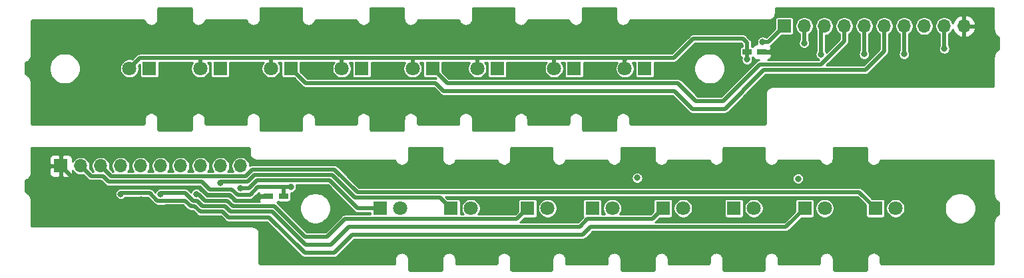
<source format=gtl>
G04 #@! TF.GenerationSoftware,KiCad,Pcbnew,(5.1.6-0-10_14)*
G04 #@! TF.CreationDate,2021-08-31T11:09:41+09:00*
G04 #@! TF.ProjectId,qPCR-panel_led_20210831,71504352-2d70-4616-9e65-6c5f6c65645f,rev?*
G04 #@! TF.SameCoordinates,Original*
G04 #@! TF.FileFunction,Copper,L1,Top*
G04 #@! TF.FilePolarity,Positive*
%FSLAX46Y46*%
G04 Gerber Fmt 4.6, Leading zero omitted, Abs format (unit mm)*
G04 Created by KiCad (PCBNEW (5.1.6-0-10_14)) date 2021-08-31 11:09:41*
%MOMM*%
%LPD*%
G01*
G04 APERTURE LIST*
G04 #@! TA.AperFunction,SMDPad,CuDef*
%ADD10R,1.200000X0.750000*%
G04 #@! TD*
G04 #@! TA.AperFunction,ComponentPad*
%ADD11R,1.800000X1.800000*%
G04 #@! TD*
G04 #@! TA.AperFunction,ComponentPad*
%ADD12C,1.800000*%
G04 #@! TD*
G04 #@! TA.AperFunction,ComponentPad*
%ADD13R,1.700000X1.700000*%
G04 #@! TD*
G04 #@! TA.AperFunction,ComponentPad*
%ADD14O,1.700000X1.700000*%
G04 #@! TD*
G04 #@! TA.AperFunction,ViaPad*
%ADD15C,0.800000*%
G04 #@! TD*
G04 #@! TA.AperFunction,Conductor*
%ADD16C,0.508000*%
G04 #@! TD*
G04 #@! TA.AperFunction,Conductor*
%ADD17C,0.250000*%
G04 #@! TD*
G04 #@! TA.AperFunction,Conductor*
%ADD18C,0.254000*%
G04 #@! TD*
G04 APERTURE END LIST*
D10*
G04 #@! TO.P,C1,2*
G04 #@! TO.N,GND*
X94550000Y-71799640D03*
G04 #@! TO.P,C1,1*
G04 #@! TO.N,VCC*
X96450000Y-71799640D03*
G04 #@! TD*
D11*
G04 #@! TO.P,D1,1*
G04 #@! TO.N,OUT1*
X171730000Y-73321640D03*
D12*
G04 #@! TO.P,D1,2*
G04 #@! TO.N,VCC*
X174270000Y-73321640D03*
G04 #@! TD*
G04 #@! TO.P,D2,2*
G04 #@! TO.N,VCC*
X165270000Y-73321640D03*
D11*
G04 #@! TO.P,D2,1*
G04 #@! TO.N,OUT2*
X162730000Y-73321640D03*
G04 #@! TD*
G04 #@! TO.P,D3,1*
G04 #@! TO.N,OUT3*
X153730000Y-73321640D03*
D12*
G04 #@! TO.P,D3,2*
G04 #@! TO.N,VCC*
X156270000Y-73321640D03*
G04 #@! TD*
G04 #@! TO.P,D4,2*
G04 #@! TO.N,VCC*
X147270000Y-73321640D03*
D11*
G04 #@! TO.P,D4,1*
G04 #@! TO.N,OUT4*
X144730000Y-73321640D03*
G04 #@! TD*
G04 #@! TO.P,D5,1*
G04 #@! TO.N,OUT5*
X135730000Y-73321640D03*
D12*
G04 #@! TO.P,D5,2*
G04 #@! TO.N,VCC*
X138270000Y-73321640D03*
G04 #@! TD*
G04 #@! TO.P,D6,2*
G04 #@! TO.N,VCC*
X130040000Y-73321640D03*
D11*
G04 #@! TO.P,D6,1*
G04 #@! TO.N,OUT6*
X127500000Y-73321640D03*
G04 #@! TD*
G04 #@! TO.P,D7,1*
G04 #@! TO.N,OUT7*
X117730000Y-73321640D03*
D12*
G04 #@! TO.P,D7,2*
G04 #@! TO.N,VCC*
X120270000Y-73321640D03*
G04 #@! TD*
G04 #@! TO.P,D8,2*
G04 #@! TO.N,VCC*
X111270000Y-73321640D03*
D11*
G04 #@! TO.P,D8,1*
G04 #@! TO.N,OUT8*
X108730000Y-73321640D03*
G04 #@! TD*
D13*
G04 #@! TO.P,U1,1*
G04 #@! TO.N,GND*
X68134254Y-67921640D03*
D14*
G04 #@! TO.P,U1,2*
G04 #@! TO.N,VCC*
X70674254Y-67921640D03*
G04 #@! TO.P,U1,3*
G04 #@! TO.N,OUT1*
X73214254Y-67921640D03*
G04 #@! TO.P,U1,4*
G04 #@! TO.N,OUT2*
X75754254Y-67921640D03*
G04 #@! TO.P,U1,5*
G04 #@! TO.N,OUT3*
X78294254Y-67921640D03*
G04 #@! TO.P,U1,6*
G04 #@! TO.N,OUT4*
X80834254Y-67921640D03*
G04 #@! TO.P,U1,7*
G04 #@! TO.N,OUT5*
X83374254Y-67921640D03*
G04 #@! TO.P,U1,8*
G04 #@! TO.N,OUT6*
X85914254Y-67921640D03*
G04 #@! TO.P,U1,9*
G04 #@! TO.N,OUT7*
X88454254Y-67921640D03*
G04 #@! TO.P,U1,10*
G04 #@! TO.N,OUT8*
X90994254Y-67921640D03*
G04 #@! TD*
D10*
G04 #@! TO.P,C1,2*
G04 #@! TO.N,GND*
X157285000Y-53419640D03*
G04 #@! TO.P,C1,1*
G04 #@! TO.N,VCC*
X155385000Y-53419640D03*
G04 #@! TD*
D11*
G04 #@! TO.P,D9,1*
G04 #@! TO.N,OUT9*
X79405000Y-55521640D03*
D12*
G04 #@! TO.P,D9,2*
G04 #@! TO.N,VCC*
X76865000Y-55521640D03*
G04 #@! TD*
G04 #@! TO.P,D10,2*
G04 #@! TO.N,VCC*
X85865000Y-55521640D03*
D11*
G04 #@! TO.P,D10,1*
G04 #@! TO.N,OUT10*
X88405000Y-55521640D03*
G04 #@! TD*
G04 #@! TO.P,D11,1*
G04 #@! TO.N,OUT11*
X97405000Y-55521640D03*
D12*
G04 #@! TO.P,D11,2*
G04 #@! TO.N,VCC*
X94865000Y-55521640D03*
G04 #@! TD*
G04 #@! TO.P,D12,2*
G04 #@! TO.N,VCC*
X103865000Y-55521640D03*
D11*
G04 #@! TO.P,D12,1*
G04 #@! TO.N,OUT12*
X106405000Y-55521640D03*
G04 #@! TD*
G04 #@! TO.P,D13,1*
G04 #@! TO.N,OUT13*
X115405000Y-55521640D03*
D12*
G04 #@! TO.P,D13,2*
G04 #@! TO.N,VCC*
X112865000Y-55521640D03*
G04 #@! TD*
G04 #@! TO.P,D14,2*
G04 #@! TO.N,VCC*
X121095000Y-55521640D03*
D11*
G04 #@! TO.P,D14,1*
G04 #@! TO.N,OUT14*
X123635000Y-55521640D03*
G04 #@! TD*
G04 #@! TO.P,D15,1*
G04 #@! TO.N,OUT15*
X133405000Y-55521640D03*
D12*
G04 #@! TO.P,D15,2*
G04 #@! TO.N,VCC*
X130865000Y-55521640D03*
G04 #@! TD*
G04 #@! TO.P,D16,2*
G04 #@! TO.N,VCC*
X139865000Y-55521640D03*
D11*
G04 #@! TO.P,D16,1*
G04 #@! TO.N,OUT16*
X142405000Y-55521640D03*
G04 #@! TD*
D13*
G04 #@! TO.P,U1,1*
G04 #@! TO.N,OUT16*
X160140746Y-50121640D03*
D14*
G04 #@! TO.P,U1,2*
G04 #@! TO.N,OUT15*
X162680746Y-50121640D03*
G04 #@! TO.P,U1,3*
G04 #@! TO.N,OUT14*
X165220746Y-50121640D03*
G04 #@! TO.P,U1,4*
G04 #@! TO.N,OUT13*
X167760746Y-50121640D03*
G04 #@! TO.P,U1,5*
G04 #@! TO.N,OUT12*
X170300746Y-50121640D03*
G04 #@! TO.P,U1,6*
G04 #@! TO.N,OUT11*
X172840746Y-50121640D03*
G04 #@! TO.P,U1,7*
G04 #@! TO.N,OUT10*
X175380746Y-50121640D03*
G04 #@! TO.P,U1,8*
G04 #@! TO.N,OUT9*
X177920746Y-50121640D03*
G04 #@! TO.P,U1,9*
G04 #@! TO.N,VCC*
X180460746Y-50121640D03*
G04 #@! TO.P,U1,10*
G04 #@! TO.N,GND*
X183000746Y-50121640D03*
G04 #@! TD*
D15*
G04 #@! TO.N,*
X141430000Y-69439640D03*
X161900000Y-69539640D03*
G04 #@! TO.N,GND*
X94000000Y-79999640D03*
X104500000Y-79999640D03*
X110000000Y-79999640D03*
X107500000Y-77699640D03*
X116000000Y-80699640D03*
X113000000Y-80699640D03*
X114500000Y-77699640D03*
X119000000Y-78999640D03*
X123000000Y-78999640D03*
X126000000Y-80699640D03*
X130000000Y-80699640D03*
X127500000Y-77699640D03*
X133000000Y-78999640D03*
X137000000Y-78999640D03*
X140000000Y-80699640D03*
X143000000Y-80699640D03*
X141500000Y-77699640D03*
X146000000Y-78999640D03*
X150000000Y-78999640D03*
X153000000Y-80699640D03*
X157000000Y-80699640D03*
X155000000Y-77699640D03*
X160000000Y-78999640D03*
X164000000Y-78999640D03*
X167000000Y-80699640D03*
X170000000Y-80699640D03*
X168500000Y-77699640D03*
X173000000Y-79999640D03*
X184500000Y-79999640D03*
X180500000Y-79999640D03*
X176500000Y-79999640D03*
X174500000Y-76699640D03*
X178500000Y-76699640D03*
X182500000Y-76699640D03*
X176500000Y-74199640D03*
X180000000Y-74199640D03*
X178500000Y-71699640D03*
X184500000Y-67699640D03*
X180500000Y-67699640D03*
X176500000Y-67699640D03*
X173000000Y-67699640D03*
X182500000Y-70199640D03*
X174500000Y-70199640D03*
X170000000Y-66699640D03*
X167000000Y-66699640D03*
X157000000Y-66699640D03*
X153000000Y-66699640D03*
X143000000Y-66699640D03*
X140000000Y-66699640D03*
X130000000Y-66699640D03*
X126000000Y-66699640D03*
X116000000Y-66699640D03*
X113000000Y-66699640D03*
X105000000Y-67699640D03*
X109500000Y-67699640D03*
X107500000Y-69699640D03*
X114500000Y-69699640D03*
X118500000Y-68199640D03*
X123500000Y-68199640D03*
X126980000Y-70019640D03*
X132500000Y-68199640D03*
X137500000Y-68199640D03*
X146000000Y-68199640D03*
X150500000Y-68199640D03*
X159500000Y-68199640D03*
X164500000Y-68199640D03*
X168480000Y-69899640D03*
X159000000Y-73699640D03*
X164000000Y-75199640D03*
X149000000Y-73199640D03*
X151500000Y-73199640D03*
X170000000Y-73199640D03*
X167500000Y-74699640D03*
X161000000Y-73199640D03*
X142500000Y-73199640D03*
X140500000Y-73199640D03*
X133500000Y-73199640D03*
X132000000Y-73699640D03*
X125500000Y-73199640D03*
X122000000Y-73699640D03*
X102450000Y-74699640D03*
X104160000Y-72879640D03*
X101640000Y-70899640D03*
X64950000Y-73189640D03*
X65040000Y-75009640D03*
X66140000Y-71699640D03*
X65000000Y-68999640D03*
X65950000Y-66499640D03*
X69620000Y-71609640D03*
X73650000Y-71849640D03*
X68050000Y-73709640D03*
X71020000Y-75079640D03*
X71950000Y-73249640D03*
X75950000Y-73379640D03*
X74580000Y-75109640D03*
X79680000Y-73479640D03*
X78360000Y-72229640D03*
X84260000Y-74079640D03*
X88090000Y-74759640D03*
X80980000Y-75089640D03*
X94320000Y-75509640D03*
X95750000Y-77859640D03*
X97820000Y-79849640D03*
X105560000Y-77759640D03*
X91140000Y-66209640D03*
X87040000Y-66209640D03*
X84250000Y-66159640D03*
X81580000Y-66069640D03*
X79130000Y-66069640D03*
X76720000Y-66069640D03*
X73900000Y-65979640D03*
X71690000Y-66069640D03*
X68920000Y-66069640D03*
X99630000Y-75579640D03*
X97330000Y-73529640D03*
X98630000Y-71179640D03*
X109705000Y-51639640D03*
X89235000Y-51739640D03*
X155135000Y-62199640D03*
X146635000Y-62199640D03*
X141135000Y-62199640D03*
X143635000Y-59899640D03*
X135135000Y-62899640D03*
X138135000Y-62899640D03*
X136635000Y-59899640D03*
X132135000Y-60399640D03*
X128135000Y-60399640D03*
X125135000Y-62899640D03*
X121135000Y-62899640D03*
X123635000Y-59899640D03*
X118135000Y-60399640D03*
X114135000Y-60399640D03*
X111135000Y-62899640D03*
X108135000Y-62899640D03*
X109635000Y-59899640D03*
X105135000Y-60399640D03*
X101135000Y-60399640D03*
X98135000Y-62899640D03*
X94135000Y-62899640D03*
X96135000Y-59899640D03*
X91135000Y-60399640D03*
X87135000Y-60399640D03*
X84135000Y-62899640D03*
X81135000Y-62899640D03*
X82635000Y-59899640D03*
X78135000Y-62199640D03*
X66635000Y-62199640D03*
X70635000Y-62199640D03*
X74635000Y-62199640D03*
X76635000Y-58899640D03*
X72635000Y-58899640D03*
X68635000Y-58899640D03*
X74635000Y-56399640D03*
X71135000Y-56399640D03*
X72635000Y-53899640D03*
X66635000Y-49899640D03*
X70635000Y-49899640D03*
X74635000Y-49899640D03*
X78135000Y-49899640D03*
X68635000Y-52399640D03*
X76635000Y-52399640D03*
X81135000Y-48899640D03*
X84135000Y-48899640D03*
X94135000Y-48899640D03*
X98135000Y-48899640D03*
X108135000Y-48899640D03*
X111135000Y-48899640D03*
X121135000Y-48899640D03*
X125135000Y-48899640D03*
X135135000Y-48899640D03*
X138135000Y-48899640D03*
X146135000Y-49899640D03*
X141635000Y-49899640D03*
X143635000Y-51899640D03*
X136635000Y-51899640D03*
X132635000Y-50399640D03*
X127635000Y-50399640D03*
X124155000Y-52219640D03*
X118635000Y-50399640D03*
X113635000Y-50399640D03*
X105135000Y-50399640D03*
X100635000Y-50399640D03*
X91635000Y-50399640D03*
X86635000Y-50399640D03*
X82655000Y-52099640D03*
X92135000Y-55899640D03*
X87135000Y-57399640D03*
X102135000Y-55399640D03*
X99635000Y-55399640D03*
X81135000Y-55399640D03*
X83635000Y-56899640D03*
X90135000Y-55399640D03*
X108635000Y-55399640D03*
X110635000Y-55399640D03*
X117635000Y-55399640D03*
X119135000Y-55899640D03*
X125635000Y-55399640D03*
X129135000Y-55899640D03*
X146635000Y-55679640D03*
X149265000Y-53029640D03*
X150725000Y-58139640D03*
X152595000Y-53399640D03*
X158781160Y-52987651D03*
X155995000Y-59689640D03*
X157125000Y-61419640D03*
X157835000Y-57539640D03*
X165815000Y-56589640D03*
X168295000Y-57329640D03*
X172485000Y-56449640D03*
X173315000Y-54579640D03*
X175805000Y-57009640D03*
X176615000Y-54159640D03*
X178455000Y-55649640D03*
X180225000Y-54299640D03*
X180365000Y-56979640D03*
X182515000Y-55629640D03*
X185745000Y-57089640D03*
X185715000Y-54049640D03*
X183185000Y-52779640D03*
X185665000Y-50299640D03*
X185575000Y-48629640D03*
X181855000Y-48349640D03*
X178925000Y-48349640D03*
X176525000Y-48299640D03*
X174105000Y-48379640D03*
X171225000Y-48269640D03*
X168915000Y-48149640D03*
X166265000Y-48209640D03*
X163475000Y-48409640D03*
X161025000Y-48489640D03*
X156585000Y-49699640D03*
X153825000Y-55949640D03*
G04 #@! TO.N,VCC*
X97370000Y-70635640D03*
X155395000Y-54379640D03*
X180475000Y-52987651D03*
G04 #@! TO.N,OUT2*
X75770000Y-71495661D03*
G04 #@! TO.N,OUT4*
X80840000Y-71495661D03*
G04 #@! TO.N,OUT6*
X85375491Y-71495661D03*
G04 #@! TO.N,OUT7*
X88450000Y-70079641D03*
G04 #@! TO.N,OUT8*
X91000000Y-70787651D03*
G04 #@! TO.N,OUT10*
X175375000Y-53695661D03*
G04 #@! TO.N,OUT12*
X170295000Y-53695661D03*
G04 #@! TO.N,OUT14*
X164801497Y-53712158D03*
G04 #@! TO.N,OUT15*
X162675000Y-52279641D03*
G04 #@! TO.N,OUT16*
X157383764Y-52127630D03*
G04 #@! TD*
D16*
G04 #@! TO.N,GND*
X92501260Y-72349662D02*
X90318745Y-72349662D01*
X90318745Y-72349662D02*
X89610736Y-71641652D01*
X93051281Y-71799640D02*
X92501260Y-72349662D01*
X94550000Y-71799640D02*
X93051281Y-71799640D01*
X86750735Y-71641652D02*
X85750745Y-70641661D01*
X89610736Y-71641652D02*
X86750735Y-71641652D01*
X73931721Y-70641661D02*
X73223712Y-69933651D01*
X85750745Y-70641661D02*
X73931721Y-70641661D01*
X70146265Y-69933651D02*
X68134254Y-67921640D01*
X73223712Y-69933651D02*
X70146265Y-69933651D01*
D17*
X66635000Y-49899640D02*
X68635000Y-51899640D01*
X68635000Y-51899640D02*
X68635000Y-52399640D01*
X70635000Y-49899640D02*
X68635000Y-51899640D01*
X70635000Y-49899640D02*
X74635000Y-49899640D01*
X74635000Y-50399640D02*
X74635000Y-49899640D01*
X78135000Y-50899640D02*
X76635000Y-52399640D01*
X78135000Y-49899640D02*
X78135000Y-50899640D01*
X81135000Y-49399640D02*
X81135000Y-48899640D01*
X84135000Y-48899640D02*
X82635000Y-50399640D01*
X82635000Y-50399640D02*
X82635000Y-50899640D01*
X82635000Y-50899640D02*
X81135000Y-49399640D01*
X82655000Y-50919640D02*
X82635000Y-50899640D01*
X66635000Y-61399640D02*
X68635000Y-59399640D01*
X68635000Y-59399640D02*
X68635000Y-58899640D01*
X70635000Y-61399640D02*
X68635000Y-59399640D01*
X74635000Y-61399640D02*
X72635000Y-59399640D01*
X72635000Y-59399640D02*
X72635000Y-58899640D01*
X70635000Y-61399640D02*
X72635000Y-59399640D01*
X72635000Y-57899640D02*
X71135000Y-56399640D01*
X72635000Y-58899640D02*
X72635000Y-57899640D01*
X71135000Y-55399640D02*
X72635000Y-53899640D01*
X71135000Y-56399640D02*
X71135000Y-55399640D01*
X73135000Y-57899640D02*
X72635000Y-57899640D01*
X74635000Y-56399640D02*
X73135000Y-57899640D01*
X76635000Y-58399640D02*
X76635000Y-58899640D01*
X74635000Y-56399640D02*
X76635000Y-58399640D01*
X78135000Y-60399640D02*
X76635000Y-58899640D01*
X78135000Y-62199640D02*
X78135000Y-61199640D01*
X77635000Y-59899640D02*
X76635000Y-58899640D01*
X82635000Y-59899640D02*
X77635000Y-59899640D01*
X82135000Y-55399640D02*
X83635000Y-56899640D01*
X81135000Y-55399640D02*
X82135000Y-55399640D01*
X83635000Y-58899640D02*
X82635000Y-59899640D01*
X83635000Y-56899640D02*
X83635000Y-58899640D01*
X78135000Y-49899640D02*
X79615000Y-51379640D01*
X79615000Y-51379640D02*
X82655000Y-51379640D01*
X82655000Y-51379640D02*
X82655000Y-50919640D01*
X82655000Y-52099640D02*
X82655000Y-51379640D01*
X72635000Y-53899640D02*
X75135000Y-51399640D01*
X75135000Y-50899640D02*
X74635000Y-50399640D01*
X75135000Y-51399640D02*
X75135000Y-50899640D01*
X76635000Y-52399640D02*
X75135000Y-50899640D01*
X82635000Y-62899640D02*
X84135000Y-62899640D01*
X82635000Y-59899640D02*
X82635000Y-62899640D01*
X81135000Y-62899640D02*
X82635000Y-62899640D01*
X87135000Y-60399640D02*
X87135000Y-57399640D01*
X86635000Y-56899640D02*
X87135000Y-57399640D01*
X83635000Y-56899640D02*
X86635000Y-56899640D01*
X91135000Y-61199640D02*
X87135000Y-61199640D01*
X85069315Y-50399640D02*
X86635000Y-50399640D01*
X84135000Y-49465325D02*
X85069315Y-50399640D01*
X84135000Y-48899640D02*
X84135000Y-49465325D01*
X86635000Y-50399640D02*
X91635000Y-50399640D01*
X90135000Y-56176642D02*
X90135000Y-55399640D01*
X88912002Y-57399640D02*
X90135000Y-56176642D01*
X87135000Y-57399640D02*
X88912002Y-57399640D01*
X90635000Y-55899640D02*
X90135000Y-55399640D01*
X92135000Y-55899640D02*
X90635000Y-55899640D01*
X96034999Y-59999641D02*
X96135000Y-59899640D01*
X91534999Y-59999641D02*
X96034999Y-59999641D01*
X91135000Y-60399640D02*
X91534999Y-59999641D01*
X96135000Y-62899640D02*
X98135000Y-62899640D01*
X96135000Y-59899640D02*
X96135000Y-62899640D01*
X94135000Y-62899640D02*
X96135000Y-62899640D01*
X100635000Y-59899640D02*
X101135000Y-60399640D01*
X96135000Y-59899640D02*
X100635000Y-59899640D01*
X99635000Y-55399640D02*
X102135000Y-55399640D01*
X101135000Y-61199640D02*
X105135000Y-61199640D01*
X105635000Y-59899640D02*
X109635000Y-59899640D01*
X105135000Y-60399640D02*
X105635000Y-59899640D01*
X109635000Y-59899640D02*
X109635000Y-62899640D01*
X109635000Y-62899640D02*
X111135000Y-62899640D01*
X108135000Y-62899640D02*
X109635000Y-62899640D01*
X108635000Y-55399640D02*
X110635000Y-55399640D01*
X103276999Y-56746641D02*
X102135000Y-55604642D01*
X104453001Y-56746641D02*
X103276999Y-56746641D01*
X104800002Y-56399640D02*
X104453001Y-56746641D01*
X104897998Y-56399640D02*
X104800002Y-56399640D01*
X105244999Y-56746641D02*
X104897998Y-56399640D01*
X102135000Y-55604642D02*
X102135000Y-55399640D01*
X107853684Y-56746641D02*
X105244999Y-56746641D01*
X108635000Y-55965325D02*
X107853684Y-56746641D01*
X108635000Y-55399640D02*
X108635000Y-55965325D01*
X94135000Y-49465325D02*
X94135000Y-48899640D01*
X93200685Y-50399640D02*
X94135000Y-49465325D01*
X91635000Y-50399640D02*
X93200685Y-50399640D01*
X94135000Y-48899640D02*
X98135000Y-48899640D01*
X99069315Y-50399640D02*
X100635000Y-50399640D01*
X98135000Y-49465325D02*
X99069315Y-50399640D01*
X98135000Y-48899640D02*
X98135000Y-49465325D01*
X100635000Y-50399640D02*
X105135000Y-50399640D01*
X107200685Y-50399640D02*
X108135000Y-49465325D01*
X108135000Y-49465325D02*
X108135000Y-48899640D01*
X105135000Y-50399640D02*
X107200685Y-50399640D01*
X108135000Y-48899640D02*
X111135000Y-48899640D01*
X111135000Y-49465325D02*
X112069315Y-50399640D01*
X112069315Y-50399640D02*
X113635000Y-50399640D01*
X111135000Y-48899640D02*
X111135000Y-49465325D01*
X113635000Y-50399640D02*
X118635000Y-50399640D01*
X121135000Y-49465325D02*
X121135000Y-48899640D01*
X120200685Y-50399640D02*
X121135000Y-49465325D01*
X118635000Y-50399640D02*
X120200685Y-50399640D01*
X125135000Y-48899640D02*
X121135000Y-48899640D01*
X125135000Y-51239640D02*
X124155000Y-52219640D01*
X127635000Y-50399640D02*
X125135000Y-50399640D01*
X125135000Y-50399640D02*
X125135000Y-51239640D01*
X125135000Y-48899640D02*
X125135000Y-50399640D01*
X124853684Y-56746641D02*
X119982001Y-56746641D01*
X125635000Y-55965325D02*
X124853684Y-56746641D01*
X119982001Y-56746641D02*
X119135000Y-55899640D01*
X125635000Y-55399640D02*
X125635000Y-55965325D01*
X118135000Y-55899640D02*
X117635000Y-55399640D01*
X119135000Y-55899640D02*
X118135000Y-55899640D01*
X128635000Y-55399640D02*
X129135000Y-55899640D01*
X125635000Y-55399640D02*
X128635000Y-55399640D01*
X121135000Y-62399640D02*
X121135000Y-62899640D01*
X123635000Y-59899640D02*
X121135000Y-62399640D01*
X118135000Y-61199640D02*
X114135000Y-61199640D01*
X109735001Y-59999641D02*
X109635000Y-59899640D01*
X113735001Y-59999641D02*
X109735001Y-59999641D01*
X114135000Y-60399640D02*
X113735001Y-59999641D01*
X118635000Y-59899640D02*
X123635000Y-59899640D01*
X118135000Y-60399640D02*
X118635000Y-59899640D01*
X123635000Y-61399640D02*
X125135000Y-62899640D01*
X123635000Y-59899640D02*
X123635000Y-61399640D01*
X127635000Y-59899640D02*
X123635000Y-59899640D01*
X128135000Y-60399640D02*
X127635000Y-59899640D01*
X128135000Y-61199640D02*
X132135000Y-61199640D01*
X132635000Y-59899640D02*
X136635000Y-59899640D01*
X132135000Y-60399640D02*
X132635000Y-59899640D01*
X136635000Y-61399640D02*
X135135000Y-62899640D01*
X136635000Y-59899640D02*
X136635000Y-61399640D01*
X138135000Y-62899640D02*
X136635000Y-61399640D01*
X142635000Y-59899640D02*
X141135000Y-61399640D01*
X143635000Y-59899640D02*
X142635000Y-59899640D01*
X145135000Y-61399640D02*
X143635000Y-59899640D01*
X146635000Y-62199640D02*
X145135000Y-62199640D01*
X127635000Y-50399640D02*
X132635000Y-50399640D01*
X135135000Y-50399640D02*
X136635000Y-51899640D01*
X132635000Y-50399640D02*
X135135000Y-50399640D01*
X135135000Y-48899640D02*
X135135000Y-50399640D01*
X135135000Y-48899640D02*
X138135000Y-48899640D01*
X141235001Y-50299639D02*
X141635000Y-49899640D01*
X138135000Y-49465325D02*
X138969314Y-50299639D01*
X138969314Y-50299639D02*
X141235001Y-50299639D01*
X138135000Y-48899640D02*
X138135000Y-49465325D01*
X143635000Y-51899640D02*
X141635000Y-49899640D01*
X145635000Y-49899640D02*
X146135000Y-49899640D01*
X143635000Y-51899640D02*
X145635000Y-49899640D01*
X155135000Y-62199640D02*
X146635000Y-62199640D01*
X145135000Y-62199640D02*
X145135000Y-61399640D01*
X139635000Y-59899640D02*
X136635000Y-59899640D01*
X141135000Y-61399640D02*
X139635000Y-59899640D01*
X141135000Y-62199640D02*
X141135000Y-61399640D01*
X132135000Y-60399640D02*
X132135000Y-61199640D01*
X128135000Y-61199640D02*
X128135000Y-60399640D01*
X118135000Y-60399640D02*
X118135000Y-61199640D01*
X114135000Y-61199640D02*
X114135000Y-60399640D01*
X105135000Y-60399640D02*
X105135000Y-61199640D01*
X101135000Y-60399640D02*
X101135000Y-61199640D01*
X91135000Y-60399640D02*
X91135000Y-61199640D01*
X87135000Y-60399640D02*
X87135000Y-61199640D01*
X78135000Y-60399640D02*
X78135000Y-61199640D01*
X74635000Y-61399640D02*
X74635000Y-62199640D01*
X70635000Y-61399640D02*
X70635000Y-62199640D01*
X66635000Y-61399640D02*
X66635000Y-62199640D01*
D16*
X158349171Y-53419640D02*
X158781160Y-52987651D01*
X157285000Y-53419640D02*
X158349171Y-53419640D01*
G04 #@! TO.N,VCC*
X92207993Y-71641652D02*
X90612012Y-71641652D01*
X93214005Y-70635640D02*
X92207993Y-71641652D01*
X90612012Y-71641652D02*
X89904002Y-70933642D01*
X87044002Y-70933642D02*
X86044011Y-69933651D01*
X89904002Y-70933642D02*
X87044002Y-70933642D01*
X73516978Y-69225641D02*
X71978255Y-69225641D01*
X71978255Y-69225641D02*
X70674254Y-67921640D01*
X74224988Y-69933651D02*
X73516978Y-69225641D01*
X86044011Y-69933651D02*
X74224988Y-69933651D01*
X96450000Y-70779640D02*
X96594000Y-70635640D01*
X96450000Y-71799640D02*
X96450000Y-70779640D01*
X96594000Y-70635640D02*
X93214005Y-70635640D01*
X97370000Y-70635640D02*
X96594000Y-70635640D01*
X78219001Y-54167639D02*
X76865000Y-55521640D01*
X85865000Y-54351640D02*
X86049001Y-54167639D01*
X85865000Y-55521640D02*
X85865000Y-54351640D01*
X86049001Y-54167639D02*
X78219001Y-54167639D01*
X94865000Y-54173638D02*
X94859001Y-54167639D01*
X94865000Y-55521640D02*
X94865000Y-54173638D01*
X94859001Y-54167639D02*
X86049001Y-54167639D01*
X103865000Y-54333638D02*
X103699001Y-54167639D01*
X103865000Y-55521640D02*
X103865000Y-54333638D01*
X103699001Y-54167639D02*
X94859001Y-54167639D01*
X121095000Y-54321640D02*
X120940999Y-54167639D01*
X121095000Y-55521640D02*
X121095000Y-54321640D01*
X130865000Y-54273638D02*
X130759001Y-54167639D01*
X130865000Y-55521640D02*
X130865000Y-54273638D01*
X130759001Y-54167639D02*
X120940999Y-54167639D01*
X139865000Y-54391640D02*
X140089001Y-54167639D01*
X139865000Y-55521640D02*
X139865000Y-54391640D01*
X140089001Y-54167639D02*
X130759001Y-54167639D01*
X112865000Y-54169640D02*
X112867001Y-54167639D01*
X112867001Y-54167639D02*
X103699001Y-54167639D01*
X112865000Y-55521640D02*
X112865000Y-54169640D01*
X120940999Y-54167639D02*
X112867001Y-54167639D01*
X154917000Y-51731640D02*
X155385000Y-52199640D01*
X148555000Y-51731640D02*
X154917000Y-51731640D01*
X146119001Y-54167639D02*
X148555000Y-51731640D01*
X155385000Y-52199640D02*
X155385000Y-53419640D01*
X140089001Y-54167639D02*
X146119001Y-54167639D01*
X155385000Y-54369640D02*
X155395000Y-54379640D01*
X155385000Y-53419640D02*
X155385000Y-54369640D01*
X180475000Y-50135894D02*
X180460746Y-50121640D01*
X180475000Y-52987651D02*
X180475000Y-50135894D01*
G04 #@! TO.N,OUT1*
X105840543Y-71259629D02*
X102946534Y-68365620D01*
X169667989Y-71259629D02*
X105840543Y-71259629D01*
X171730000Y-73321640D02*
X169667989Y-71259629D01*
X92480196Y-68365620D02*
X91620175Y-69225641D01*
X74518255Y-69225641D02*
X73214254Y-67921640D01*
X91620175Y-69225641D02*
X74518255Y-69225641D01*
X102946534Y-68365620D02*
X92480196Y-68365620D01*
G04 #@! TO.N,OUT2*
X162730000Y-73321640D02*
X160352000Y-75699640D01*
X105180000Y-76699640D02*
X102890000Y-78989640D01*
X134530000Y-76699640D02*
X105180000Y-76699640D01*
X135530000Y-75699640D02*
X134530000Y-76699640D01*
X160352000Y-75699640D02*
X135530000Y-75699640D01*
X102890000Y-78989640D02*
X99144672Y-78989640D01*
X99144672Y-78989640D02*
X94628724Y-74473692D01*
X94628724Y-74473692D02*
X89431496Y-74473691D01*
X89431496Y-74473691D02*
X88723485Y-73765680D01*
X88723485Y-73765680D02*
X85870933Y-73765679D01*
X85162926Y-73057672D02*
X84672303Y-73057671D01*
X85870933Y-73765679D02*
X85162926Y-73057672D01*
X84672303Y-73057671D02*
X83954272Y-72339640D01*
X81249921Y-72349662D02*
X80430022Y-72349662D01*
X80430022Y-72349662D02*
X79430031Y-71349671D01*
X81259943Y-72339640D02*
X81249921Y-72349662D01*
X83954272Y-72339640D02*
X81259943Y-72339640D01*
X79430031Y-71349671D02*
X76500000Y-71349671D01*
X75915990Y-71349671D02*
X75770000Y-71495661D01*
X76500000Y-71349671D02*
X75915990Y-71349671D01*
G04 #@! TO.N,OUT4*
X143375999Y-74675641D02*
X135113999Y-74675641D01*
X134130000Y-75659640D02*
X104770000Y-75659640D01*
X135113999Y-74675641D02*
X134130000Y-75659640D01*
X144730000Y-73321640D02*
X143375999Y-74675641D01*
X104770000Y-75659640D02*
X102460000Y-77969640D01*
X102460000Y-77969640D02*
X99228724Y-77969640D01*
X89724765Y-73765682D02*
X89016755Y-73057671D01*
X95024766Y-73765682D02*
X89724765Y-73765682D01*
X99228724Y-77969640D02*
X95024766Y-73765682D01*
X89016755Y-73057671D02*
X86164200Y-73057670D01*
X84965570Y-72349662D02*
X83965579Y-71349671D01*
X85456192Y-72349662D02*
X84965570Y-72349662D01*
X86164200Y-73057670D02*
X85456192Y-72349662D01*
X83965579Y-71349671D02*
X81930000Y-71349671D01*
X80985990Y-71349671D02*
X80840000Y-71495661D01*
X81930000Y-71349671D02*
X80985990Y-71349671D01*
G04 #@! TO.N,OUT6*
X127500000Y-73321640D02*
X127450000Y-73321640D01*
X127500000Y-73321640D02*
X126145999Y-74675641D01*
X104287921Y-74675641D02*
X102013922Y-76949640D01*
X126145999Y-74675641D02*
X104287921Y-74675641D01*
X102013922Y-76949640D02*
X99210000Y-76949640D01*
X95318032Y-73057672D02*
X90018032Y-73057672D01*
X90018032Y-73057672D02*
X89310022Y-72349662D01*
X99210000Y-76949640D02*
X95318032Y-73057672D01*
X89310022Y-72349662D02*
X86457467Y-72349661D01*
X85603467Y-71495661D02*
X85375491Y-71495661D01*
X86457467Y-72349661D02*
X85603467Y-71495661D01*
G04 #@! TO.N,OUT7*
X117730000Y-73321640D02*
X116375999Y-71967639D01*
X105547275Y-71967639D02*
X102653267Y-69073630D01*
X102653267Y-69073630D02*
X98240987Y-69073630D01*
X116375999Y-71967639D02*
X105547275Y-71967639D01*
X92773462Y-69073630D02*
X91913442Y-69933651D01*
X98240987Y-69073630D02*
X92773462Y-69073630D01*
X91913442Y-69933651D02*
X89800000Y-69933651D01*
X88595990Y-69933651D02*
X88450000Y-70079641D01*
X89800000Y-69933651D02*
X88595990Y-69933651D01*
G04 #@! TO.N,OUT8*
X108730000Y-73321640D02*
X105900000Y-73321640D01*
X105900000Y-73321640D02*
X102360000Y-69781640D01*
X102360000Y-69781640D02*
X98534254Y-69781640D01*
X92060717Y-70787651D02*
X91000000Y-70787651D01*
X93066728Y-69781640D02*
X92060717Y-70787651D01*
X98534254Y-69781640D02*
X93066728Y-69781640D01*
G04 #@! TO.N,OUT10*
X175375000Y-50127386D02*
X175380746Y-50121640D01*
X175375000Y-53695661D02*
X175375000Y-50127386D01*
G04 #@! TO.N,OUT11*
X116805000Y-58379640D02*
X115815000Y-57389640D01*
X152575000Y-60679640D02*
X148465000Y-60679640D01*
X148465000Y-60679640D02*
X146165000Y-58379640D01*
X146165000Y-58379640D02*
X116805000Y-58379640D01*
X154875000Y-58379640D02*
X152575000Y-60679640D01*
X99273000Y-57389640D02*
X97405000Y-55521640D01*
X115815000Y-57389640D02*
X99273000Y-57389640D01*
X154875000Y-58379640D02*
X154875000Y-58339640D01*
X154875000Y-58379640D02*
X154875000Y-58329640D01*
X154875000Y-58349640D02*
X157516990Y-55707650D01*
X154875000Y-58379640D02*
X154875000Y-58349640D01*
X157516990Y-55707650D02*
X170456990Y-55707650D01*
X172840746Y-53323894D02*
X172840746Y-50121640D01*
X170456990Y-55707650D02*
X172840746Y-53323894D01*
G04 #@! TO.N,OUT12*
X170295000Y-50127386D02*
X170300746Y-50121640D01*
X170295000Y-53695661D02*
X170295000Y-50127386D01*
G04 #@! TO.N,OUT13*
X117263000Y-57379640D02*
X146635000Y-57379640D01*
X148915000Y-59659640D02*
X152375000Y-59659640D01*
X146635000Y-57379640D02*
X148915000Y-59659640D01*
X115405000Y-55521640D02*
X117263000Y-57379640D01*
X152375000Y-59659640D02*
X157035000Y-54999640D01*
X167760746Y-52016831D02*
X167760746Y-50121640D01*
X164777937Y-54999640D02*
X167760746Y-52016831D01*
X157035000Y-54999640D02*
X164777937Y-54999640D01*
G04 #@! TO.N,OUT14*
X164801497Y-50540889D02*
X165220746Y-50121640D01*
X164801497Y-53712158D02*
X164801497Y-50540889D01*
G04 #@! TO.N,OUT15*
X162675000Y-50127386D02*
X162680746Y-50121640D01*
X162675000Y-52279641D02*
X162675000Y-50127386D01*
G04 #@! TO.N,OUT16*
X158134756Y-52127630D02*
X160140746Y-50121640D01*
X157383764Y-52127630D02*
X158134756Y-52127630D01*
G04 #@! TD*
D18*
G04 #@! TO.N,GND*
G36*
X92023539Y-65580756D02*
G01*
X92046184Y-65587593D01*
X92067067Y-65598696D01*
X92085395Y-65613644D01*
X92100472Y-65631869D01*
X92111723Y-65652678D01*
X92118717Y-65675270D01*
X92123000Y-65716023D01*
X92123001Y-66317799D01*
X92124585Y-66333885D01*
X92124564Y-66336939D01*
X92125077Y-66342178D01*
X92135277Y-66439226D01*
X92142149Y-66472704D01*
X92148551Y-66506261D01*
X92150072Y-66511301D01*
X92178928Y-66604520D01*
X92192175Y-66636034D01*
X92204970Y-66667702D01*
X92207441Y-66672350D01*
X92253854Y-66758188D01*
X92272971Y-66786530D01*
X92291671Y-66815106D01*
X92294994Y-66819180D01*
X92294998Y-66819186D01*
X92295003Y-66819191D01*
X92357200Y-66894374D01*
X92381449Y-66918454D01*
X92405350Y-66942861D01*
X92409406Y-66946217D01*
X92485027Y-67007893D01*
X92513481Y-67026798D01*
X92541685Y-67046109D01*
X92546315Y-67048613D01*
X92632476Y-67094425D01*
X92664060Y-67107443D01*
X92695470Y-67120905D01*
X92700498Y-67122462D01*
X92793916Y-67150667D01*
X92827432Y-67157303D01*
X92860861Y-67164408D01*
X92866096Y-67164959D01*
X92963213Y-67174481D01*
X92963215Y-67174481D01*
X92981481Y-67176280D01*
X110527307Y-67176280D01*
X110569285Y-67180396D01*
X110591930Y-67187233D01*
X110612813Y-67198336D01*
X110631141Y-67213284D01*
X110646218Y-67231509D01*
X110662040Y-67260771D01*
X110668832Y-67279332D01*
X110668859Y-67279389D01*
X110669286Y-67280568D01*
X110686845Y-67328038D01*
X110697909Y-67350825D01*
X110707561Y-67374241D01*
X110710064Y-67378872D01*
X110757075Y-67464384D01*
X110776366Y-67492558D01*
X110795290Y-67521040D01*
X110798645Y-67525096D01*
X110861370Y-67599848D01*
X110885763Y-67623735D01*
X110909859Y-67647999D01*
X110913938Y-67651326D01*
X110989988Y-67712472D01*
X111018569Y-67731175D01*
X111046908Y-67750289D01*
X111051556Y-67752761D01*
X111138035Y-67797971D01*
X111169694Y-67810762D01*
X111201213Y-67824011D01*
X111206253Y-67825533D01*
X111299864Y-67853085D01*
X111333407Y-67859484D01*
X111366903Y-67866359D01*
X111372141Y-67866873D01*
X111469324Y-67875717D01*
X111503530Y-67875478D01*
X111537659Y-67875716D01*
X111542898Y-67875203D01*
X111542900Y-67875203D01*
X111639946Y-67865003D01*
X111673424Y-67858131D01*
X111706981Y-67851729D01*
X111712021Y-67850208D01*
X111805240Y-67821352D01*
X111836754Y-67808105D01*
X111868422Y-67795310D01*
X111873070Y-67792839D01*
X111958908Y-67746426D01*
X111987250Y-67727309D01*
X112015826Y-67708609D01*
X112019900Y-67705286D01*
X112019906Y-67705282D01*
X112019911Y-67705277D01*
X112095094Y-67643080D01*
X112119174Y-67618831D01*
X112143581Y-67594930D01*
X112146937Y-67590874D01*
X112208613Y-67515253D01*
X112227518Y-67486799D01*
X112246829Y-67458595D01*
X112249333Y-67453965D01*
X112295145Y-67367804D01*
X112308163Y-67336220D01*
X112321625Y-67304810D01*
X112323182Y-67299782D01*
X112351387Y-67206364D01*
X112358023Y-67172848D01*
X112365128Y-67139419D01*
X112365679Y-67134184D01*
X112375201Y-67037067D01*
X112375201Y-67037065D01*
X112377000Y-67018799D01*
X112377000Y-65718079D01*
X112381116Y-65676101D01*
X112387953Y-65653456D01*
X112399056Y-65632573D01*
X112414004Y-65614245D01*
X112432229Y-65599168D01*
X112453038Y-65587917D01*
X112475630Y-65580923D01*
X112516383Y-65576640D01*
X116481561Y-65576640D01*
X116523539Y-65580756D01*
X116546184Y-65587593D01*
X116567067Y-65598696D01*
X116585395Y-65613644D01*
X116600472Y-65631869D01*
X116611723Y-65652678D01*
X116618717Y-65675270D01*
X116623000Y-65716023D01*
X116623001Y-67018799D01*
X116623936Y-67028288D01*
X116626044Y-67069906D01*
X116629788Y-67094957D01*
X116631998Y-67120199D01*
X116633003Y-67125366D01*
X116652296Y-67221023D01*
X116662284Y-67253688D01*
X116671820Y-67286506D01*
X116673809Y-67291379D01*
X116711313Y-67381468D01*
X116727475Y-67411606D01*
X116743190Y-67441920D01*
X116746088Y-67446314D01*
X116800377Y-67527402D01*
X116822063Y-67553800D01*
X116843381Y-67580503D01*
X116847077Y-67584251D01*
X116916082Y-67653250D01*
X116942464Y-67674919D01*
X116968588Y-67696993D01*
X116972942Y-67699952D01*
X117054033Y-67754232D01*
X117084108Y-67770356D01*
X117114033Y-67786942D01*
X117118879Y-67788999D01*
X117208971Y-67826496D01*
X117241628Y-67836478D01*
X117274180Y-67846928D01*
X117279333Y-67848004D01*
X117374991Y-67867288D01*
X117408967Y-67870738D01*
X117442931Y-67874666D01*
X117448192Y-67874721D01*
X117448195Y-67874721D01*
X117545778Y-67875057D01*
X117579811Y-67871838D01*
X117613850Y-67869098D01*
X117619024Y-67868130D01*
X117714814Y-67849507D01*
X117747560Y-67839743D01*
X117780439Y-67830438D01*
X117785326Y-67828483D01*
X117875674Y-67791608D01*
X117905891Y-67775674D01*
X117936344Y-67760156D01*
X117940759Y-67757289D01*
X118022222Y-67703568D01*
X118048762Y-67682074D01*
X118075625Y-67660933D01*
X118079399Y-67657263D01*
X118148878Y-67588742D01*
X118170713Y-67562533D01*
X118192987Y-67536542D01*
X118195976Y-67532209D01*
X118250822Y-67451497D01*
X118267172Y-67421505D01*
X118283948Y-67391730D01*
X118286038Y-67386899D01*
X118324163Y-67297071D01*
X118324165Y-67297066D01*
X118347845Y-67241272D01*
X118361142Y-67221704D01*
X118377979Y-67205100D01*
X118397725Y-67192078D01*
X118419622Y-67183140D01*
X118452273Y-67176793D01*
X118463138Y-67176280D01*
X123527307Y-67176280D01*
X123569285Y-67180396D01*
X123591930Y-67187233D01*
X123612813Y-67198336D01*
X123631141Y-67213284D01*
X123646218Y-67231509D01*
X123662040Y-67260771D01*
X123668832Y-67279332D01*
X123668859Y-67279389D01*
X123669286Y-67280568D01*
X123686845Y-67328038D01*
X123697909Y-67350825D01*
X123707561Y-67374241D01*
X123710064Y-67378872D01*
X123757075Y-67464384D01*
X123776366Y-67492558D01*
X123795290Y-67521040D01*
X123798645Y-67525096D01*
X123861370Y-67599848D01*
X123885763Y-67623735D01*
X123909859Y-67647999D01*
X123913938Y-67651326D01*
X123989988Y-67712472D01*
X124018569Y-67731175D01*
X124046908Y-67750289D01*
X124051556Y-67752761D01*
X124138035Y-67797971D01*
X124169694Y-67810762D01*
X124201213Y-67824011D01*
X124206253Y-67825533D01*
X124299864Y-67853085D01*
X124333407Y-67859484D01*
X124366903Y-67866359D01*
X124372141Y-67866873D01*
X124469324Y-67875717D01*
X124503530Y-67875478D01*
X124537659Y-67875716D01*
X124542898Y-67875203D01*
X124542900Y-67875203D01*
X124639946Y-67865003D01*
X124673424Y-67858131D01*
X124706981Y-67851729D01*
X124712021Y-67850208D01*
X124805240Y-67821352D01*
X124836754Y-67808105D01*
X124868422Y-67795310D01*
X124873070Y-67792839D01*
X124958908Y-67746426D01*
X124987250Y-67727309D01*
X125015826Y-67708609D01*
X125019900Y-67705286D01*
X125019906Y-67705282D01*
X125019911Y-67705277D01*
X125095094Y-67643080D01*
X125119174Y-67618831D01*
X125143581Y-67594930D01*
X125146937Y-67590874D01*
X125208613Y-67515253D01*
X125227518Y-67486799D01*
X125246829Y-67458595D01*
X125249333Y-67453965D01*
X125295145Y-67367804D01*
X125308163Y-67336220D01*
X125321625Y-67304810D01*
X125323182Y-67299782D01*
X125351387Y-67206364D01*
X125358023Y-67172848D01*
X125365128Y-67139419D01*
X125365679Y-67134184D01*
X125375201Y-67037067D01*
X125375201Y-67037065D01*
X125377000Y-67018799D01*
X125377000Y-65718079D01*
X125381116Y-65676101D01*
X125387953Y-65653456D01*
X125399056Y-65632573D01*
X125414004Y-65614245D01*
X125432229Y-65599168D01*
X125453038Y-65587917D01*
X125475630Y-65580923D01*
X125516383Y-65576640D01*
X130481561Y-65576640D01*
X130523539Y-65580756D01*
X130546184Y-65587593D01*
X130567067Y-65598696D01*
X130585395Y-65613644D01*
X130600472Y-65631869D01*
X130611723Y-65652678D01*
X130618717Y-65675270D01*
X130623000Y-65716023D01*
X130623001Y-67018799D01*
X130623936Y-67028288D01*
X130626044Y-67069906D01*
X130629788Y-67094957D01*
X130631998Y-67120199D01*
X130633003Y-67125366D01*
X130652296Y-67221023D01*
X130662284Y-67253688D01*
X130671820Y-67286506D01*
X130673809Y-67291379D01*
X130711313Y-67381468D01*
X130727475Y-67411606D01*
X130743190Y-67441920D01*
X130746088Y-67446314D01*
X130800377Y-67527402D01*
X130822063Y-67553800D01*
X130843381Y-67580503D01*
X130847077Y-67584251D01*
X130916082Y-67653250D01*
X130942464Y-67674919D01*
X130968588Y-67696993D01*
X130972942Y-67699952D01*
X131054033Y-67754232D01*
X131084108Y-67770356D01*
X131114033Y-67786942D01*
X131118879Y-67788999D01*
X131208971Y-67826496D01*
X131241628Y-67836478D01*
X131274180Y-67846928D01*
X131279333Y-67848004D01*
X131374991Y-67867288D01*
X131408967Y-67870738D01*
X131442931Y-67874666D01*
X131448192Y-67874721D01*
X131448195Y-67874721D01*
X131545778Y-67875057D01*
X131579811Y-67871838D01*
X131613850Y-67869098D01*
X131619024Y-67868130D01*
X131714814Y-67849507D01*
X131747560Y-67839743D01*
X131780439Y-67830438D01*
X131785326Y-67828483D01*
X131875674Y-67791608D01*
X131905891Y-67775674D01*
X131936344Y-67760156D01*
X131940759Y-67757289D01*
X132022222Y-67703568D01*
X132048762Y-67682074D01*
X132075625Y-67660933D01*
X132079399Y-67657263D01*
X132148878Y-67588742D01*
X132170713Y-67562533D01*
X132192987Y-67536542D01*
X132195976Y-67532209D01*
X132250822Y-67451497D01*
X132267172Y-67421505D01*
X132283948Y-67391730D01*
X132286038Y-67386899D01*
X132324163Y-67297071D01*
X132324165Y-67297066D01*
X132347845Y-67241272D01*
X132361142Y-67221704D01*
X132377979Y-67205100D01*
X132397725Y-67192078D01*
X132419622Y-67183140D01*
X132452273Y-67176793D01*
X132463138Y-67176280D01*
X137527307Y-67176280D01*
X137569285Y-67180396D01*
X137591930Y-67187233D01*
X137612813Y-67198336D01*
X137631141Y-67213284D01*
X137646218Y-67231509D01*
X137662040Y-67260771D01*
X137668832Y-67279332D01*
X137668859Y-67279389D01*
X137669286Y-67280568D01*
X137686845Y-67328038D01*
X137697909Y-67350825D01*
X137707561Y-67374241D01*
X137710064Y-67378872D01*
X137757075Y-67464384D01*
X137776366Y-67492558D01*
X137795290Y-67521040D01*
X137798645Y-67525096D01*
X137861370Y-67599848D01*
X137885763Y-67623735D01*
X137909859Y-67647999D01*
X137913938Y-67651326D01*
X137989988Y-67712472D01*
X138018569Y-67731175D01*
X138046908Y-67750289D01*
X138051556Y-67752761D01*
X138138035Y-67797971D01*
X138169694Y-67810762D01*
X138201213Y-67824011D01*
X138206253Y-67825533D01*
X138299864Y-67853085D01*
X138333407Y-67859484D01*
X138366903Y-67866359D01*
X138372141Y-67866873D01*
X138469324Y-67875717D01*
X138503530Y-67875478D01*
X138537659Y-67875716D01*
X138542898Y-67875203D01*
X138542900Y-67875203D01*
X138639946Y-67865003D01*
X138673424Y-67858131D01*
X138706981Y-67851729D01*
X138712021Y-67850208D01*
X138805240Y-67821352D01*
X138836754Y-67808105D01*
X138868422Y-67795310D01*
X138873070Y-67792839D01*
X138958908Y-67746426D01*
X138987250Y-67727309D01*
X139015826Y-67708609D01*
X139019900Y-67705286D01*
X139019906Y-67705282D01*
X139019911Y-67705277D01*
X139095094Y-67643080D01*
X139119174Y-67618831D01*
X139143581Y-67594930D01*
X139146937Y-67590874D01*
X139208613Y-67515253D01*
X139227518Y-67486799D01*
X139246829Y-67458595D01*
X139249333Y-67453965D01*
X139295145Y-67367804D01*
X139308163Y-67336220D01*
X139321625Y-67304810D01*
X139323182Y-67299782D01*
X139351387Y-67206364D01*
X139358023Y-67172848D01*
X139365128Y-67139419D01*
X139365679Y-67134184D01*
X139375201Y-67037067D01*
X139375201Y-67037065D01*
X139377000Y-67018799D01*
X139377000Y-65718079D01*
X139381116Y-65676101D01*
X139387953Y-65653456D01*
X139399056Y-65632573D01*
X139414004Y-65614245D01*
X139432229Y-65599168D01*
X139453038Y-65587917D01*
X139475630Y-65580923D01*
X139516383Y-65576640D01*
X143481561Y-65576640D01*
X143523539Y-65580756D01*
X143546184Y-65587593D01*
X143567067Y-65598696D01*
X143585395Y-65613644D01*
X143600472Y-65631869D01*
X143611723Y-65652678D01*
X143618717Y-65675270D01*
X143623000Y-65716023D01*
X143623001Y-67018799D01*
X143623936Y-67028288D01*
X143626044Y-67069906D01*
X143629788Y-67094957D01*
X143631998Y-67120199D01*
X143633003Y-67125366D01*
X143652296Y-67221023D01*
X143662284Y-67253688D01*
X143671820Y-67286506D01*
X143673809Y-67291379D01*
X143711313Y-67381468D01*
X143727475Y-67411606D01*
X143743190Y-67441920D01*
X143746088Y-67446314D01*
X143800377Y-67527402D01*
X143822063Y-67553800D01*
X143843381Y-67580503D01*
X143847077Y-67584251D01*
X143916082Y-67653250D01*
X143942464Y-67674919D01*
X143968588Y-67696993D01*
X143972942Y-67699952D01*
X144054033Y-67754232D01*
X144084108Y-67770356D01*
X144114033Y-67786942D01*
X144118879Y-67788999D01*
X144208971Y-67826496D01*
X144241628Y-67836478D01*
X144274180Y-67846928D01*
X144279333Y-67848004D01*
X144374991Y-67867288D01*
X144408967Y-67870738D01*
X144442931Y-67874666D01*
X144448192Y-67874721D01*
X144448195Y-67874721D01*
X144545778Y-67875057D01*
X144579811Y-67871838D01*
X144613850Y-67869098D01*
X144619024Y-67868130D01*
X144714814Y-67849507D01*
X144747560Y-67839743D01*
X144780439Y-67830438D01*
X144785326Y-67828483D01*
X144875674Y-67791608D01*
X144905891Y-67775674D01*
X144936344Y-67760156D01*
X144940759Y-67757289D01*
X145022222Y-67703568D01*
X145048762Y-67682074D01*
X145075625Y-67660933D01*
X145079399Y-67657263D01*
X145148878Y-67588742D01*
X145170713Y-67562533D01*
X145192987Y-67536542D01*
X145195976Y-67532209D01*
X145250822Y-67451497D01*
X145267172Y-67421505D01*
X145283948Y-67391730D01*
X145286038Y-67386899D01*
X145324163Y-67297071D01*
X145324165Y-67297066D01*
X145347845Y-67241272D01*
X145361142Y-67221704D01*
X145377979Y-67205100D01*
X145397725Y-67192078D01*
X145419622Y-67183140D01*
X145452273Y-67176793D01*
X145463138Y-67176280D01*
X150527307Y-67176280D01*
X150569285Y-67180396D01*
X150591930Y-67187233D01*
X150612813Y-67198336D01*
X150631141Y-67213284D01*
X150646218Y-67231509D01*
X150662040Y-67260771D01*
X150668832Y-67279332D01*
X150668859Y-67279389D01*
X150669286Y-67280568D01*
X150686845Y-67328038D01*
X150697909Y-67350825D01*
X150707561Y-67374241D01*
X150710064Y-67378872D01*
X150757075Y-67464384D01*
X150776366Y-67492558D01*
X150795290Y-67521040D01*
X150798645Y-67525096D01*
X150861370Y-67599848D01*
X150885763Y-67623735D01*
X150909859Y-67647999D01*
X150913938Y-67651326D01*
X150989988Y-67712472D01*
X151018569Y-67731175D01*
X151046908Y-67750289D01*
X151051556Y-67752761D01*
X151138035Y-67797971D01*
X151169694Y-67810762D01*
X151201213Y-67824011D01*
X151206253Y-67825533D01*
X151299864Y-67853085D01*
X151333407Y-67859484D01*
X151366903Y-67866359D01*
X151372141Y-67866873D01*
X151469324Y-67875717D01*
X151503530Y-67875478D01*
X151537659Y-67875716D01*
X151542898Y-67875203D01*
X151542900Y-67875203D01*
X151639946Y-67865003D01*
X151673424Y-67858131D01*
X151706981Y-67851729D01*
X151712021Y-67850208D01*
X151805240Y-67821352D01*
X151836754Y-67808105D01*
X151868422Y-67795310D01*
X151873070Y-67792839D01*
X151958908Y-67746426D01*
X151987250Y-67727309D01*
X152015826Y-67708609D01*
X152019900Y-67705286D01*
X152019906Y-67705282D01*
X152019911Y-67705277D01*
X152095094Y-67643080D01*
X152119174Y-67618831D01*
X152143581Y-67594930D01*
X152146937Y-67590874D01*
X152208613Y-67515253D01*
X152227518Y-67486799D01*
X152246829Y-67458595D01*
X152249333Y-67453965D01*
X152295145Y-67367804D01*
X152308163Y-67336220D01*
X152321625Y-67304810D01*
X152323182Y-67299782D01*
X152351387Y-67206364D01*
X152358023Y-67172848D01*
X152365128Y-67139419D01*
X152365679Y-67134184D01*
X152375201Y-67037067D01*
X152375201Y-67037065D01*
X152377000Y-67018799D01*
X152377000Y-65718079D01*
X152381116Y-65676101D01*
X152387953Y-65653456D01*
X152399056Y-65632573D01*
X152414004Y-65614245D01*
X152432229Y-65599168D01*
X152453038Y-65587917D01*
X152475630Y-65580923D01*
X152516383Y-65576640D01*
X157481561Y-65576640D01*
X157523539Y-65580756D01*
X157546184Y-65587593D01*
X157567067Y-65598696D01*
X157585395Y-65613644D01*
X157600472Y-65631869D01*
X157611723Y-65652678D01*
X157618717Y-65675270D01*
X157623000Y-65716023D01*
X157623001Y-67018799D01*
X157623936Y-67028288D01*
X157626044Y-67069906D01*
X157629788Y-67094957D01*
X157631998Y-67120199D01*
X157633003Y-67125366D01*
X157652296Y-67221023D01*
X157662284Y-67253688D01*
X157671820Y-67286506D01*
X157673809Y-67291379D01*
X157711313Y-67381468D01*
X157727475Y-67411606D01*
X157743190Y-67441920D01*
X157746088Y-67446314D01*
X157800377Y-67527402D01*
X157822063Y-67553800D01*
X157843381Y-67580503D01*
X157847077Y-67584251D01*
X157916082Y-67653250D01*
X157942464Y-67674919D01*
X157968588Y-67696993D01*
X157972942Y-67699952D01*
X158054033Y-67754232D01*
X158084108Y-67770356D01*
X158114033Y-67786942D01*
X158118879Y-67788999D01*
X158208971Y-67826496D01*
X158241628Y-67836478D01*
X158274180Y-67846928D01*
X158279333Y-67848004D01*
X158374991Y-67867288D01*
X158408967Y-67870738D01*
X158442931Y-67874666D01*
X158448192Y-67874721D01*
X158448195Y-67874721D01*
X158545778Y-67875057D01*
X158579811Y-67871838D01*
X158613850Y-67869098D01*
X158619024Y-67868130D01*
X158714814Y-67849507D01*
X158747560Y-67839743D01*
X158780439Y-67830438D01*
X158785326Y-67828483D01*
X158875674Y-67791608D01*
X158905891Y-67775674D01*
X158936344Y-67760156D01*
X158940759Y-67757289D01*
X159022222Y-67703568D01*
X159048762Y-67682074D01*
X159075625Y-67660933D01*
X159079399Y-67657263D01*
X159148878Y-67588742D01*
X159170713Y-67562533D01*
X159192987Y-67536542D01*
X159195976Y-67532209D01*
X159250822Y-67451497D01*
X159267172Y-67421505D01*
X159283948Y-67391730D01*
X159286038Y-67386899D01*
X159324163Y-67297071D01*
X159324165Y-67297066D01*
X159347845Y-67241272D01*
X159361142Y-67221704D01*
X159377979Y-67205100D01*
X159397725Y-67192078D01*
X159419622Y-67183140D01*
X159452273Y-67176793D01*
X159463138Y-67176280D01*
X164527307Y-67176280D01*
X164569285Y-67180396D01*
X164591930Y-67187233D01*
X164612813Y-67198336D01*
X164631141Y-67213284D01*
X164646218Y-67231509D01*
X164662040Y-67260771D01*
X164668832Y-67279332D01*
X164668859Y-67279389D01*
X164669286Y-67280568D01*
X164686845Y-67328038D01*
X164697909Y-67350825D01*
X164707561Y-67374241D01*
X164710064Y-67378872D01*
X164757075Y-67464384D01*
X164776366Y-67492558D01*
X164795290Y-67521040D01*
X164798645Y-67525096D01*
X164861370Y-67599848D01*
X164885763Y-67623735D01*
X164909859Y-67647999D01*
X164913938Y-67651326D01*
X164989988Y-67712472D01*
X165018569Y-67731175D01*
X165046908Y-67750289D01*
X165051556Y-67752761D01*
X165138035Y-67797971D01*
X165169694Y-67810762D01*
X165201213Y-67824011D01*
X165206253Y-67825533D01*
X165299864Y-67853085D01*
X165333407Y-67859484D01*
X165366903Y-67866359D01*
X165372141Y-67866873D01*
X165469324Y-67875717D01*
X165503530Y-67875478D01*
X165537659Y-67875716D01*
X165542898Y-67875203D01*
X165542900Y-67875203D01*
X165639946Y-67865003D01*
X165673424Y-67858131D01*
X165706981Y-67851729D01*
X165712021Y-67850208D01*
X165805240Y-67821352D01*
X165836754Y-67808105D01*
X165868422Y-67795310D01*
X165873070Y-67792839D01*
X165958908Y-67746426D01*
X165987250Y-67727309D01*
X166015826Y-67708609D01*
X166019900Y-67705286D01*
X166019906Y-67705282D01*
X166019911Y-67705277D01*
X166095094Y-67643080D01*
X166119174Y-67618831D01*
X166143581Y-67594930D01*
X166146937Y-67590874D01*
X166208613Y-67515253D01*
X166227518Y-67486799D01*
X166246829Y-67458595D01*
X166249333Y-67453965D01*
X166295145Y-67367804D01*
X166308163Y-67336220D01*
X166321625Y-67304810D01*
X166323182Y-67299782D01*
X166351387Y-67206364D01*
X166358023Y-67172848D01*
X166365128Y-67139419D01*
X166365679Y-67134184D01*
X166375201Y-67037067D01*
X166375201Y-67037065D01*
X166377000Y-67018799D01*
X166377000Y-65718079D01*
X166381116Y-65676101D01*
X166387953Y-65653456D01*
X166399056Y-65632573D01*
X166414004Y-65614245D01*
X166432229Y-65599168D01*
X166453038Y-65587917D01*
X166475630Y-65580923D01*
X166516383Y-65576640D01*
X170481561Y-65576640D01*
X170523539Y-65580756D01*
X170546184Y-65587593D01*
X170567067Y-65598696D01*
X170585395Y-65613644D01*
X170600472Y-65631869D01*
X170611723Y-65652678D01*
X170618717Y-65675270D01*
X170623000Y-65716023D01*
X170623001Y-67018799D01*
X170623936Y-67028288D01*
X170626044Y-67069906D01*
X170629788Y-67094957D01*
X170631998Y-67120199D01*
X170633003Y-67125366D01*
X170652296Y-67221023D01*
X170662284Y-67253688D01*
X170671820Y-67286506D01*
X170673809Y-67291379D01*
X170711313Y-67381468D01*
X170727475Y-67411606D01*
X170743190Y-67441920D01*
X170746088Y-67446314D01*
X170800377Y-67527402D01*
X170822063Y-67553800D01*
X170843381Y-67580503D01*
X170847077Y-67584251D01*
X170916082Y-67653250D01*
X170942464Y-67674919D01*
X170968588Y-67696993D01*
X170972942Y-67699952D01*
X171054033Y-67754232D01*
X171084108Y-67770356D01*
X171114033Y-67786942D01*
X171118879Y-67788999D01*
X171208971Y-67826496D01*
X171241628Y-67836478D01*
X171274180Y-67846928D01*
X171279333Y-67848004D01*
X171374991Y-67867288D01*
X171408967Y-67870738D01*
X171442931Y-67874666D01*
X171448192Y-67874721D01*
X171448195Y-67874721D01*
X171545778Y-67875057D01*
X171579811Y-67871838D01*
X171613850Y-67869098D01*
X171619024Y-67868130D01*
X171714814Y-67849507D01*
X171747560Y-67839743D01*
X171780439Y-67830438D01*
X171785326Y-67828483D01*
X171875674Y-67791608D01*
X171905891Y-67775674D01*
X171936344Y-67760156D01*
X171940759Y-67757289D01*
X172022222Y-67703568D01*
X172048762Y-67682074D01*
X172075625Y-67660933D01*
X172079399Y-67657263D01*
X172148878Y-67588742D01*
X172170713Y-67562533D01*
X172192987Y-67536542D01*
X172195976Y-67532209D01*
X172250822Y-67451497D01*
X172267172Y-67421505D01*
X172283948Y-67391730D01*
X172286038Y-67386899D01*
X172324163Y-67297071D01*
X172324165Y-67297066D01*
X172347845Y-67241272D01*
X172361142Y-67221704D01*
X172377979Y-67205100D01*
X172397725Y-67192078D01*
X172419622Y-67183140D01*
X172452273Y-67176793D01*
X172463138Y-67176280D01*
X186616561Y-67176280D01*
X186658539Y-67180396D01*
X186681184Y-67187233D01*
X186702067Y-67198336D01*
X186720395Y-67213284D01*
X186735472Y-67231509D01*
X186746723Y-67252318D01*
X186753717Y-67274910D01*
X186758000Y-67315663D01*
X186758001Y-71518519D01*
X186759878Y-71537575D01*
X186759878Y-71547959D01*
X186760428Y-71553194D01*
X186777832Y-71708353D01*
X186784935Y-71741772D01*
X186791573Y-71775294D01*
X186793129Y-71780322D01*
X186840339Y-71929147D01*
X186853790Y-71960530D01*
X186866820Y-71992144D01*
X186869324Y-71996774D01*
X186944541Y-72133594D01*
X186963852Y-72161797D01*
X186982755Y-72190249D01*
X186986103Y-72194296D01*
X186986109Y-72194304D01*
X186986116Y-72194310D01*
X187086471Y-72313909D01*
X187110862Y-72337794D01*
X187134960Y-72362061D01*
X187139040Y-72365389D01*
X187260719Y-72463221D01*
X187289300Y-72481924D01*
X187317639Y-72501038D01*
X187322286Y-72503510D01*
X187382748Y-72535119D01*
X187383198Y-74064664D01*
X187308335Y-74105143D01*
X187279993Y-74124260D01*
X187251417Y-74142960D01*
X187247337Y-74146286D01*
X187127035Y-74245809D01*
X187102952Y-74270061D01*
X187078544Y-74293963D01*
X187075188Y-74298019D01*
X186976509Y-74419012D01*
X186957628Y-74447431D01*
X186938296Y-74475665D01*
X186935792Y-74480296D01*
X186862492Y-74618153D01*
X186849476Y-74649732D01*
X186836010Y-74681151D01*
X186834453Y-74686180D01*
X186789326Y-74835649D01*
X186782684Y-74869193D01*
X186775586Y-74902589D01*
X186775035Y-74907824D01*
X186759799Y-75063211D01*
X186759799Y-75063225D01*
X186758001Y-75081481D01*
X186758000Y-80281561D01*
X186753884Y-80323539D01*
X186747047Y-80346184D01*
X186735944Y-80367067D01*
X186720997Y-80385394D01*
X186702768Y-80400474D01*
X186681964Y-80411723D01*
X186659370Y-80418717D01*
X186618617Y-80423000D01*
X172518439Y-80423000D01*
X172476461Y-80418884D01*
X172453816Y-80412047D01*
X172432933Y-80400944D01*
X172414606Y-80385997D01*
X172399526Y-80367768D01*
X172388277Y-80346964D01*
X172381283Y-80324370D01*
X172377000Y-80283617D01*
X172377000Y-79781481D01*
X172375152Y-79762718D01*
X172375152Y-79756232D01*
X172374602Y-79750997D01*
X172363725Y-79654022D01*
X172356618Y-79620586D01*
X172349983Y-79587080D01*
X172348427Y-79582051D01*
X172318921Y-79489036D01*
X172305461Y-79457632D01*
X172292439Y-79426039D01*
X172289936Y-79421408D01*
X172242925Y-79335895D01*
X172223632Y-79307719D01*
X172204710Y-79279240D01*
X172201354Y-79275183D01*
X172138630Y-79200432D01*
X172114237Y-79176545D01*
X172090141Y-79152281D01*
X172086062Y-79148954D01*
X172010012Y-79087808D01*
X171981431Y-79069105D01*
X171953092Y-79049991D01*
X171948445Y-79047519D01*
X171861965Y-79002309D01*
X171830281Y-78989508D01*
X171798786Y-78976269D01*
X171793747Y-78974747D01*
X171700135Y-78947195D01*
X171666614Y-78940800D01*
X171633098Y-78933921D01*
X171627865Y-78933409D01*
X171627862Y-78933408D01*
X171627859Y-78933408D01*
X171530677Y-78924563D01*
X171496471Y-78924802D01*
X171462342Y-78924564D01*
X171457103Y-78925077D01*
X171457099Y-78925077D01*
X171360054Y-78935277D01*
X171326576Y-78942149D01*
X171293019Y-78948551D01*
X171287979Y-78950072D01*
X171194760Y-78978928D01*
X171163257Y-78992170D01*
X171131578Y-79004970D01*
X171126940Y-79007436D01*
X171126932Y-79007440D01*
X171126926Y-79007444D01*
X171041092Y-79053854D01*
X171012773Y-79072956D01*
X170984174Y-79091671D01*
X170980094Y-79094998D01*
X170904906Y-79157200D01*
X170880845Y-79181430D01*
X170856418Y-79205350D01*
X170853063Y-79209406D01*
X170791387Y-79285027D01*
X170772466Y-79313504D01*
X170753171Y-79341685D01*
X170750673Y-79346304D01*
X170750669Y-79346310D01*
X170750667Y-79346315D01*
X170704855Y-79432476D01*
X170691837Y-79464060D01*
X170678375Y-79495470D01*
X170676818Y-79500498D01*
X170648613Y-79593916D01*
X170641980Y-79627418D01*
X170634872Y-79660860D01*
X170634321Y-79666095D01*
X170624799Y-79763213D01*
X170623000Y-79781482D01*
X170623001Y-81081191D01*
X170618884Y-81123179D01*
X170612047Y-81145824D01*
X170600944Y-81166707D01*
X170585997Y-81185034D01*
X170567768Y-81200114D01*
X170546964Y-81211363D01*
X170524370Y-81218357D01*
X170483617Y-81222640D01*
X166518439Y-81222640D01*
X166476461Y-81218524D01*
X166453816Y-81211687D01*
X166432933Y-81200584D01*
X166414606Y-81185637D01*
X166399526Y-81167408D01*
X166388277Y-81146604D01*
X166381283Y-81124010D01*
X166377000Y-81083257D01*
X166377000Y-79781481D01*
X166375152Y-79762718D01*
X166375152Y-79756232D01*
X166374602Y-79750997D01*
X166363725Y-79654022D01*
X166356618Y-79620586D01*
X166349983Y-79587080D01*
X166348427Y-79582051D01*
X166318921Y-79489036D01*
X166305461Y-79457632D01*
X166292439Y-79426039D01*
X166289936Y-79421408D01*
X166242925Y-79335895D01*
X166223632Y-79307719D01*
X166204710Y-79279240D01*
X166201354Y-79275183D01*
X166138630Y-79200432D01*
X166114237Y-79176545D01*
X166090141Y-79152281D01*
X166086062Y-79148954D01*
X166010012Y-79087808D01*
X165981431Y-79069105D01*
X165953092Y-79049991D01*
X165948445Y-79047519D01*
X165861965Y-79002309D01*
X165830281Y-78989508D01*
X165798786Y-78976269D01*
X165793747Y-78974747D01*
X165700135Y-78947195D01*
X165666614Y-78940800D01*
X165633098Y-78933921D01*
X165627865Y-78933409D01*
X165627862Y-78933408D01*
X165627859Y-78933408D01*
X165530677Y-78924563D01*
X165496471Y-78924802D01*
X165462342Y-78924564D01*
X165457103Y-78925077D01*
X165457099Y-78925077D01*
X165360054Y-78935277D01*
X165326576Y-78942149D01*
X165293019Y-78948551D01*
X165287979Y-78950072D01*
X165194760Y-78978928D01*
X165163257Y-78992170D01*
X165131578Y-79004970D01*
X165126940Y-79007436D01*
X165126932Y-79007440D01*
X165126926Y-79007444D01*
X165041092Y-79053854D01*
X165012773Y-79072956D01*
X164984174Y-79091671D01*
X164980094Y-79094998D01*
X164904906Y-79157200D01*
X164880845Y-79181430D01*
X164856418Y-79205350D01*
X164853063Y-79209406D01*
X164791387Y-79285027D01*
X164772466Y-79313504D01*
X164753171Y-79341685D01*
X164750673Y-79346304D01*
X164750669Y-79346310D01*
X164750667Y-79346315D01*
X164704855Y-79432476D01*
X164691837Y-79464060D01*
X164678375Y-79495470D01*
X164676818Y-79500498D01*
X164648613Y-79593916D01*
X164641980Y-79627418D01*
X164634872Y-79660860D01*
X164634321Y-79666095D01*
X164624799Y-79763213D01*
X164623000Y-79781482D01*
X164623001Y-80281551D01*
X164618884Y-80323539D01*
X164612047Y-80346184D01*
X164600944Y-80367067D01*
X164585997Y-80385394D01*
X164567768Y-80400474D01*
X164546964Y-80411723D01*
X164524370Y-80418717D01*
X164483617Y-80423000D01*
X159518439Y-80423000D01*
X159476461Y-80418884D01*
X159453816Y-80412047D01*
X159432933Y-80400944D01*
X159414606Y-80385997D01*
X159399526Y-80367768D01*
X159388277Y-80346964D01*
X159381283Y-80324370D01*
X159377000Y-80283617D01*
X159377000Y-79781481D01*
X159375152Y-79762718D01*
X159375152Y-79756232D01*
X159374602Y-79750997D01*
X159363725Y-79654022D01*
X159356618Y-79620586D01*
X159349983Y-79587080D01*
X159348427Y-79582051D01*
X159318921Y-79489036D01*
X159305461Y-79457632D01*
X159292439Y-79426039D01*
X159289936Y-79421408D01*
X159242925Y-79335895D01*
X159223632Y-79307719D01*
X159204710Y-79279240D01*
X159201354Y-79275183D01*
X159138630Y-79200432D01*
X159114237Y-79176545D01*
X159090141Y-79152281D01*
X159086062Y-79148954D01*
X159010012Y-79087808D01*
X158981431Y-79069105D01*
X158953092Y-79049991D01*
X158948445Y-79047519D01*
X158861965Y-79002309D01*
X158830281Y-78989508D01*
X158798786Y-78976269D01*
X158793747Y-78974747D01*
X158700135Y-78947195D01*
X158666614Y-78940800D01*
X158633098Y-78933921D01*
X158627865Y-78933409D01*
X158627862Y-78933408D01*
X158627859Y-78933408D01*
X158530677Y-78924563D01*
X158496471Y-78924802D01*
X158462342Y-78924564D01*
X158457103Y-78925077D01*
X158457099Y-78925077D01*
X158360054Y-78935277D01*
X158326576Y-78942149D01*
X158293019Y-78948551D01*
X158287979Y-78950072D01*
X158194760Y-78978928D01*
X158163257Y-78992170D01*
X158131578Y-79004970D01*
X158126940Y-79007436D01*
X158126932Y-79007440D01*
X158126926Y-79007444D01*
X158041092Y-79053854D01*
X158012773Y-79072956D01*
X157984174Y-79091671D01*
X157980094Y-79094998D01*
X157904906Y-79157200D01*
X157880845Y-79181430D01*
X157856418Y-79205350D01*
X157853063Y-79209406D01*
X157791387Y-79285027D01*
X157772466Y-79313504D01*
X157753171Y-79341685D01*
X157750673Y-79346304D01*
X157750669Y-79346310D01*
X157750667Y-79346315D01*
X157704855Y-79432476D01*
X157691837Y-79464060D01*
X157678375Y-79495470D01*
X157676818Y-79500498D01*
X157648613Y-79593916D01*
X157641980Y-79627418D01*
X157634872Y-79660860D01*
X157634321Y-79666095D01*
X157624799Y-79763213D01*
X157623000Y-79781482D01*
X157623001Y-81081555D01*
X157618884Y-81123543D01*
X157612047Y-81146188D01*
X157600944Y-81167071D01*
X157585997Y-81185398D01*
X157567768Y-81200478D01*
X157546964Y-81211727D01*
X157524370Y-81218721D01*
X157483617Y-81223004D01*
X152518439Y-81223004D01*
X152476461Y-81218888D01*
X152453816Y-81212051D01*
X152432933Y-81200948D01*
X152414606Y-81186001D01*
X152399526Y-81167772D01*
X152388277Y-81146968D01*
X152381283Y-81124374D01*
X152377000Y-81083621D01*
X152377000Y-79781481D01*
X152375152Y-79762718D01*
X152375152Y-79756232D01*
X152374602Y-79750997D01*
X152363725Y-79654022D01*
X152356622Y-79620604D01*
X152349982Y-79587076D01*
X152348426Y-79582047D01*
X152318919Y-79489032D01*
X152305449Y-79457606D01*
X152292437Y-79426037D01*
X152289934Y-79421406D01*
X152242923Y-79335895D01*
X152223610Y-79307689D01*
X152204710Y-79279243D01*
X152201355Y-79275187D01*
X152201354Y-79275185D01*
X152201350Y-79275181D01*
X152138630Y-79200434D01*
X152114239Y-79176549D01*
X152090140Y-79152281D01*
X152086061Y-79148954D01*
X152010011Y-79087808D01*
X151981428Y-79069104D01*
X151953088Y-79049989D01*
X151948440Y-79047517D01*
X151861961Y-79002308D01*
X151830271Y-78989505D01*
X151798785Y-78976270D01*
X151793746Y-78974748D01*
X151700134Y-78947196D01*
X151666613Y-78940801D01*
X151633097Y-78933922D01*
X151627864Y-78933410D01*
X151627861Y-78933409D01*
X151627858Y-78933409D01*
X151530676Y-78924564D01*
X151496501Y-78924803D01*
X151462337Y-78924565D01*
X151457109Y-78925078D01*
X151457100Y-78925078D01*
X151457092Y-78925080D01*
X151360050Y-78935280D01*
X151326595Y-78942147D01*
X151293018Y-78948553D01*
X151287978Y-78950074D01*
X151194759Y-78978930D01*
X151163256Y-78992172D01*
X151131577Y-79004972D01*
X151126939Y-79007438D01*
X151126931Y-79007442D01*
X151126924Y-79007447D01*
X151041091Y-79053856D01*
X151012772Y-79072958D01*
X150984173Y-79091673D01*
X150980093Y-79095000D01*
X150904905Y-79157202D01*
X150880859Y-79181417D01*
X150856415Y-79205354D01*
X150853060Y-79209410D01*
X150791385Y-79285031D01*
X150772470Y-79313501D01*
X150753171Y-79341687D01*
X150750667Y-79346317D01*
X150704855Y-79432478D01*
X150691837Y-79464062D01*
X150678375Y-79495472D01*
X150676818Y-79500500D01*
X150648613Y-79593918D01*
X150641980Y-79627420D01*
X150634872Y-79660862D01*
X150634321Y-79666097D01*
X150624799Y-79763213D01*
X150623000Y-79781482D01*
X150623001Y-80281551D01*
X150618884Y-80323539D01*
X150612047Y-80346184D01*
X150600944Y-80367067D01*
X150585997Y-80385394D01*
X150567768Y-80400474D01*
X150546964Y-80411723D01*
X150524370Y-80418717D01*
X150483617Y-80423000D01*
X145518439Y-80423000D01*
X145476461Y-80418884D01*
X145453816Y-80412047D01*
X145432933Y-80400944D01*
X145414606Y-80385997D01*
X145399526Y-80367768D01*
X145388277Y-80346964D01*
X145381283Y-80324370D01*
X145377000Y-80283617D01*
X145377000Y-79781481D01*
X145375152Y-79762718D01*
X145375152Y-79756232D01*
X145374602Y-79750997D01*
X145363725Y-79654022D01*
X145356618Y-79620586D01*
X145349983Y-79587080D01*
X145348427Y-79582051D01*
X145318921Y-79489036D01*
X145305461Y-79457632D01*
X145292439Y-79426039D01*
X145289936Y-79421408D01*
X145242925Y-79335895D01*
X145223632Y-79307719D01*
X145204710Y-79279240D01*
X145201354Y-79275183D01*
X145138630Y-79200432D01*
X145114237Y-79176545D01*
X145090141Y-79152281D01*
X145086062Y-79148954D01*
X145010012Y-79087808D01*
X144981431Y-79069105D01*
X144953092Y-79049991D01*
X144948445Y-79047519D01*
X144861965Y-79002309D01*
X144830281Y-78989508D01*
X144798786Y-78976269D01*
X144793747Y-78974747D01*
X144700135Y-78947195D01*
X144666614Y-78940800D01*
X144633098Y-78933921D01*
X144627865Y-78933409D01*
X144627862Y-78933408D01*
X144627859Y-78933408D01*
X144530677Y-78924563D01*
X144496471Y-78924802D01*
X144462342Y-78924564D01*
X144457103Y-78925077D01*
X144457099Y-78925077D01*
X144360054Y-78935277D01*
X144326576Y-78942149D01*
X144293019Y-78948551D01*
X144287979Y-78950072D01*
X144194760Y-78978928D01*
X144163257Y-78992170D01*
X144131578Y-79004970D01*
X144126940Y-79007436D01*
X144126932Y-79007440D01*
X144126926Y-79007444D01*
X144041092Y-79053854D01*
X144012773Y-79072956D01*
X143984174Y-79091671D01*
X143980094Y-79094998D01*
X143904906Y-79157200D01*
X143880845Y-79181430D01*
X143856418Y-79205350D01*
X143853063Y-79209406D01*
X143791387Y-79285027D01*
X143772466Y-79313504D01*
X143753171Y-79341685D01*
X143750673Y-79346304D01*
X143750669Y-79346310D01*
X143750667Y-79346315D01*
X143704855Y-79432476D01*
X143691837Y-79464060D01*
X143678375Y-79495470D01*
X143676818Y-79500498D01*
X143648613Y-79593916D01*
X143641980Y-79627418D01*
X143634872Y-79660860D01*
X143634321Y-79666095D01*
X143624799Y-79763213D01*
X143623000Y-79781482D01*
X143623001Y-81081191D01*
X143618884Y-81123179D01*
X143612047Y-81145824D01*
X143600944Y-81166707D01*
X143585997Y-81185034D01*
X143567768Y-81200114D01*
X143546964Y-81211363D01*
X143524370Y-81218357D01*
X143483617Y-81222640D01*
X139518439Y-81222640D01*
X139476461Y-81218524D01*
X139453816Y-81211687D01*
X139432933Y-81200584D01*
X139414606Y-81185637D01*
X139399526Y-81167408D01*
X139388277Y-81146604D01*
X139381283Y-81124010D01*
X139377000Y-81083257D01*
X139377000Y-79781481D01*
X139375152Y-79762718D01*
X139375152Y-79756232D01*
X139374602Y-79750997D01*
X139363725Y-79654022D01*
X139356618Y-79620586D01*
X139349983Y-79587080D01*
X139348427Y-79582051D01*
X139318921Y-79489036D01*
X139305461Y-79457632D01*
X139292439Y-79426039D01*
X139289936Y-79421408D01*
X139242925Y-79335895D01*
X139223632Y-79307719D01*
X139204710Y-79279240D01*
X139201354Y-79275183D01*
X139138630Y-79200432D01*
X139114237Y-79176545D01*
X139090141Y-79152281D01*
X139086062Y-79148954D01*
X139010012Y-79087808D01*
X138981431Y-79069105D01*
X138953092Y-79049991D01*
X138948445Y-79047519D01*
X138861965Y-79002309D01*
X138830281Y-78989508D01*
X138798786Y-78976269D01*
X138793747Y-78974747D01*
X138700135Y-78947195D01*
X138666614Y-78940800D01*
X138633098Y-78933921D01*
X138627865Y-78933409D01*
X138627862Y-78933408D01*
X138627859Y-78933408D01*
X138530677Y-78924563D01*
X138496471Y-78924802D01*
X138462342Y-78924564D01*
X138457103Y-78925077D01*
X138457099Y-78925077D01*
X138360054Y-78935277D01*
X138326576Y-78942149D01*
X138293019Y-78948551D01*
X138287979Y-78950072D01*
X138194760Y-78978928D01*
X138163257Y-78992170D01*
X138131578Y-79004970D01*
X138126940Y-79007436D01*
X138126932Y-79007440D01*
X138126926Y-79007444D01*
X138041092Y-79053854D01*
X138012773Y-79072956D01*
X137984174Y-79091671D01*
X137980094Y-79094998D01*
X137904906Y-79157200D01*
X137880845Y-79181430D01*
X137856418Y-79205350D01*
X137853063Y-79209406D01*
X137791387Y-79285027D01*
X137772466Y-79313504D01*
X137753171Y-79341685D01*
X137750673Y-79346304D01*
X137750669Y-79346310D01*
X137750667Y-79346315D01*
X137704855Y-79432476D01*
X137691837Y-79464060D01*
X137678375Y-79495470D01*
X137676818Y-79500498D01*
X137648613Y-79593916D01*
X137641980Y-79627418D01*
X137634872Y-79660860D01*
X137634321Y-79666095D01*
X137624799Y-79763213D01*
X137623000Y-79781482D01*
X137623001Y-80281551D01*
X137618884Y-80323539D01*
X137612047Y-80346184D01*
X137600944Y-80367067D01*
X137585997Y-80385394D01*
X137567768Y-80400474D01*
X137546964Y-80411723D01*
X137524370Y-80418717D01*
X137483617Y-80423000D01*
X132518439Y-80423000D01*
X132476461Y-80418884D01*
X132453816Y-80412047D01*
X132432933Y-80400944D01*
X132414606Y-80385997D01*
X132399526Y-80367768D01*
X132388277Y-80346964D01*
X132381283Y-80324370D01*
X132377000Y-80283617D01*
X132377000Y-79781481D01*
X132375152Y-79762718D01*
X132375152Y-79756232D01*
X132374602Y-79750997D01*
X132363725Y-79654022D01*
X132356618Y-79620586D01*
X132349983Y-79587080D01*
X132348427Y-79582051D01*
X132318921Y-79489036D01*
X132305461Y-79457632D01*
X132292439Y-79426039D01*
X132289936Y-79421408D01*
X132242925Y-79335895D01*
X132223632Y-79307719D01*
X132204710Y-79279240D01*
X132201354Y-79275183D01*
X132138630Y-79200432D01*
X132114237Y-79176545D01*
X132090141Y-79152281D01*
X132086062Y-79148954D01*
X132010012Y-79087808D01*
X131981431Y-79069105D01*
X131953092Y-79049991D01*
X131948445Y-79047519D01*
X131861965Y-79002309D01*
X131830281Y-78989508D01*
X131798786Y-78976269D01*
X131793747Y-78974747D01*
X131700135Y-78947195D01*
X131666614Y-78940800D01*
X131633098Y-78933921D01*
X131627865Y-78933409D01*
X131627862Y-78933408D01*
X131627859Y-78933408D01*
X131530677Y-78924563D01*
X131496471Y-78924802D01*
X131462342Y-78924564D01*
X131457103Y-78925077D01*
X131457099Y-78925077D01*
X131360054Y-78935277D01*
X131326576Y-78942149D01*
X131293019Y-78948551D01*
X131287979Y-78950072D01*
X131194760Y-78978928D01*
X131163257Y-78992170D01*
X131131578Y-79004970D01*
X131126940Y-79007436D01*
X131126932Y-79007440D01*
X131126926Y-79007444D01*
X131041092Y-79053854D01*
X131012773Y-79072956D01*
X130984174Y-79091671D01*
X130980094Y-79094998D01*
X130904906Y-79157200D01*
X130880845Y-79181430D01*
X130856418Y-79205350D01*
X130853063Y-79209406D01*
X130791387Y-79285027D01*
X130772466Y-79313504D01*
X130753171Y-79341685D01*
X130750673Y-79346304D01*
X130750669Y-79346310D01*
X130750667Y-79346315D01*
X130704855Y-79432476D01*
X130691837Y-79464060D01*
X130678375Y-79495470D01*
X130676818Y-79500498D01*
X130648613Y-79593916D01*
X130641980Y-79627418D01*
X130634872Y-79660860D01*
X130634321Y-79666095D01*
X130624799Y-79763213D01*
X130623000Y-79781482D01*
X130623001Y-81081550D01*
X130618884Y-81123538D01*
X130612047Y-81146183D01*
X130600944Y-81167066D01*
X130585997Y-81185393D01*
X130567768Y-81200473D01*
X130546964Y-81211722D01*
X130524370Y-81218716D01*
X130483617Y-81222999D01*
X125518439Y-81222999D01*
X125476461Y-81218883D01*
X125453816Y-81212046D01*
X125432933Y-81200943D01*
X125414606Y-81185996D01*
X125399526Y-81167767D01*
X125388277Y-81146963D01*
X125381283Y-81124369D01*
X125377000Y-81083616D01*
X125377000Y-79781481D01*
X125375152Y-79762718D01*
X125375152Y-79756232D01*
X125374602Y-79750997D01*
X125363725Y-79654022D01*
X125356618Y-79620586D01*
X125349983Y-79587080D01*
X125348427Y-79582051D01*
X125318921Y-79489036D01*
X125305461Y-79457632D01*
X125292439Y-79426039D01*
X125289936Y-79421408D01*
X125242925Y-79335895D01*
X125223632Y-79307719D01*
X125204710Y-79279240D01*
X125201354Y-79275183D01*
X125138630Y-79200432D01*
X125114237Y-79176545D01*
X125090141Y-79152281D01*
X125086062Y-79148954D01*
X125010012Y-79087808D01*
X124981431Y-79069105D01*
X124953092Y-79049991D01*
X124948445Y-79047519D01*
X124861965Y-79002309D01*
X124830281Y-78989508D01*
X124798786Y-78976269D01*
X124793747Y-78974747D01*
X124700135Y-78947195D01*
X124666614Y-78940800D01*
X124633098Y-78933921D01*
X124627865Y-78933409D01*
X124627862Y-78933408D01*
X124627859Y-78933408D01*
X124530677Y-78924563D01*
X124496471Y-78924802D01*
X124462342Y-78924564D01*
X124457103Y-78925077D01*
X124457099Y-78925077D01*
X124360054Y-78935277D01*
X124326576Y-78942149D01*
X124293019Y-78948551D01*
X124287979Y-78950072D01*
X124194760Y-78978928D01*
X124163257Y-78992170D01*
X124131578Y-79004970D01*
X124126940Y-79007436D01*
X124126932Y-79007440D01*
X124126926Y-79007444D01*
X124041092Y-79053854D01*
X124012773Y-79072956D01*
X123984174Y-79091671D01*
X123980094Y-79094998D01*
X123904906Y-79157200D01*
X123880845Y-79181430D01*
X123856418Y-79205350D01*
X123853063Y-79209406D01*
X123791387Y-79285027D01*
X123772466Y-79313504D01*
X123753171Y-79341685D01*
X123750673Y-79346304D01*
X123750669Y-79346310D01*
X123750667Y-79346315D01*
X123704855Y-79432476D01*
X123691837Y-79464060D01*
X123678375Y-79495470D01*
X123676818Y-79500498D01*
X123648613Y-79593916D01*
X123641980Y-79627418D01*
X123634872Y-79660860D01*
X123634321Y-79666095D01*
X123624799Y-79763213D01*
X123623000Y-79781482D01*
X123623001Y-80281551D01*
X123618884Y-80323539D01*
X123612047Y-80346184D01*
X123600944Y-80367067D01*
X123585997Y-80385394D01*
X123567768Y-80400474D01*
X123546964Y-80411723D01*
X123524370Y-80418717D01*
X123483617Y-80423000D01*
X118518439Y-80423000D01*
X118476461Y-80418884D01*
X118453816Y-80412047D01*
X118432933Y-80400944D01*
X118414606Y-80385997D01*
X118399526Y-80367768D01*
X118388277Y-80346964D01*
X118381283Y-80324370D01*
X118377000Y-80283617D01*
X118377000Y-79781481D01*
X118375152Y-79762718D01*
X118375152Y-79756232D01*
X118374602Y-79750997D01*
X118363725Y-79654022D01*
X118356618Y-79620586D01*
X118349983Y-79587080D01*
X118348427Y-79582051D01*
X118318921Y-79489036D01*
X118305461Y-79457632D01*
X118292439Y-79426039D01*
X118289936Y-79421408D01*
X118242925Y-79335895D01*
X118223632Y-79307719D01*
X118204710Y-79279240D01*
X118201354Y-79275183D01*
X118138630Y-79200432D01*
X118114237Y-79176545D01*
X118090141Y-79152281D01*
X118086062Y-79148954D01*
X118010012Y-79087808D01*
X117981431Y-79069105D01*
X117953092Y-79049991D01*
X117948445Y-79047519D01*
X117861965Y-79002309D01*
X117830281Y-78989508D01*
X117798786Y-78976269D01*
X117793747Y-78974747D01*
X117700135Y-78947195D01*
X117666614Y-78940800D01*
X117633098Y-78933921D01*
X117627865Y-78933409D01*
X117627862Y-78933408D01*
X117627859Y-78933408D01*
X117530677Y-78924563D01*
X117496471Y-78924802D01*
X117462342Y-78924564D01*
X117457103Y-78925077D01*
X117457099Y-78925077D01*
X117360054Y-78935277D01*
X117326576Y-78942149D01*
X117293019Y-78948551D01*
X117287979Y-78950072D01*
X117194760Y-78978928D01*
X117163257Y-78992170D01*
X117131578Y-79004970D01*
X117126940Y-79007436D01*
X117126932Y-79007440D01*
X117126926Y-79007444D01*
X117041092Y-79053854D01*
X117012773Y-79072956D01*
X116984174Y-79091671D01*
X116980094Y-79094998D01*
X116904906Y-79157200D01*
X116880845Y-79181430D01*
X116856418Y-79205350D01*
X116853063Y-79209406D01*
X116791387Y-79285027D01*
X116772466Y-79313504D01*
X116753171Y-79341685D01*
X116750673Y-79346304D01*
X116750669Y-79346310D01*
X116750667Y-79346315D01*
X116704855Y-79432476D01*
X116691837Y-79464060D01*
X116678375Y-79495470D01*
X116676818Y-79500498D01*
X116648613Y-79593916D01*
X116641980Y-79627418D01*
X116634872Y-79660860D01*
X116634321Y-79666095D01*
X116624799Y-79763213D01*
X116623000Y-79781482D01*
X116623001Y-81081191D01*
X116618884Y-81123179D01*
X116612047Y-81145824D01*
X116600944Y-81166707D01*
X116585997Y-81185034D01*
X116567768Y-81200114D01*
X116546964Y-81211363D01*
X116524370Y-81218357D01*
X116483617Y-81222640D01*
X112518439Y-81222640D01*
X112476461Y-81218524D01*
X112453816Y-81211687D01*
X112432933Y-81200584D01*
X112414606Y-81185637D01*
X112399526Y-81167408D01*
X112388277Y-81146604D01*
X112381283Y-81124010D01*
X112377000Y-81083257D01*
X112377000Y-79781481D01*
X112375152Y-79762718D01*
X112375152Y-79756232D01*
X112374602Y-79750997D01*
X112363725Y-79654022D01*
X112356618Y-79620586D01*
X112349983Y-79587080D01*
X112348427Y-79582051D01*
X112318921Y-79489036D01*
X112305461Y-79457632D01*
X112292439Y-79426039D01*
X112289936Y-79421408D01*
X112242925Y-79335895D01*
X112223632Y-79307719D01*
X112204710Y-79279240D01*
X112201354Y-79275183D01*
X112138630Y-79200432D01*
X112114237Y-79176545D01*
X112090141Y-79152281D01*
X112086062Y-79148954D01*
X112010012Y-79087808D01*
X111981431Y-79069105D01*
X111953092Y-79049991D01*
X111948445Y-79047519D01*
X111861965Y-79002309D01*
X111830281Y-78989508D01*
X111798786Y-78976269D01*
X111793747Y-78974747D01*
X111700135Y-78947195D01*
X111666614Y-78940800D01*
X111633098Y-78933921D01*
X111627865Y-78933409D01*
X111627862Y-78933408D01*
X111627859Y-78933408D01*
X111530677Y-78924563D01*
X111496471Y-78924802D01*
X111462342Y-78924564D01*
X111457103Y-78925077D01*
X111457099Y-78925077D01*
X111360054Y-78935277D01*
X111326576Y-78942149D01*
X111293019Y-78948551D01*
X111287979Y-78950072D01*
X111194760Y-78978928D01*
X111163257Y-78992170D01*
X111131578Y-79004970D01*
X111126940Y-79007436D01*
X111126932Y-79007440D01*
X111126926Y-79007444D01*
X111041092Y-79053854D01*
X111012773Y-79072956D01*
X110984174Y-79091671D01*
X110980094Y-79094998D01*
X110904906Y-79157200D01*
X110880845Y-79181430D01*
X110856418Y-79205350D01*
X110853063Y-79209406D01*
X110791387Y-79285027D01*
X110772466Y-79313504D01*
X110753171Y-79341685D01*
X110750673Y-79346304D01*
X110750669Y-79346310D01*
X110750667Y-79346315D01*
X110704855Y-79432476D01*
X110691837Y-79464060D01*
X110678375Y-79495470D01*
X110676818Y-79500498D01*
X110648613Y-79593916D01*
X110641980Y-79627418D01*
X110634872Y-79660860D01*
X110634321Y-79666095D01*
X110624799Y-79763213D01*
X110623000Y-79781482D01*
X110623001Y-80281551D01*
X110618884Y-80323539D01*
X110612047Y-80346184D01*
X110600944Y-80367067D01*
X110585997Y-80385394D01*
X110567768Y-80400474D01*
X110546964Y-80411723D01*
X110524370Y-80418717D01*
X110483617Y-80423000D01*
X93518439Y-80423000D01*
X93476461Y-80418884D01*
X93453816Y-80412047D01*
X93432933Y-80400944D01*
X93414606Y-80385997D01*
X93399526Y-80367768D01*
X93388277Y-80346964D01*
X93381283Y-80324370D01*
X93377000Y-80283617D01*
X93377000Y-76481481D01*
X93375415Y-76465386D01*
X93375436Y-76462342D01*
X93374923Y-76457103D01*
X93364723Y-76360054D01*
X93357841Y-76326527D01*
X93351449Y-76293019D01*
X93349928Y-76287979D01*
X93321072Y-76194760D01*
X93307830Y-76163257D01*
X93295030Y-76131578D01*
X93292564Y-76126940D01*
X93292560Y-76126932D01*
X93292555Y-76126925D01*
X93246146Y-76041092D01*
X93227044Y-76012773D01*
X93208329Y-75984174D01*
X93205002Y-75980094D01*
X93142800Y-75904906D01*
X93118570Y-75880845D01*
X93094650Y-75856418D01*
X93090594Y-75853063D01*
X93014973Y-75791387D01*
X92986496Y-75772466D01*
X92958315Y-75753171D01*
X92953696Y-75750673D01*
X92953690Y-75750669D01*
X92953684Y-75750667D01*
X92867524Y-75704855D01*
X92835940Y-75691837D01*
X92804530Y-75678375D01*
X92799502Y-75676818D01*
X92706084Y-75648613D01*
X92672582Y-75641980D01*
X92639140Y-75634872D01*
X92633905Y-75634321D01*
X92536787Y-75624799D01*
X92536785Y-75624799D01*
X92518519Y-75623000D01*
X64518439Y-75623000D01*
X64476461Y-75618884D01*
X64453816Y-75612047D01*
X64432933Y-75600944D01*
X64414606Y-75585997D01*
X64399526Y-75567768D01*
X64388277Y-75546964D01*
X64381283Y-75524370D01*
X64377000Y-75483617D01*
X64377000Y-72281481D01*
X64375122Y-72262415D01*
X64375122Y-72252041D01*
X64374572Y-72246806D01*
X64357168Y-72091647D01*
X64350066Y-72058234D01*
X64343427Y-72024706D01*
X64341871Y-72019677D01*
X64294661Y-71870853D01*
X64281191Y-71839425D01*
X64268179Y-71807856D01*
X64265676Y-71803225D01*
X64190459Y-71666406D01*
X64171164Y-71638226D01*
X64152245Y-71609751D01*
X64148889Y-71605694D01*
X64048529Y-71486091D01*
X64024155Y-71462223D01*
X64000039Y-71437938D01*
X63995960Y-71434611D01*
X63874280Y-71336778D01*
X63845682Y-71318064D01*
X63817361Y-71298962D01*
X63812713Y-71296490D01*
X63674348Y-71224154D01*
X63642650Y-71211347D01*
X63636358Y-71208702D01*
X63635941Y-69791557D01*
X63652941Y-69784411D01*
X63684675Y-69771589D01*
X63689323Y-69769118D01*
X63826665Y-69694857D01*
X63854980Y-69675758D01*
X63883583Y-69657041D01*
X63887662Y-69653714D01*
X64007965Y-69554191D01*
X64032012Y-69529975D01*
X64056456Y-69506038D01*
X64059811Y-69501982D01*
X64158491Y-69380988D01*
X64177394Y-69352536D01*
X64196704Y-69324334D01*
X64199208Y-69319704D01*
X64272508Y-69181847D01*
X64285519Y-69150280D01*
X64298990Y-69118849D01*
X64300547Y-69113820D01*
X64345674Y-68964351D01*
X64352316Y-68930807D01*
X64359414Y-68897411D01*
X64359965Y-68892176D01*
X64371783Y-68771640D01*
X66646182Y-68771640D01*
X66658442Y-68896122D01*
X66694752Y-69015820D01*
X66753717Y-69126134D01*
X66833069Y-69222825D01*
X66929760Y-69302177D01*
X67040074Y-69361142D01*
X67159772Y-69397452D01*
X67284254Y-69409712D01*
X67848504Y-69406640D01*
X68007254Y-69247890D01*
X68007254Y-68048640D01*
X66808004Y-68048640D01*
X66649254Y-68207390D01*
X66646182Y-68771640D01*
X64371783Y-68771640D01*
X64375201Y-68736789D01*
X64375201Y-68736785D01*
X64377000Y-68718519D01*
X64377000Y-67071640D01*
X66646182Y-67071640D01*
X66649254Y-67635890D01*
X66808004Y-67794640D01*
X68007254Y-67794640D01*
X68007254Y-66595390D01*
X68261254Y-66595390D01*
X68261254Y-67794640D01*
X68281254Y-67794640D01*
X68281254Y-68048640D01*
X68261254Y-68048640D01*
X68261254Y-69247890D01*
X68420004Y-69406640D01*
X68984254Y-69409712D01*
X69108736Y-69397452D01*
X69228434Y-69361142D01*
X69338748Y-69302177D01*
X69435439Y-69222825D01*
X69514791Y-69126134D01*
X69573756Y-69015820D01*
X69610066Y-68896122D01*
X69622326Y-68771640D01*
X69620594Y-68453530D01*
X69631210Y-68479159D01*
X69760018Y-68671934D01*
X69923960Y-68835876D01*
X70116735Y-68964684D01*
X70330936Y-69053409D01*
X70558330Y-69098640D01*
X70790178Y-69098640D01*
X70989875Y-69058918D01*
X71547242Y-69616286D01*
X71565438Y-69638458D01*
X71627016Y-69688993D01*
X71653907Y-69711062D01*
X71754840Y-69765012D01*
X71864359Y-69798234D01*
X71978255Y-69809452D01*
X72006795Y-69806641D01*
X73276321Y-69806641D01*
X73793975Y-70324296D01*
X73812171Y-70346468D01*
X73900640Y-70419072D01*
X74001573Y-70473022D01*
X74111092Y-70506244D01*
X74196448Y-70514651D01*
X74196450Y-70514651D01*
X74224987Y-70517462D01*
X74253524Y-70514651D01*
X85803354Y-70514651D01*
X86612989Y-71324287D01*
X86631185Y-71346459D01*
X86709378Y-71410630D01*
X86719654Y-71419063D01*
X86820587Y-71473013D01*
X86930106Y-71506235D01*
X87044002Y-71517453D01*
X87072542Y-71514642D01*
X89663345Y-71514642D01*
X90180999Y-72032297D01*
X90199195Y-72054469D01*
X90287664Y-72127073D01*
X90388597Y-72181023D01*
X90498116Y-72214245D01*
X90583472Y-72222652D01*
X90583474Y-72222652D01*
X90612011Y-72225463D01*
X90640548Y-72222652D01*
X92179453Y-72222652D01*
X92207993Y-72225463D01*
X92236533Y-72222652D01*
X92321889Y-72214245D01*
X92431408Y-72181023D01*
X92532341Y-72127073D01*
X92620810Y-72054469D01*
X92639010Y-72032292D01*
X93319058Y-71352245D01*
X93311928Y-71424640D01*
X93315000Y-71513890D01*
X93473750Y-71672640D01*
X94423000Y-71672640D01*
X94423000Y-71652640D01*
X94677000Y-71652640D01*
X94677000Y-71672640D01*
X94697000Y-71672640D01*
X94697000Y-71926640D01*
X94677000Y-71926640D01*
X94677000Y-71946640D01*
X94423000Y-71946640D01*
X94423000Y-71926640D01*
X93473750Y-71926640D01*
X93315000Y-72085390D01*
X93311928Y-72174640D01*
X93324188Y-72299122D01*
X93360498Y-72418820D01*
X93391421Y-72476672D01*
X90258690Y-72476672D01*
X89741034Y-71959017D01*
X89722839Y-71936846D01*
X89637502Y-71866812D01*
X89634369Y-71864241D01*
X89533436Y-71810291D01*
X89423917Y-71777069D01*
X89310022Y-71765851D01*
X89281473Y-71768663D01*
X86698125Y-71768661D01*
X86034484Y-71105021D01*
X86016284Y-71082844D01*
X85927815Y-71010240D01*
X85907168Y-70999204D01*
X85838927Y-70930963D01*
X85719855Y-70851402D01*
X85587549Y-70796599D01*
X85447094Y-70768661D01*
X85303888Y-70768661D01*
X85163433Y-70796599D01*
X85031127Y-70851402D01*
X84912055Y-70930963D01*
X84810793Y-71032225D01*
X84731232Y-71151297D01*
X84689533Y-71251968D01*
X84396596Y-70959031D01*
X84378396Y-70936854D01*
X84289927Y-70864250D01*
X84188994Y-70810300D01*
X84079475Y-70777078D01*
X83994119Y-70768671D01*
X83965579Y-70765860D01*
X83937039Y-70768671D01*
X81014529Y-70768671D01*
X80985989Y-70765860D01*
X80926820Y-70771688D01*
X80911603Y-70768661D01*
X80768397Y-70768661D01*
X80627942Y-70796599D01*
X80495636Y-70851402D01*
X80376564Y-70930963D01*
X80275302Y-71032225D01*
X80195741Y-71151297D01*
X80154025Y-71252008D01*
X79861048Y-70959031D01*
X79842848Y-70936854D01*
X79754379Y-70864250D01*
X79653446Y-70810300D01*
X79543927Y-70777078D01*
X79458571Y-70768671D01*
X79430031Y-70765860D01*
X79401491Y-70768671D01*
X75944529Y-70768671D01*
X75915989Y-70765860D01*
X75856820Y-70771688D01*
X75841603Y-70768661D01*
X75698397Y-70768661D01*
X75557942Y-70796599D01*
X75425636Y-70851402D01*
X75306564Y-70930963D01*
X75205302Y-71032225D01*
X75125741Y-71151297D01*
X75070938Y-71283603D01*
X75043000Y-71424058D01*
X75043000Y-71567264D01*
X75070938Y-71707719D01*
X75125741Y-71840025D01*
X75205302Y-71959097D01*
X75306564Y-72060359D01*
X75425636Y-72139920D01*
X75557942Y-72194723D01*
X75698397Y-72222661D01*
X75841603Y-72222661D01*
X75982058Y-72194723D01*
X76114364Y-72139920D01*
X76233436Y-72060359D01*
X76334698Y-71959097D01*
X76353692Y-71930671D01*
X79189374Y-71930671D01*
X79999009Y-72740307D01*
X80017205Y-72762479D01*
X80078415Y-72812712D01*
X80105674Y-72835083D01*
X80206607Y-72889033D01*
X80316126Y-72922255D01*
X80430022Y-72933473D01*
X80458562Y-72930662D01*
X81221381Y-72930662D01*
X81249921Y-72933473D01*
X81278461Y-72930662D01*
X81363817Y-72922255D01*
X81369141Y-72920640D01*
X83713615Y-72920640D01*
X84241294Y-73448320D01*
X84259486Y-73470487D01*
X84281652Y-73488678D01*
X84281654Y-73488680D01*
X84347955Y-73543091D01*
X84448888Y-73597042D01*
X84558407Y-73630264D01*
X84672302Y-73641482D01*
X84700850Y-73638670D01*
X84922268Y-73638671D01*
X85439924Y-74156328D01*
X85458116Y-74178495D01*
X85480282Y-74196686D01*
X85480284Y-74196688D01*
X85546585Y-74251099D01*
X85647518Y-74305050D01*
X85757037Y-74338272D01*
X85870932Y-74349490D01*
X85899482Y-74346678D01*
X88482827Y-74346680D01*
X89000492Y-74864346D01*
X89018679Y-74886507D01*
X89040839Y-74904693D01*
X89040847Y-74904701D01*
X89107148Y-74959112D01*
X89208081Y-75013062D01*
X89317600Y-75046284D01*
X89431496Y-75057502D01*
X89460046Y-75054690D01*
X94388067Y-75054692D01*
X98713659Y-79380285D01*
X98731855Y-79402457D01*
X98799252Y-79457768D01*
X98820324Y-79475061D01*
X98921257Y-79529011D01*
X99030776Y-79562233D01*
X99144672Y-79573451D01*
X99173212Y-79570640D01*
X102861460Y-79570640D01*
X102890000Y-79573451D01*
X102918540Y-79570640D01*
X103003896Y-79562233D01*
X103113415Y-79529011D01*
X103214348Y-79475061D01*
X103302817Y-79402457D01*
X103321017Y-79380280D01*
X105420658Y-77280640D01*
X134501460Y-77280640D01*
X134530000Y-77283451D01*
X134558540Y-77280640D01*
X134643896Y-77272233D01*
X134753415Y-77239011D01*
X134854348Y-77185061D01*
X134942817Y-77112457D01*
X134961017Y-77090280D01*
X135770658Y-76280640D01*
X160323460Y-76280640D01*
X160352000Y-76283451D01*
X160380540Y-76280640D01*
X160465896Y-76272233D01*
X160575415Y-76239011D01*
X160676348Y-76185061D01*
X160764817Y-76112457D01*
X160783017Y-76090280D01*
X162323076Y-74550222D01*
X163630000Y-74550222D01*
X163694103Y-74543908D01*
X163755743Y-74525210D01*
X163812550Y-74494846D01*
X163862343Y-74453983D01*
X163903206Y-74404190D01*
X163933570Y-74347383D01*
X163952268Y-74285743D01*
X163958582Y-74221640D01*
X163958582Y-73200791D01*
X164043000Y-73200791D01*
X164043000Y-73442489D01*
X164090153Y-73679543D01*
X164182647Y-73902842D01*
X164316927Y-74103807D01*
X164487833Y-74274713D01*
X164688798Y-74408993D01*
X164912097Y-74501487D01*
X165149151Y-74548640D01*
X165390849Y-74548640D01*
X165627903Y-74501487D01*
X165851202Y-74408993D01*
X166052167Y-74274713D01*
X166223073Y-74103807D01*
X166357353Y-73902842D01*
X166449847Y-73679543D01*
X166497000Y-73442489D01*
X166497000Y-73200791D01*
X166449847Y-72963737D01*
X166357353Y-72740438D01*
X166223073Y-72539473D01*
X166052167Y-72368567D01*
X165851202Y-72234287D01*
X165627903Y-72141793D01*
X165390849Y-72094640D01*
X165149151Y-72094640D01*
X164912097Y-72141793D01*
X164688798Y-72234287D01*
X164487833Y-72368567D01*
X164316927Y-72539473D01*
X164182647Y-72740438D01*
X164090153Y-72963737D01*
X164043000Y-73200791D01*
X163958582Y-73200791D01*
X163958582Y-72421640D01*
X163952268Y-72357537D01*
X163933570Y-72295897D01*
X163903206Y-72239090D01*
X163862343Y-72189297D01*
X163812550Y-72148434D01*
X163755743Y-72118070D01*
X163694103Y-72099372D01*
X163630000Y-72093058D01*
X161830000Y-72093058D01*
X161765897Y-72099372D01*
X161704257Y-72118070D01*
X161647450Y-72148434D01*
X161597657Y-72189297D01*
X161556794Y-72239090D01*
X161526430Y-72295897D01*
X161507732Y-72357537D01*
X161501418Y-72421640D01*
X161501418Y-73728564D01*
X160111343Y-75118640D01*
X143752039Y-75118640D01*
X143788816Y-75088458D01*
X143807016Y-75066281D01*
X144323075Y-74550222D01*
X145630000Y-74550222D01*
X145694103Y-74543908D01*
X145755743Y-74525210D01*
X145812550Y-74494846D01*
X145862343Y-74453983D01*
X145903206Y-74404190D01*
X145933570Y-74347383D01*
X145952268Y-74285743D01*
X145958582Y-74221640D01*
X145958582Y-73200791D01*
X146043000Y-73200791D01*
X146043000Y-73442489D01*
X146090153Y-73679543D01*
X146182647Y-73902842D01*
X146316927Y-74103807D01*
X146487833Y-74274713D01*
X146688798Y-74408993D01*
X146912097Y-74501487D01*
X147149151Y-74548640D01*
X147390849Y-74548640D01*
X147627903Y-74501487D01*
X147851202Y-74408993D01*
X148052167Y-74274713D01*
X148223073Y-74103807D01*
X148357353Y-73902842D01*
X148449847Y-73679543D01*
X148497000Y-73442489D01*
X148497000Y-73200791D01*
X148449847Y-72963737D01*
X148357353Y-72740438D01*
X148223073Y-72539473D01*
X148105240Y-72421640D01*
X152501418Y-72421640D01*
X152501418Y-74221640D01*
X152507732Y-74285743D01*
X152526430Y-74347383D01*
X152556794Y-74404190D01*
X152597657Y-74453983D01*
X152647450Y-74494846D01*
X152704257Y-74525210D01*
X152765897Y-74543908D01*
X152830000Y-74550222D01*
X154630000Y-74550222D01*
X154694103Y-74543908D01*
X154755743Y-74525210D01*
X154812550Y-74494846D01*
X154862343Y-74453983D01*
X154903206Y-74404190D01*
X154933570Y-74347383D01*
X154952268Y-74285743D01*
X154958582Y-74221640D01*
X154958582Y-73200791D01*
X155043000Y-73200791D01*
X155043000Y-73442489D01*
X155090153Y-73679543D01*
X155182647Y-73902842D01*
X155316927Y-74103807D01*
X155487833Y-74274713D01*
X155688798Y-74408993D01*
X155912097Y-74501487D01*
X156149151Y-74548640D01*
X156390849Y-74548640D01*
X156627903Y-74501487D01*
X156851202Y-74408993D01*
X157052167Y-74274713D01*
X157223073Y-74103807D01*
X157357353Y-73902842D01*
X157449847Y-73679543D01*
X157497000Y-73442489D01*
X157497000Y-73200791D01*
X157449847Y-72963737D01*
X157357353Y-72740438D01*
X157223073Y-72539473D01*
X157052167Y-72368567D01*
X156851202Y-72234287D01*
X156627903Y-72141793D01*
X156390849Y-72094640D01*
X156149151Y-72094640D01*
X155912097Y-72141793D01*
X155688798Y-72234287D01*
X155487833Y-72368567D01*
X155316927Y-72539473D01*
X155182647Y-72740438D01*
X155090153Y-72963737D01*
X155043000Y-73200791D01*
X154958582Y-73200791D01*
X154958582Y-72421640D01*
X154952268Y-72357537D01*
X154933570Y-72295897D01*
X154903206Y-72239090D01*
X154862343Y-72189297D01*
X154812550Y-72148434D01*
X154755743Y-72118070D01*
X154694103Y-72099372D01*
X154630000Y-72093058D01*
X152830000Y-72093058D01*
X152765897Y-72099372D01*
X152704257Y-72118070D01*
X152647450Y-72148434D01*
X152597657Y-72189297D01*
X152556794Y-72239090D01*
X152526430Y-72295897D01*
X152507732Y-72357537D01*
X152501418Y-72421640D01*
X148105240Y-72421640D01*
X148052167Y-72368567D01*
X147851202Y-72234287D01*
X147627903Y-72141793D01*
X147390849Y-72094640D01*
X147149151Y-72094640D01*
X146912097Y-72141793D01*
X146688798Y-72234287D01*
X146487833Y-72368567D01*
X146316927Y-72539473D01*
X146182647Y-72740438D01*
X146090153Y-72963737D01*
X146043000Y-73200791D01*
X145958582Y-73200791D01*
X145958582Y-72421640D01*
X145952268Y-72357537D01*
X145933570Y-72295897D01*
X145903206Y-72239090D01*
X145862343Y-72189297D01*
X145812550Y-72148434D01*
X145755743Y-72118070D01*
X145694103Y-72099372D01*
X145630000Y-72093058D01*
X143830000Y-72093058D01*
X143765897Y-72099372D01*
X143704257Y-72118070D01*
X143647450Y-72148434D01*
X143597657Y-72189297D01*
X143556794Y-72239090D01*
X143526430Y-72295897D01*
X143507732Y-72357537D01*
X143501418Y-72421640D01*
X143501418Y-73728565D01*
X143135342Y-74094641D01*
X139229198Y-74094641D01*
X139357353Y-73902842D01*
X139449847Y-73679543D01*
X139497000Y-73442489D01*
X139497000Y-73200791D01*
X139449847Y-72963737D01*
X139357353Y-72740438D01*
X139223073Y-72539473D01*
X139052167Y-72368567D01*
X138851202Y-72234287D01*
X138627903Y-72141793D01*
X138390849Y-72094640D01*
X138149151Y-72094640D01*
X137912097Y-72141793D01*
X137688798Y-72234287D01*
X137487833Y-72368567D01*
X137316927Y-72539473D01*
X137182647Y-72740438D01*
X137090153Y-72963737D01*
X137043000Y-73200791D01*
X137043000Y-73442489D01*
X137090153Y-73679543D01*
X137182647Y-73902842D01*
X137310802Y-74094641D01*
X136958582Y-74094641D01*
X136958582Y-72421640D01*
X136952268Y-72357537D01*
X136933570Y-72295897D01*
X136903206Y-72239090D01*
X136862343Y-72189297D01*
X136812550Y-72148434D01*
X136755743Y-72118070D01*
X136694103Y-72099372D01*
X136630000Y-72093058D01*
X134830000Y-72093058D01*
X134765897Y-72099372D01*
X134704257Y-72118070D01*
X134647450Y-72148434D01*
X134597657Y-72189297D01*
X134556794Y-72239090D01*
X134526430Y-72295897D01*
X134507732Y-72357537D01*
X134501418Y-72421640D01*
X134501418Y-74221640D01*
X134507732Y-74285743D01*
X134526430Y-74347383D01*
X134556794Y-74404190D01*
X134559948Y-74408033D01*
X133889343Y-75078640D01*
X126566873Y-75078640D01*
X126577016Y-75066281D01*
X127093075Y-74550222D01*
X128400000Y-74550222D01*
X128464103Y-74543908D01*
X128525743Y-74525210D01*
X128582550Y-74494846D01*
X128632343Y-74453983D01*
X128673206Y-74404190D01*
X128703570Y-74347383D01*
X128722268Y-74285743D01*
X128728582Y-74221640D01*
X128728582Y-73200791D01*
X128813000Y-73200791D01*
X128813000Y-73442489D01*
X128860153Y-73679543D01*
X128952647Y-73902842D01*
X129086927Y-74103807D01*
X129257833Y-74274713D01*
X129458798Y-74408993D01*
X129682097Y-74501487D01*
X129919151Y-74548640D01*
X130160849Y-74548640D01*
X130397903Y-74501487D01*
X130621202Y-74408993D01*
X130822167Y-74274713D01*
X130993073Y-74103807D01*
X131127353Y-73902842D01*
X131219847Y-73679543D01*
X131267000Y-73442489D01*
X131267000Y-73200791D01*
X131219847Y-72963737D01*
X131127353Y-72740438D01*
X130993073Y-72539473D01*
X130822167Y-72368567D01*
X130621202Y-72234287D01*
X130397903Y-72141793D01*
X130160849Y-72094640D01*
X129919151Y-72094640D01*
X129682097Y-72141793D01*
X129458798Y-72234287D01*
X129257833Y-72368567D01*
X129086927Y-72539473D01*
X128952647Y-72740438D01*
X128860153Y-72963737D01*
X128813000Y-73200791D01*
X128728582Y-73200791D01*
X128728582Y-72421640D01*
X128722268Y-72357537D01*
X128703570Y-72295897D01*
X128673206Y-72239090D01*
X128632343Y-72189297D01*
X128582550Y-72148434D01*
X128525743Y-72118070D01*
X128464103Y-72099372D01*
X128400000Y-72093058D01*
X126600000Y-72093058D01*
X126535897Y-72099372D01*
X126474257Y-72118070D01*
X126417450Y-72148434D01*
X126367657Y-72189297D01*
X126326794Y-72239090D01*
X126296430Y-72295897D01*
X126277732Y-72357537D01*
X126271418Y-72421640D01*
X126271418Y-73728565D01*
X125905342Y-74094641D01*
X121229198Y-74094641D01*
X121357353Y-73902842D01*
X121449847Y-73679543D01*
X121497000Y-73442489D01*
X121497000Y-73200791D01*
X121449847Y-72963737D01*
X121357353Y-72740438D01*
X121223073Y-72539473D01*
X121052167Y-72368567D01*
X120851202Y-72234287D01*
X120627903Y-72141793D01*
X120390849Y-72094640D01*
X120149151Y-72094640D01*
X119912097Y-72141793D01*
X119688798Y-72234287D01*
X119487833Y-72368567D01*
X119316927Y-72539473D01*
X119182647Y-72740438D01*
X119090153Y-72963737D01*
X119043000Y-73200791D01*
X119043000Y-73442489D01*
X119090153Y-73679543D01*
X119182647Y-73902842D01*
X119310802Y-74094641D01*
X118958582Y-74094641D01*
X118958582Y-72421640D01*
X118952268Y-72357537D01*
X118933570Y-72295897D01*
X118903206Y-72239090D01*
X118862343Y-72189297D01*
X118812550Y-72148434D01*
X118755743Y-72118070D01*
X118694103Y-72099372D01*
X118630000Y-72093058D01*
X117323075Y-72093058D01*
X117070646Y-71840629D01*
X169427332Y-71840629D01*
X170501418Y-72914716D01*
X170501418Y-74221640D01*
X170507732Y-74285743D01*
X170526430Y-74347383D01*
X170556794Y-74404190D01*
X170597657Y-74453983D01*
X170647450Y-74494846D01*
X170704257Y-74525210D01*
X170765897Y-74543908D01*
X170830000Y-74550222D01*
X172630000Y-74550222D01*
X172694103Y-74543908D01*
X172755743Y-74525210D01*
X172812550Y-74494846D01*
X172862343Y-74453983D01*
X172903206Y-74404190D01*
X172933570Y-74347383D01*
X172952268Y-74285743D01*
X172958582Y-74221640D01*
X172958582Y-73200791D01*
X173043000Y-73200791D01*
X173043000Y-73442489D01*
X173090153Y-73679543D01*
X173182647Y-73902842D01*
X173316927Y-74103807D01*
X173487833Y-74274713D01*
X173688798Y-74408993D01*
X173912097Y-74501487D01*
X174149151Y-74548640D01*
X174390849Y-74548640D01*
X174627903Y-74501487D01*
X174851202Y-74408993D01*
X175052167Y-74274713D01*
X175223073Y-74103807D01*
X175357353Y-73902842D01*
X175449847Y-73679543D01*
X175497000Y-73442489D01*
X175497000Y-73200791D01*
X175482104Y-73125900D01*
X180512616Y-73125900D01*
X180512616Y-73517380D01*
X180588990Y-73901339D01*
X180738803Y-74263019D01*
X180956298Y-74588523D01*
X181233117Y-74865342D01*
X181558621Y-75082837D01*
X181920301Y-75232650D01*
X182304260Y-75309024D01*
X182695740Y-75309024D01*
X183079699Y-75232650D01*
X183441379Y-75082837D01*
X183766883Y-74865342D01*
X184043702Y-74588523D01*
X184261197Y-74263019D01*
X184411010Y-73901339D01*
X184487384Y-73517380D01*
X184487384Y-73125900D01*
X184411010Y-72741941D01*
X184261197Y-72380261D01*
X184043702Y-72054757D01*
X183766883Y-71777938D01*
X183441379Y-71560443D01*
X183079699Y-71410630D01*
X182695740Y-71334256D01*
X182304260Y-71334256D01*
X181920301Y-71410630D01*
X181558621Y-71560443D01*
X181233117Y-71777938D01*
X180956298Y-72054757D01*
X180738803Y-72380261D01*
X180588990Y-72741941D01*
X180512616Y-73125900D01*
X175482104Y-73125900D01*
X175449847Y-72963737D01*
X175357353Y-72740438D01*
X175223073Y-72539473D01*
X175052167Y-72368567D01*
X174851202Y-72234287D01*
X174627903Y-72141793D01*
X174390849Y-72094640D01*
X174149151Y-72094640D01*
X173912097Y-72141793D01*
X173688798Y-72234287D01*
X173487833Y-72368567D01*
X173316927Y-72539473D01*
X173182647Y-72740438D01*
X173090153Y-72963737D01*
X173043000Y-73200791D01*
X172958582Y-73200791D01*
X172958582Y-72421640D01*
X172952268Y-72357537D01*
X172933570Y-72295897D01*
X172903206Y-72239090D01*
X172862343Y-72189297D01*
X172812550Y-72148434D01*
X172755743Y-72118070D01*
X172694103Y-72099372D01*
X172630000Y-72093058D01*
X171323076Y-72093058D01*
X170099006Y-70868989D01*
X170080806Y-70846812D01*
X169992337Y-70774208D01*
X169891404Y-70720258D01*
X169781885Y-70687036D01*
X169696529Y-70678629D01*
X169667989Y-70675818D01*
X169639449Y-70678629D01*
X106081202Y-70678629D01*
X104770610Y-69368037D01*
X140703000Y-69368037D01*
X140703000Y-69511243D01*
X140730938Y-69651698D01*
X140785741Y-69784004D01*
X140865302Y-69903076D01*
X140966564Y-70004338D01*
X141085636Y-70083899D01*
X141217942Y-70138702D01*
X141358397Y-70166640D01*
X141501603Y-70166640D01*
X141642058Y-70138702D01*
X141774364Y-70083899D01*
X141893436Y-70004338D01*
X141994698Y-69903076D01*
X142074259Y-69784004D01*
X142129062Y-69651698D01*
X142157000Y-69511243D01*
X142157000Y-69468037D01*
X161173000Y-69468037D01*
X161173000Y-69611243D01*
X161200938Y-69751698D01*
X161255741Y-69884004D01*
X161335302Y-70003076D01*
X161436564Y-70104338D01*
X161555636Y-70183899D01*
X161687942Y-70238702D01*
X161828397Y-70266640D01*
X161971603Y-70266640D01*
X162112058Y-70238702D01*
X162244364Y-70183899D01*
X162363436Y-70104338D01*
X162464698Y-70003076D01*
X162544259Y-69884004D01*
X162599062Y-69751698D01*
X162627000Y-69611243D01*
X162627000Y-69468037D01*
X162599062Y-69327582D01*
X162544259Y-69195276D01*
X162464698Y-69076204D01*
X162363436Y-68974942D01*
X162244364Y-68895381D01*
X162112058Y-68840578D01*
X161971603Y-68812640D01*
X161828397Y-68812640D01*
X161687942Y-68840578D01*
X161555636Y-68895381D01*
X161436564Y-68974942D01*
X161335302Y-69076204D01*
X161255741Y-69195276D01*
X161200938Y-69327582D01*
X161173000Y-69468037D01*
X142157000Y-69468037D01*
X142157000Y-69368037D01*
X142129062Y-69227582D01*
X142074259Y-69095276D01*
X141994698Y-68976204D01*
X141893436Y-68874942D01*
X141774364Y-68795381D01*
X141642058Y-68740578D01*
X141501603Y-68712640D01*
X141358397Y-68712640D01*
X141217942Y-68740578D01*
X141085636Y-68795381D01*
X140966564Y-68874942D01*
X140865302Y-68976204D01*
X140785741Y-69095276D01*
X140730938Y-69227582D01*
X140703000Y-69368037D01*
X104770610Y-69368037D01*
X103377551Y-67974980D01*
X103359351Y-67952803D01*
X103270882Y-67880199D01*
X103169949Y-67826249D01*
X103060430Y-67793027D01*
X102975074Y-67784620D01*
X102946534Y-67781809D01*
X102917994Y-67784620D01*
X92508732Y-67784620D01*
X92480195Y-67781809D01*
X92451658Y-67784620D01*
X92451656Y-67784620D01*
X92366300Y-67793027D01*
X92256781Y-67826249D01*
X92171254Y-67871964D01*
X92171254Y-67805716D01*
X92126023Y-67578322D01*
X92037298Y-67364121D01*
X91908490Y-67171346D01*
X91744548Y-67007404D01*
X91551773Y-66878596D01*
X91337572Y-66789871D01*
X91110178Y-66744640D01*
X90878330Y-66744640D01*
X90650936Y-66789871D01*
X90436735Y-66878596D01*
X90243960Y-67007404D01*
X90080018Y-67171346D01*
X89951210Y-67364121D01*
X89862485Y-67578322D01*
X89817254Y-67805716D01*
X89817254Y-68037564D01*
X89862485Y-68264958D01*
X89951210Y-68479159D01*
X90061781Y-68644641D01*
X89386727Y-68644641D01*
X89497298Y-68479159D01*
X89586023Y-68264958D01*
X89631254Y-68037564D01*
X89631254Y-67805716D01*
X89586023Y-67578322D01*
X89497298Y-67364121D01*
X89368490Y-67171346D01*
X89204548Y-67007404D01*
X89011773Y-66878596D01*
X88797572Y-66789871D01*
X88570178Y-66744640D01*
X88338330Y-66744640D01*
X88110936Y-66789871D01*
X87896735Y-66878596D01*
X87703960Y-67007404D01*
X87540018Y-67171346D01*
X87411210Y-67364121D01*
X87322485Y-67578322D01*
X87277254Y-67805716D01*
X87277254Y-68037564D01*
X87322485Y-68264958D01*
X87411210Y-68479159D01*
X87521781Y-68644641D01*
X86846727Y-68644641D01*
X86957298Y-68479159D01*
X87046023Y-68264958D01*
X87091254Y-68037564D01*
X87091254Y-67805716D01*
X87046023Y-67578322D01*
X86957298Y-67364121D01*
X86828490Y-67171346D01*
X86664548Y-67007404D01*
X86471773Y-66878596D01*
X86257572Y-66789871D01*
X86030178Y-66744640D01*
X85798330Y-66744640D01*
X85570936Y-66789871D01*
X85356735Y-66878596D01*
X85163960Y-67007404D01*
X85000018Y-67171346D01*
X84871210Y-67364121D01*
X84782485Y-67578322D01*
X84737254Y-67805716D01*
X84737254Y-68037564D01*
X84782485Y-68264958D01*
X84871210Y-68479159D01*
X84981781Y-68644641D01*
X84306727Y-68644641D01*
X84417298Y-68479159D01*
X84506023Y-68264958D01*
X84551254Y-68037564D01*
X84551254Y-67805716D01*
X84506023Y-67578322D01*
X84417298Y-67364121D01*
X84288490Y-67171346D01*
X84124548Y-67007404D01*
X83931773Y-66878596D01*
X83717572Y-66789871D01*
X83490178Y-66744640D01*
X83258330Y-66744640D01*
X83030936Y-66789871D01*
X82816735Y-66878596D01*
X82623960Y-67007404D01*
X82460018Y-67171346D01*
X82331210Y-67364121D01*
X82242485Y-67578322D01*
X82197254Y-67805716D01*
X82197254Y-68037564D01*
X82242485Y-68264958D01*
X82331210Y-68479159D01*
X82441781Y-68644641D01*
X81766727Y-68644641D01*
X81877298Y-68479159D01*
X81966023Y-68264958D01*
X82011254Y-68037564D01*
X82011254Y-67805716D01*
X81966023Y-67578322D01*
X81877298Y-67364121D01*
X81748490Y-67171346D01*
X81584548Y-67007404D01*
X81391773Y-66878596D01*
X81177572Y-66789871D01*
X80950178Y-66744640D01*
X80718330Y-66744640D01*
X80490936Y-66789871D01*
X80276735Y-66878596D01*
X80083960Y-67007404D01*
X79920018Y-67171346D01*
X79791210Y-67364121D01*
X79702485Y-67578322D01*
X79657254Y-67805716D01*
X79657254Y-68037564D01*
X79702485Y-68264958D01*
X79791210Y-68479159D01*
X79901781Y-68644641D01*
X79226727Y-68644641D01*
X79337298Y-68479159D01*
X79426023Y-68264958D01*
X79471254Y-68037564D01*
X79471254Y-67805716D01*
X79426023Y-67578322D01*
X79337298Y-67364121D01*
X79208490Y-67171346D01*
X79044548Y-67007404D01*
X78851773Y-66878596D01*
X78637572Y-66789871D01*
X78410178Y-66744640D01*
X78178330Y-66744640D01*
X77950936Y-66789871D01*
X77736735Y-66878596D01*
X77543960Y-67007404D01*
X77380018Y-67171346D01*
X77251210Y-67364121D01*
X77162485Y-67578322D01*
X77117254Y-67805716D01*
X77117254Y-68037564D01*
X77162485Y-68264958D01*
X77251210Y-68479159D01*
X77361781Y-68644641D01*
X76686727Y-68644641D01*
X76797298Y-68479159D01*
X76886023Y-68264958D01*
X76931254Y-68037564D01*
X76931254Y-67805716D01*
X76886023Y-67578322D01*
X76797298Y-67364121D01*
X76668490Y-67171346D01*
X76504548Y-67007404D01*
X76311773Y-66878596D01*
X76097572Y-66789871D01*
X75870178Y-66744640D01*
X75638330Y-66744640D01*
X75410936Y-66789871D01*
X75196735Y-66878596D01*
X75003960Y-67007404D01*
X74840018Y-67171346D01*
X74711210Y-67364121D01*
X74622485Y-67578322D01*
X74577254Y-67805716D01*
X74577254Y-68037564D01*
X74622485Y-68264958D01*
X74711210Y-68479159D01*
X74821781Y-68644641D01*
X74758913Y-68644641D01*
X74351532Y-68237261D01*
X74391254Y-68037564D01*
X74391254Y-67805716D01*
X74346023Y-67578322D01*
X74257298Y-67364121D01*
X74128490Y-67171346D01*
X73964548Y-67007404D01*
X73771773Y-66878596D01*
X73557572Y-66789871D01*
X73330178Y-66744640D01*
X73098330Y-66744640D01*
X72870936Y-66789871D01*
X72656735Y-66878596D01*
X72463960Y-67007404D01*
X72300018Y-67171346D01*
X72171210Y-67364121D01*
X72082485Y-67578322D01*
X72037254Y-67805716D01*
X72037254Y-68037564D01*
X72082485Y-68264958D01*
X72171210Y-68479159D01*
X72281781Y-68644641D01*
X72218913Y-68644641D01*
X71811532Y-68237261D01*
X71851254Y-68037564D01*
X71851254Y-67805716D01*
X71806023Y-67578322D01*
X71717298Y-67364121D01*
X71588490Y-67171346D01*
X71424548Y-67007404D01*
X71231773Y-66878596D01*
X71017572Y-66789871D01*
X70790178Y-66744640D01*
X70558330Y-66744640D01*
X70330936Y-66789871D01*
X70116735Y-66878596D01*
X69923960Y-67007404D01*
X69760018Y-67171346D01*
X69631210Y-67364121D01*
X69620594Y-67389750D01*
X69622326Y-67071640D01*
X69610066Y-66947158D01*
X69573756Y-66827460D01*
X69514791Y-66717146D01*
X69435439Y-66620455D01*
X69338748Y-66541103D01*
X69228434Y-66482138D01*
X69108736Y-66445828D01*
X68984254Y-66433568D01*
X68420004Y-66436640D01*
X68261254Y-66595390D01*
X68007254Y-66595390D01*
X67848504Y-66436640D01*
X67284254Y-66433568D01*
X67159772Y-66445828D01*
X67040074Y-66482138D01*
X66929760Y-66541103D01*
X66833069Y-66620455D01*
X66753717Y-66717146D01*
X66694752Y-66827460D01*
X66658442Y-66947158D01*
X66646182Y-67071640D01*
X64377000Y-67071640D01*
X64377000Y-65718079D01*
X64381116Y-65676101D01*
X64387953Y-65653456D01*
X64399056Y-65632573D01*
X64414004Y-65614245D01*
X64432229Y-65599168D01*
X64453038Y-65587917D01*
X64475630Y-65580923D01*
X64516383Y-65576640D01*
X91981561Y-65576640D01*
X92023539Y-65580756D01*
G37*
X92023539Y-65580756D02*
X92046184Y-65587593D01*
X92067067Y-65598696D01*
X92085395Y-65613644D01*
X92100472Y-65631869D01*
X92111723Y-65652678D01*
X92118717Y-65675270D01*
X92123000Y-65716023D01*
X92123001Y-66317799D01*
X92124585Y-66333885D01*
X92124564Y-66336939D01*
X92125077Y-66342178D01*
X92135277Y-66439226D01*
X92142149Y-66472704D01*
X92148551Y-66506261D01*
X92150072Y-66511301D01*
X92178928Y-66604520D01*
X92192175Y-66636034D01*
X92204970Y-66667702D01*
X92207441Y-66672350D01*
X92253854Y-66758188D01*
X92272971Y-66786530D01*
X92291671Y-66815106D01*
X92294994Y-66819180D01*
X92294998Y-66819186D01*
X92295003Y-66819191D01*
X92357200Y-66894374D01*
X92381449Y-66918454D01*
X92405350Y-66942861D01*
X92409406Y-66946217D01*
X92485027Y-67007893D01*
X92513481Y-67026798D01*
X92541685Y-67046109D01*
X92546315Y-67048613D01*
X92632476Y-67094425D01*
X92664060Y-67107443D01*
X92695470Y-67120905D01*
X92700498Y-67122462D01*
X92793916Y-67150667D01*
X92827432Y-67157303D01*
X92860861Y-67164408D01*
X92866096Y-67164959D01*
X92963213Y-67174481D01*
X92963215Y-67174481D01*
X92981481Y-67176280D01*
X110527307Y-67176280D01*
X110569285Y-67180396D01*
X110591930Y-67187233D01*
X110612813Y-67198336D01*
X110631141Y-67213284D01*
X110646218Y-67231509D01*
X110662040Y-67260771D01*
X110668832Y-67279332D01*
X110668859Y-67279389D01*
X110669286Y-67280568D01*
X110686845Y-67328038D01*
X110697909Y-67350825D01*
X110707561Y-67374241D01*
X110710064Y-67378872D01*
X110757075Y-67464384D01*
X110776366Y-67492558D01*
X110795290Y-67521040D01*
X110798645Y-67525096D01*
X110861370Y-67599848D01*
X110885763Y-67623735D01*
X110909859Y-67647999D01*
X110913938Y-67651326D01*
X110989988Y-67712472D01*
X111018569Y-67731175D01*
X111046908Y-67750289D01*
X111051556Y-67752761D01*
X111138035Y-67797971D01*
X111169694Y-67810762D01*
X111201213Y-67824011D01*
X111206253Y-67825533D01*
X111299864Y-67853085D01*
X111333407Y-67859484D01*
X111366903Y-67866359D01*
X111372141Y-67866873D01*
X111469324Y-67875717D01*
X111503530Y-67875478D01*
X111537659Y-67875716D01*
X111542898Y-67875203D01*
X111542900Y-67875203D01*
X111639946Y-67865003D01*
X111673424Y-67858131D01*
X111706981Y-67851729D01*
X111712021Y-67850208D01*
X111805240Y-67821352D01*
X111836754Y-67808105D01*
X111868422Y-67795310D01*
X111873070Y-67792839D01*
X111958908Y-67746426D01*
X111987250Y-67727309D01*
X112015826Y-67708609D01*
X112019900Y-67705286D01*
X112019906Y-67705282D01*
X112019911Y-67705277D01*
X112095094Y-67643080D01*
X112119174Y-67618831D01*
X112143581Y-67594930D01*
X112146937Y-67590874D01*
X112208613Y-67515253D01*
X112227518Y-67486799D01*
X112246829Y-67458595D01*
X112249333Y-67453965D01*
X112295145Y-67367804D01*
X112308163Y-67336220D01*
X112321625Y-67304810D01*
X112323182Y-67299782D01*
X112351387Y-67206364D01*
X112358023Y-67172848D01*
X112365128Y-67139419D01*
X112365679Y-67134184D01*
X112375201Y-67037067D01*
X112375201Y-67037065D01*
X112377000Y-67018799D01*
X112377000Y-65718079D01*
X112381116Y-65676101D01*
X112387953Y-65653456D01*
X112399056Y-65632573D01*
X112414004Y-65614245D01*
X112432229Y-65599168D01*
X112453038Y-65587917D01*
X112475630Y-65580923D01*
X112516383Y-65576640D01*
X116481561Y-65576640D01*
X116523539Y-65580756D01*
X116546184Y-65587593D01*
X116567067Y-65598696D01*
X116585395Y-65613644D01*
X116600472Y-65631869D01*
X116611723Y-65652678D01*
X116618717Y-65675270D01*
X116623000Y-65716023D01*
X116623001Y-67018799D01*
X116623936Y-67028288D01*
X116626044Y-67069906D01*
X116629788Y-67094957D01*
X116631998Y-67120199D01*
X116633003Y-67125366D01*
X116652296Y-67221023D01*
X116662284Y-67253688D01*
X116671820Y-67286506D01*
X116673809Y-67291379D01*
X116711313Y-67381468D01*
X116727475Y-67411606D01*
X116743190Y-67441920D01*
X116746088Y-67446314D01*
X116800377Y-67527402D01*
X116822063Y-67553800D01*
X116843381Y-67580503D01*
X116847077Y-67584251D01*
X116916082Y-67653250D01*
X116942464Y-67674919D01*
X116968588Y-67696993D01*
X116972942Y-67699952D01*
X117054033Y-67754232D01*
X117084108Y-67770356D01*
X117114033Y-67786942D01*
X117118879Y-67788999D01*
X117208971Y-67826496D01*
X117241628Y-67836478D01*
X117274180Y-67846928D01*
X117279333Y-67848004D01*
X117374991Y-67867288D01*
X117408967Y-67870738D01*
X117442931Y-67874666D01*
X117448192Y-67874721D01*
X117448195Y-67874721D01*
X117545778Y-67875057D01*
X117579811Y-67871838D01*
X117613850Y-67869098D01*
X117619024Y-67868130D01*
X117714814Y-67849507D01*
X117747560Y-67839743D01*
X117780439Y-67830438D01*
X117785326Y-67828483D01*
X117875674Y-67791608D01*
X117905891Y-67775674D01*
X117936344Y-67760156D01*
X117940759Y-67757289D01*
X118022222Y-67703568D01*
X118048762Y-67682074D01*
X118075625Y-67660933D01*
X118079399Y-67657263D01*
X118148878Y-67588742D01*
X118170713Y-67562533D01*
X118192987Y-67536542D01*
X118195976Y-67532209D01*
X118250822Y-67451497D01*
X118267172Y-67421505D01*
X118283948Y-67391730D01*
X118286038Y-67386899D01*
X118324163Y-67297071D01*
X118324165Y-67297066D01*
X118347845Y-67241272D01*
X118361142Y-67221704D01*
X118377979Y-67205100D01*
X118397725Y-67192078D01*
X118419622Y-67183140D01*
X118452273Y-67176793D01*
X118463138Y-67176280D01*
X123527307Y-67176280D01*
X123569285Y-67180396D01*
X123591930Y-67187233D01*
X123612813Y-67198336D01*
X123631141Y-67213284D01*
X123646218Y-67231509D01*
X123662040Y-67260771D01*
X123668832Y-67279332D01*
X123668859Y-67279389D01*
X123669286Y-67280568D01*
X123686845Y-67328038D01*
X123697909Y-67350825D01*
X123707561Y-67374241D01*
X123710064Y-67378872D01*
X123757075Y-67464384D01*
X123776366Y-67492558D01*
X123795290Y-67521040D01*
X123798645Y-67525096D01*
X123861370Y-67599848D01*
X123885763Y-67623735D01*
X123909859Y-67647999D01*
X123913938Y-67651326D01*
X123989988Y-67712472D01*
X124018569Y-67731175D01*
X124046908Y-67750289D01*
X124051556Y-67752761D01*
X124138035Y-67797971D01*
X124169694Y-67810762D01*
X124201213Y-67824011D01*
X124206253Y-67825533D01*
X124299864Y-67853085D01*
X124333407Y-67859484D01*
X124366903Y-67866359D01*
X124372141Y-67866873D01*
X124469324Y-67875717D01*
X124503530Y-67875478D01*
X124537659Y-67875716D01*
X124542898Y-67875203D01*
X124542900Y-67875203D01*
X124639946Y-67865003D01*
X124673424Y-67858131D01*
X124706981Y-67851729D01*
X124712021Y-67850208D01*
X124805240Y-67821352D01*
X124836754Y-67808105D01*
X124868422Y-67795310D01*
X124873070Y-67792839D01*
X124958908Y-67746426D01*
X124987250Y-67727309D01*
X125015826Y-67708609D01*
X125019900Y-67705286D01*
X125019906Y-67705282D01*
X125019911Y-67705277D01*
X125095094Y-67643080D01*
X125119174Y-67618831D01*
X125143581Y-67594930D01*
X125146937Y-67590874D01*
X125208613Y-67515253D01*
X125227518Y-67486799D01*
X125246829Y-67458595D01*
X125249333Y-67453965D01*
X125295145Y-67367804D01*
X125308163Y-67336220D01*
X125321625Y-67304810D01*
X125323182Y-67299782D01*
X125351387Y-67206364D01*
X125358023Y-67172848D01*
X125365128Y-67139419D01*
X125365679Y-67134184D01*
X125375201Y-67037067D01*
X125375201Y-67037065D01*
X125377000Y-67018799D01*
X125377000Y-65718079D01*
X125381116Y-65676101D01*
X125387953Y-65653456D01*
X125399056Y-65632573D01*
X125414004Y-65614245D01*
X125432229Y-65599168D01*
X125453038Y-65587917D01*
X125475630Y-65580923D01*
X125516383Y-65576640D01*
X130481561Y-65576640D01*
X130523539Y-65580756D01*
X130546184Y-65587593D01*
X130567067Y-65598696D01*
X130585395Y-65613644D01*
X130600472Y-65631869D01*
X130611723Y-65652678D01*
X130618717Y-65675270D01*
X130623000Y-65716023D01*
X130623001Y-67018799D01*
X130623936Y-67028288D01*
X130626044Y-67069906D01*
X130629788Y-67094957D01*
X130631998Y-67120199D01*
X130633003Y-67125366D01*
X130652296Y-67221023D01*
X130662284Y-67253688D01*
X130671820Y-67286506D01*
X130673809Y-67291379D01*
X130711313Y-67381468D01*
X130727475Y-67411606D01*
X130743190Y-67441920D01*
X130746088Y-67446314D01*
X130800377Y-67527402D01*
X130822063Y-67553800D01*
X130843381Y-67580503D01*
X130847077Y-67584251D01*
X130916082Y-67653250D01*
X130942464Y-67674919D01*
X130968588Y-67696993D01*
X130972942Y-67699952D01*
X131054033Y-67754232D01*
X131084108Y-67770356D01*
X131114033Y-67786942D01*
X131118879Y-67788999D01*
X131208971Y-67826496D01*
X131241628Y-67836478D01*
X131274180Y-67846928D01*
X131279333Y-67848004D01*
X131374991Y-67867288D01*
X131408967Y-67870738D01*
X131442931Y-67874666D01*
X131448192Y-67874721D01*
X131448195Y-67874721D01*
X131545778Y-67875057D01*
X131579811Y-67871838D01*
X131613850Y-67869098D01*
X131619024Y-67868130D01*
X131714814Y-67849507D01*
X131747560Y-67839743D01*
X131780439Y-67830438D01*
X131785326Y-67828483D01*
X131875674Y-67791608D01*
X131905891Y-67775674D01*
X131936344Y-67760156D01*
X131940759Y-67757289D01*
X132022222Y-67703568D01*
X132048762Y-67682074D01*
X132075625Y-67660933D01*
X132079399Y-67657263D01*
X132148878Y-67588742D01*
X132170713Y-67562533D01*
X132192987Y-67536542D01*
X132195976Y-67532209D01*
X132250822Y-67451497D01*
X132267172Y-67421505D01*
X132283948Y-67391730D01*
X132286038Y-67386899D01*
X132324163Y-67297071D01*
X132324165Y-67297066D01*
X132347845Y-67241272D01*
X132361142Y-67221704D01*
X132377979Y-67205100D01*
X132397725Y-67192078D01*
X132419622Y-67183140D01*
X132452273Y-67176793D01*
X132463138Y-67176280D01*
X137527307Y-67176280D01*
X137569285Y-67180396D01*
X137591930Y-67187233D01*
X137612813Y-67198336D01*
X137631141Y-67213284D01*
X137646218Y-67231509D01*
X137662040Y-67260771D01*
X137668832Y-67279332D01*
X137668859Y-67279389D01*
X137669286Y-67280568D01*
X137686845Y-67328038D01*
X137697909Y-67350825D01*
X137707561Y-67374241D01*
X137710064Y-67378872D01*
X137757075Y-67464384D01*
X137776366Y-67492558D01*
X137795290Y-67521040D01*
X137798645Y-67525096D01*
X137861370Y-67599848D01*
X137885763Y-67623735D01*
X137909859Y-67647999D01*
X137913938Y-67651326D01*
X137989988Y-67712472D01*
X138018569Y-67731175D01*
X138046908Y-67750289D01*
X138051556Y-67752761D01*
X138138035Y-67797971D01*
X138169694Y-67810762D01*
X138201213Y-67824011D01*
X138206253Y-67825533D01*
X138299864Y-67853085D01*
X138333407Y-67859484D01*
X138366903Y-67866359D01*
X138372141Y-67866873D01*
X138469324Y-67875717D01*
X138503530Y-67875478D01*
X138537659Y-67875716D01*
X138542898Y-67875203D01*
X138542900Y-67875203D01*
X138639946Y-67865003D01*
X138673424Y-67858131D01*
X138706981Y-67851729D01*
X138712021Y-67850208D01*
X138805240Y-67821352D01*
X138836754Y-67808105D01*
X138868422Y-67795310D01*
X138873070Y-67792839D01*
X138958908Y-67746426D01*
X138987250Y-67727309D01*
X139015826Y-67708609D01*
X139019900Y-67705286D01*
X139019906Y-67705282D01*
X139019911Y-67705277D01*
X139095094Y-67643080D01*
X139119174Y-67618831D01*
X139143581Y-67594930D01*
X139146937Y-67590874D01*
X139208613Y-67515253D01*
X139227518Y-67486799D01*
X139246829Y-67458595D01*
X139249333Y-67453965D01*
X139295145Y-67367804D01*
X139308163Y-67336220D01*
X139321625Y-67304810D01*
X139323182Y-67299782D01*
X139351387Y-67206364D01*
X139358023Y-67172848D01*
X139365128Y-67139419D01*
X139365679Y-67134184D01*
X139375201Y-67037067D01*
X139375201Y-67037065D01*
X139377000Y-67018799D01*
X139377000Y-65718079D01*
X139381116Y-65676101D01*
X139387953Y-65653456D01*
X139399056Y-65632573D01*
X139414004Y-65614245D01*
X139432229Y-65599168D01*
X139453038Y-65587917D01*
X139475630Y-65580923D01*
X139516383Y-65576640D01*
X143481561Y-65576640D01*
X143523539Y-65580756D01*
X143546184Y-65587593D01*
X143567067Y-65598696D01*
X143585395Y-65613644D01*
X143600472Y-65631869D01*
X143611723Y-65652678D01*
X143618717Y-65675270D01*
X143623000Y-65716023D01*
X143623001Y-67018799D01*
X143623936Y-67028288D01*
X143626044Y-67069906D01*
X143629788Y-67094957D01*
X143631998Y-67120199D01*
X143633003Y-67125366D01*
X143652296Y-67221023D01*
X143662284Y-67253688D01*
X143671820Y-67286506D01*
X143673809Y-67291379D01*
X143711313Y-67381468D01*
X143727475Y-67411606D01*
X143743190Y-67441920D01*
X143746088Y-67446314D01*
X143800377Y-67527402D01*
X143822063Y-67553800D01*
X143843381Y-67580503D01*
X143847077Y-67584251D01*
X143916082Y-67653250D01*
X143942464Y-67674919D01*
X143968588Y-67696993D01*
X143972942Y-67699952D01*
X144054033Y-67754232D01*
X144084108Y-67770356D01*
X144114033Y-67786942D01*
X144118879Y-67788999D01*
X144208971Y-67826496D01*
X144241628Y-67836478D01*
X144274180Y-67846928D01*
X144279333Y-67848004D01*
X144374991Y-67867288D01*
X144408967Y-67870738D01*
X144442931Y-67874666D01*
X144448192Y-67874721D01*
X144448195Y-67874721D01*
X144545778Y-67875057D01*
X144579811Y-67871838D01*
X144613850Y-67869098D01*
X144619024Y-67868130D01*
X144714814Y-67849507D01*
X144747560Y-67839743D01*
X144780439Y-67830438D01*
X144785326Y-67828483D01*
X144875674Y-67791608D01*
X144905891Y-67775674D01*
X144936344Y-67760156D01*
X144940759Y-67757289D01*
X145022222Y-67703568D01*
X145048762Y-67682074D01*
X145075625Y-67660933D01*
X145079399Y-67657263D01*
X145148878Y-67588742D01*
X145170713Y-67562533D01*
X145192987Y-67536542D01*
X145195976Y-67532209D01*
X145250822Y-67451497D01*
X145267172Y-67421505D01*
X145283948Y-67391730D01*
X145286038Y-67386899D01*
X145324163Y-67297071D01*
X145324165Y-67297066D01*
X145347845Y-67241272D01*
X145361142Y-67221704D01*
X145377979Y-67205100D01*
X145397725Y-67192078D01*
X145419622Y-67183140D01*
X145452273Y-67176793D01*
X145463138Y-67176280D01*
X150527307Y-67176280D01*
X150569285Y-67180396D01*
X150591930Y-67187233D01*
X150612813Y-67198336D01*
X150631141Y-67213284D01*
X150646218Y-67231509D01*
X150662040Y-67260771D01*
X150668832Y-67279332D01*
X150668859Y-67279389D01*
X150669286Y-67280568D01*
X150686845Y-67328038D01*
X150697909Y-67350825D01*
X150707561Y-67374241D01*
X150710064Y-67378872D01*
X150757075Y-67464384D01*
X150776366Y-67492558D01*
X150795290Y-67521040D01*
X150798645Y-67525096D01*
X150861370Y-67599848D01*
X150885763Y-67623735D01*
X150909859Y-67647999D01*
X150913938Y-67651326D01*
X150989988Y-67712472D01*
X151018569Y-67731175D01*
X151046908Y-67750289D01*
X151051556Y-67752761D01*
X151138035Y-67797971D01*
X151169694Y-67810762D01*
X151201213Y-67824011D01*
X151206253Y-67825533D01*
X151299864Y-67853085D01*
X151333407Y-67859484D01*
X151366903Y-67866359D01*
X151372141Y-67866873D01*
X151469324Y-67875717D01*
X151503530Y-67875478D01*
X151537659Y-67875716D01*
X151542898Y-67875203D01*
X151542900Y-67875203D01*
X151639946Y-67865003D01*
X151673424Y-67858131D01*
X151706981Y-67851729D01*
X151712021Y-67850208D01*
X151805240Y-67821352D01*
X151836754Y-67808105D01*
X151868422Y-67795310D01*
X151873070Y-67792839D01*
X151958908Y-67746426D01*
X151987250Y-67727309D01*
X152015826Y-67708609D01*
X152019900Y-67705286D01*
X152019906Y-67705282D01*
X152019911Y-67705277D01*
X152095094Y-67643080D01*
X152119174Y-67618831D01*
X152143581Y-67594930D01*
X152146937Y-67590874D01*
X152208613Y-67515253D01*
X152227518Y-67486799D01*
X152246829Y-67458595D01*
X152249333Y-67453965D01*
X152295145Y-67367804D01*
X152308163Y-67336220D01*
X152321625Y-67304810D01*
X152323182Y-67299782D01*
X152351387Y-67206364D01*
X152358023Y-67172848D01*
X152365128Y-67139419D01*
X152365679Y-67134184D01*
X152375201Y-67037067D01*
X152375201Y-67037065D01*
X152377000Y-67018799D01*
X152377000Y-65718079D01*
X152381116Y-65676101D01*
X152387953Y-65653456D01*
X152399056Y-65632573D01*
X152414004Y-65614245D01*
X152432229Y-65599168D01*
X152453038Y-65587917D01*
X152475630Y-65580923D01*
X152516383Y-65576640D01*
X157481561Y-65576640D01*
X157523539Y-65580756D01*
X157546184Y-65587593D01*
X157567067Y-65598696D01*
X157585395Y-65613644D01*
X157600472Y-65631869D01*
X157611723Y-65652678D01*
X157618717Y-65675270D01*
X157623000Y-65716023D01*
X157623001Y-67018799D01*
X157623936Y-67028288D01*
X157626044Y-67069906D01*
X157629788Y-67094957D01*
X157631998Y-67120199D01*
X157633003Y-67125366D01*
X157652296Y-67221023D01*
X157662284Y-67253688D01*
X157671820Y-67286506D01*
X157673809Y-67291379D01*
X157711313Y-67381468D01*
X157727475Y-67411606D01*
X157743190Y-67441920D01*
X157746088Y-67446314D01*
X157800377Y-67527402D01*
X157822063Y-67553800D01*
X157843381Y-67580503D01*
X157847077Y-67584251D01*
X157916082Y-67653250D01*
X157942464Y-67674919D01*
X157968588Y-67696993D01*
X157972942Y-67699952D01*
X158054033Y-67754232D01*
X158084108Y-67770356D01*
X158114033Y-67786942D01*
X158118879Y-67788999D01*
X158208971Y-67826496D01*
X158241628Y-67836478D01*
X158274180Y-67846928D01*
X158279333Y-67848004D01*
X158374991Y-67867288D01*
X158408967Y-67870738D01*
X158442931Y-67874666D01*
X158448192Y-67874721D01*
X158448195Y-67874721D01*
X158545778Y-67875057D01*
X158579811Y-67871838D01*
X158613850Y-67869098D01*
X158619024Y-67868130D01*
X158714814Y-67849507D01*
X158747560Y-67839743D01*
X158780439Y-67830438D01*
X158785326Y-67828483D01*
X158875674Y-67791608D01*
X158905891Y-67775674D01*
X158936344Y-67760156D01*
X158940759Y-67757289D01*
X159022222Y-67703568D01*
X159048762Y-67682074D01*
X159075625Y-67660933D01*
X159079399Y-67657263D01*
X159148878Y-67588742D01*
X159170713Y-67562533D01*
X159192987Y-67536542D01*
X159195976Y-67532209D01*
X159250822Y-67451497D01*
X159267172Y-67421505D01*
X159283948Y-67391730D01*
X159286038Y-67386899D01*
X159324163Y-67297071D01*
X159324165Y-67297066D01*
X159347845Y-67241272D01*
X159361142Y-67221704D01*
X159377979Y-67205100D01*
X159397725Y-67192078D01*
X159419622Y-67183140D01*
X159452273Y-67176793D01*
X159463138Y-67176280D01*
X164527307Y-67176280D01*
X164569285Y-67180396D01*
X164591930Y-67187233D01*
X164612813Y-67198336D01*
X164631141Y-67213284D01*
X164646218Y-67231509D01*
X164662040Y-67260771D01*
X164668832Y-67279332D01*
X164668859Y-67279389D01*
X164669286Y-67280568D01*
X164686845Y-67328038D01*
X164697909Y-67350825D01*
X164707561Y-67374241D01*
X164710064Y-67378872D01*
X164757075Y-67464384D01*
X164776366Y-67492558D01*
X164795290Y-67521040D01*
X164798645Y-67525096D01*
X164861370Y-67599848D01*
X164885763Y-67623735D01*
X164909859Y-67647999D01*
X164913938Y-67651326D01*
X164989988Y-67712472D01*
X165018569Y-67731175D01*
X165046908Y-67750289D01*
X165051556Y-67752761D01*
X165138035Y-67797971D01*
X165169694Y-67810762D01*
X165201213Y-67824011D01*
X165206253Y-67825533D01*
X165299864Y-67853085D01*
X165333407Y-67859484D01*
X165366903Y-67866359D01*
X165372141Y-67866873D01*
X165469324Y-67875717D01*
X165503530Y-67875478D01*
X165537659Y-67875716D01*
X165542898Y-67875203D01*
X165542900Y-67875203D01*
X165639946Y-67865003D01*
X165673424Y-67858131D01*
X165706981Y-67851729D01*
X165712021Y-67850208D01*
X165805240Y-67821352D01*
X165836754Y-67808105D01*
X165868422Y-67795310D01*
X165873070Y-67792839D01*
X165958908Y-67746426D01*
X165987250Y-67727309D01*
X166015826Y-67708609D01*
X166019900Y-67705286D01*
X166019906Y-67705282D01*
X166019911Y-67705277D01*
X166095094Y-67643080D01*
X166119174Y-67618831D01*
X166143581Y-67594930D01*
X166146937Y-67590874D01*
X166208613Y-67515253D01*
X166227518Y-67486799D01*
X166246829Y-67458595D01*
X166249333Y-67453965D01*
X166295145Y-67367804D01*
X166308163Y-67336220D01*
X166321625Y-67304810D01*
X166323182Y-67299782D01*
X166351387Y-67206364D01*
X166358023Y-67172848D01*
X166365128Y-67139419D01*
X166365679Y-67134184D01*
X166375201Y-67037067D01*
X166375201Y-67037065D01*
X166377000Y-67018799D01*
X166377000Y-65718079D01*
X166381116Y-65676101D01*
X166387953Y-65653456D01*
X166399056Y-65632573D01*
X166414004Y-65614245D01*
X166432229Y-65599168D01*
X166453038Y-65587917D01*
X166475630Y-65580923D01*
X166516383Y-65576640D01*
X170481561Y-65576640D01*
X170523539Y-65580756D01*
X170546184Y-65587593D01*
X170567067Y-65598696D01*
X170585395Y-65613644D01*
X170600472Y-65631869D01*
X170611723Y-65652678D01*
X170618717Y-65675270D01*
X170623000Y-65716023D01*
X170623001Y-67018799D01*
X170623936Y-67028288D01*
X170626044Y-67069906D01*
X170629788Y-67094957D01*
X170631998Y-67120199D01*
X170633003Y-67125366D01*
X170652296Y-67221023D01*
X170662284Y-67253688D01*
X170671820Y-67286506D01*
X170673809Y-67291379D01*
X170711313Y-67381468D01*
X170727475Y-67411606D01*
X170743190Y-67441920D01*
X170746088Y-67446314D01*
X170800377Y-67527402D01*
X170822063Y-67553800D01*
X170843381Y-67580503D01*
X170847077Y-67584251D01*
X170916082Y-67653250D01*
X170942464Y-67674919D01*
X170968588Y-67696993D01*
X170972942Y-67699952D01*
X171054033Y-67754232D01*
X171084108Y-67770356D01*
X171114033Y-67786942D01*
X171118879Y-67788999D01*
X171208971Y-67826496D01*
X171241628Y-67836478D01*
X171274180Y-67846928D01*
X171279333Y-67848004D01*
X171374991Y-67867288D01*
X171408967Y-67870738D01*
X171442931Y-67874666D01*
X171448192Y-67874721D01*
X171448195Y-67874721D01*
X171545778Y-67875057D01*
X171579811Y-67871838D01*
X171613850Y-67869098D01*
X171619024Y-67868130D01*
X171714814Y-67849507D01*
X171747560Y-67839743D01*
X171780439Y-67830438D01*
X171785326Y-67828483D01*
X171875674Y-67791608D01*
X171905891Y-67775674D01*
X171936344Y-67760156D01*
X171940759Y-67757289D01*
X172022222Y-67703568D01*
X172048762Y-67682074D01*
X172075625Y-67660933D01*
X172079399Y-67657263D01*
X172148878Y-67588742D01*
X172170713Y-67562533D01*
X172192987Y-67536542D01*
X172195976Y-67532209D01*
X172250822Y-67451497D01*
X172267172Y-67421505D01*
X172283948Y-67391730D01*
X172286038Y-67386899D01*
X172324163Y-67297071D01*
X172324165Y-67297066D01*
X172347845Y-67241272D01*
X172361142Y-67221704D01*
X172377979Y-67205100D01*
X172397725Y-67192078D01*
X172419622Y-67183140D01*
X172452273Y-67176793D01*
X172463138Y-67176280D01*
X186616561Y-67176280D01*
X186658539Y-67180396D01*
X186681184Y-67187233D01*
X186702067Y-67198336D01*
X186720395Y-67213284D01*
X186735472Y-67231509D01*
X186746723Y-67252318D01*
X186753717Y-67274910D01*
X186758000Y-67315663D01*
X186758001Y-71518519D01*
X186759878Y-71537575D01*
X186759878Y-71547959D01*
X186760428Y-71553194D01*
X186777832Y-71708353D01*
X186784935Y-71741772D01*
X186791573Y-71775294D01*
X186793129Y-71780322D01*
X186840339Y-71929147D01*
X186853790Y-71960530D01*
X186866820Y-71992144D01*
X186869324Y-71996774D01*
X186944541Y-72133594D01*
X186963852Y-72161797D01*
X186982755Y-72190249D01*
X186986103Y-72194296D01*
X186986109Y-72194304D01*
X186986116Y-72194310D01*
X187086471Y-72313909D01*
X187110862Y-72337794D01*
X187134960Y-72362061D01*
X187139040Y-72365389D01*
X187260719Y-72463221D01*
X187289300Y-72481924D01*
X187317639Y-72501038D01*
X187322286Y-72503510D01*
X187382748Y-72535119D01*
X187383198Y-74064664D01*
X187308335Y-74105143D01*
X187279993Y-74124260D01*
X187251417Y-74142960D01*
X187247337Y-74146286D01*
X187127035Y-74245809D01*
X187102952Y-74270061D01*
X187078544Y-74293963D01*
X187075188Y-74298019D01*
X186976509Y-74419012D01*
X186957628Y-74447431D01*
X186938296Y-74475665D01*
X186935792Y-74480296D01*
X186862492Y-74618153D01*
X186849476Y-74649732D01*
X186836010Y-74681151D01*
X186834453Y-74686180D01*
X186789326Y-74835649D01*
X186782684Y-74869193D01*
X186775586Y-74902589D01*
X186775035Y-74907824D01*
X186759799Y-75063211D01*
X186759799Y-75063225D01*
X186758001Y-75081481D01*
X186758000Y-80281561D01*
X186753884Y-80323539D01*
X186747047Y-80346184D01*
X186735944Y-80367067D01*
X186720997Y-80385394D01*
X186702768Y-80400474D01*
X186681964Y-80411723D01*
X186659370Y-80418717D01*
X186618617Y-80423000D01*
X172518439Y-80423000D01*
X172476461Y-80418884D01*
X172453816Y-80412047D01*
X172432933Y-80400944D01*
X172414606Y-80385997D01*
X172399526Y-80367768D01*
X172388277Y-80346964D01*
X172381283Y-80324370D01*
X172377000Y-80283617D01*
X172377000Y-79781481D01*
X172375152Y-79762718D01*
X172375152Y-79756232D01*
X172374602Y-79750997D01*
X172363725Y-79654022D01*
X172356618Y-79620586D01*
X172349983Y-79587080D01*
X172348427Y-79582051D01*
X172318921Y-79489036D01*
X172305461Y-79457632D01*
X172292439Y-79426039D01*
X172289936Y-79421408D01*
X172242925Y-79335895D01*
X172223632Y-79307719D01*
X172204710Y-79279240D01*
X172201354Y-79275183D01*
X172138630Y-79200432D01*
X172114237Y-79176545D01*
X172090141Y-79152281D01*
X172086062Y-79148954D01*
X172010012Y-79087808D01*
X171981431Y-79069105D01*
X171953092Y-79049991D01*
X171948445Y-79047519D01*
X171861965Y-79002309D01*
X171830281Y-78989508D01*
X171798786Y-78976269D01*
X171793747Y-78974747D01*
X171700135Y-78947195D01*
X171666614Y-78940800D01*
X171633098Y-78933921D01*
X171627865Y-78933409D01*
X171627862Y-78933408D01*
X171627859Y-78933408D01*
X171530677Y-78924563D01*
X171496471Y-78924802D01*
X171462342Y-78924564D01*
X171457103Y-78925077D01*
X171457099Y-78925077D01*
X171360054Y-78935277D01*
X171326576Y-78942149D01*
X171293019Y-78948551D01*
X171287979Y-78950072D01*
X171194760Y-78978928D01*
X171163257Y-78992170D01*
X171131578Y-79004970D01*
X171126940Y-79007436D01*
X171126932Y-79007440D01*
X171126926Y-79007444D01*
X171041092Y-79053854D01*
X171012773Y-79072956D01*
X170984174Y-79091671D01*
X170980094Y-79094998D01*
X170904906Y-79157200D01*
X170880845Y-79181430D01*
X170856418Y-79205350D01*
X170853063Y-79209406D01*
X170791387Y-79285027D01*
X170772466Y-79313504D01*
X170753171Y-79341685D01*
X170750673Y-79346304D01*
X170750669Y-79346310D01*
X170750667Y-79346315D01*
X170704855Y-79432476D01*
X170691837Y-79464060D01*
X170678375Y-79495470D01*
X170676818Y-79500498D01*
X170648613Y-79593916D01*
X170641980Y-79627418D01*
X170634872Y-79660860D01*
X170634321Y-79666095D01*
X170624799Y-79763213D01*
X170623000Y-79781482D01*
X170623001Y-81081191D01*
X170618884Y-81123179D01*
X170612047Y-81145824D01*
X170600944Y-81166707D01*
X170585997Y-81185034D01*
X170567768Y-81200114D01*
X170546964Y-81211363D01*
X170524370Y-81218357D01*
X170483617Y-81222640D01*
X166518439Y-81222640D01*
X166476461Y-81218524D01*
X166453816Y-81211687D01*
X166432933Y-81200584D01*
X166414606Y-81185637D01*
X166399526Y-81167408D01*
X166388277Y-81146604D01*
X166381283Y-81124010D01*
X166377000Y-81083257D01*
X166377000Y-79781481D01*
X166375152Y-79762718D01*
X166375152Y-79756232D01*
X166374602Y-79750997D01*
X166363725Y-79654022D01*
X166356618Y-79620586D01*
X166349983Y-79587080D01*
X166348427Y-79582051D01*
X166318921Y-79489036D01*
X166305461Y-79457632D01*
X166292439Y-79426039D01*
X166289936Y-79421408D01*
X166242925Y-79335895D01*
X166223632Y-79307719D01*
X166204710Y-79279240D01*
X166201354Y-79275183D01*
X166138630Y-79200432D01*
X166114237Y-79176545D01*
X166090141Y-79152281D01*
X166086062Y-79148954D01*
X166010012Y-79087808D01*
X165981431Y-79069105D01*
X165953092Y-79049991D01*
X165948445Y-79047519D01*
X165861965Y-79002309D01*
X165830281Y-78989508D01*
X165798786Y-78976269D01*
X165793747Y-78974747D01*
X165700135Y-78947195D01*
X165666614Y-78940800D01*
X165633098Y-78933921D01*
X165627865Y-78933409D01*
X165627862Y-78933408D01*
X165627859Y-78933408D01*
X165530677Y-78924563D01*
X165496471Y-78924802D01*
X165462342Y-78924564D01*
X165457103Y-78925077D01*
X165457099Y-78925077D01*
X165360054Y-78935277D01*
X165326576Y-78942149D01*
X165293019Y-78948551D01*
X165287979Y-78950072D01*
X165194760Y-78978928D01*
X165163257Y-78992170D01*
X165131578Y-79004970D01*
X165126940Y-79007436D01*
X165126932Y-79007440D01*
X165126926Y-79007444D01*
X165041092Y-79053854D01*
X165012773Y-79072956D01*
X164984174Y-79091671D01*
X164980094Y-79094998D01*
X164904906Y-79157200D01*
X164880845Y-79181430D01*
X164856418Y-79205350D01*
X164853063Y-79209406D01*
X164791387Y-79285027D01*
X164772466Y-79313504D01*
X164753171Y-79341685D01*
X164750673Y-79346304D01*
X164750669Y-79346310D01*
X164750667Y-79346315D01*
X164704855Y-79432476D01*
X164691837Y-79464060D01*
X164678375Y-79495470D01*
X164676818Y-79500498D01*
X164648613Y-79593916D01*
X164641980Y-79627418D01*
X164634872Y-79660860D01*
X164634321Y-79666095D01*
X164624799Y-79763213D01*
X164623000Y-79781482D01*
X164623001Y-80281551D01*
X164618884Y-80323539D01*
X164612047Y-80346184D01*
X164600944Y-80367067D01*
X164585997Y-80385394D01*
X164567768Y-80400474D01*
X164546964Y-80411723D01*
X164524370Y-80418717D01*
X164483617Y-80423000D01*
X159518439Y-80423000D01*
X159476461Y-80418884D01*
X159453816Y-80412047D01*
X159432933Y-80400944D01*
X159414606Y-80385997D01*
X159399526Y-80367768D01*
X159388277Y-80346964D01*
X159381283Y-80324370D01*
X159377000Y-80283617D01*
X159377000Y-79781481D01*
X159375152Y-79762718D01*
X159375152Y-79756232D01*
X159374602Y-79750997D01*
X159363725Y-79654022D01*
X159356618Y-79620586D01*
X159349983Y-79587080D01*
X159348427Y-79582051D01*
X159318921Y-79489036D01*
X159305461Y-79457632D01*
X159292439Y-79426039D01*
X159289936Y-79421408D01*
X159242925Y-79335895D01*
X159223632Y-79307719D01*
X159204710Y-79279240D01*
X159201354Y-79275183D01*
X159138630Y-79200432D01*
X159114237Y-79176545D01*
X159090141Y-79152281D01*
X159086062Y-79148954D01*
X159010012Y-79087808D01*
X158981431Y-79069105D01*
X158953092Y-79049991D01*
X158948445Y-79047519D01*
X158861965Y-79002309D01*
X158830281Y-78989508D01*
X158798786Y-78976269D01*
X158793747Y-78974747D01*
X158700135Y-78947195D01*
X158666614Y-78940800D01*
X158633098Y-78933921D01*
X158627865Y-78933409D01*
X158627862Y-78933408D01*
X158627859Y-78933408D01*
X158530677Y-78924563D01*
X158496471Y-78924802D01*
X158462342Y-78924564D01*
X158457103Y-78925077D01*
X158457099Y-78925077D01*
X158360054Y-78935277D01*
X158326576Y-78942149D01*
X158293019Y-78948551D01*
X158287979Y-78950072D01*
X158194760Y-78978928D01*
X158163257Y-78992170D01*
X158131578Y-79004970D01*
X158126940Y-79007436D01*
X158126932Y-79007440D01*
X158126926Y-79007444D01*
X158041092Y-79053854D01*
X158012773Y-79072956D01*
X157984174Y-79091671D01*
X157980094Y-79094998D01*
X157904906Y-79157200D01*
X157880845Y-79181430D01*
X157856418Y-79205350D01*
X157853063Y-79209406D01*
X157791387Y-79285027D01*
X157772466Y-79313504D01*
X157753171Y-79341685D01*
X157750673Y-79346304D01*
X157750669Y-79346310D01*
X157750667Y-79346315D01*
X157704855Y-79432476D01*
X157691837Y-79464060D01*
X157678375Y-79495470D01*
X157676818Y-79500498D01*
X157648613Y-79593916D01*
X157641980Y-79627418D01*
X157634872Y-79660860D01*
X157634321Y-79666095D01*
X157624799Y-79763213D01*
X157623000Y-79781482D01*
X157623001Y-81081555D01*
X157618884Y-81123543D01*
X157612047Y-81146188D01*
X157600944Y-81167071D01*
X157585997Y-81185398D01*
X157567768Y-81200478D01*
X157546964Y-81211727D01*
X157524370Y-81218721D01*
X157483617Y-81223004D01*
X152518439Y-81223004D01*
X152476461Y-81218888D01*
X152453816Y-81212051D01*
X152432933Y-81200948D01*
X152414606Y-81186001D01*
X152399526Y-81167772D01*
X152388277Y-81146968D01*
X152381283Y-81124374D01*
X152377000Y-81083621D01*
X152377000Y-79781481D01*
X152375152Y-79762718D01*
X152375152Y-79756232D01*
X152374602Y-79750997D01*
X152363725Y-79654022D01*
X152356622Y-79620604D01*
X152349982Y-79587076D01*
X152348426Y-79582047D01*
X152318919Y-79489032D01*
X152305449Y-79457606D01*
X152292437Y-79426037D01*
X152289934Y-79421406D01*
X152242923Y-79335895D01*
X152223610Y-79307689D01*
X152204710Y-79279243D01*
X152201355Y-79275187D01*
X152201354Y-79275185D01*
X152201350Y-79275181D01*
X152138630Y-79200434D01*
X152114239Y-79176549D01*
X152090140Y-79152281D01*
X152086061Y-79148954D01*
X152010011Y-79087808D01*
X151981428Y-79069104D01*
X151953088Y-79049989D01*
X151948440Y-79047517D01*
X151861961Y-79002308D01*
X151830271Y-78989505D01*
X151798785Y-78976270D01*
X151793746Y-78974748D01*
X151700134Y-78947196D01*
X151666613Y-78940801D01*
X151633097Y-78933922D01*
X151627864Y-78933410D01*
X151627861Y-78933409D01*
X151627858Y-78933409D01*
X151530676Y-78924564D01*
X151496501Y-78924803D01*
X151462337Y-78924565D01*
X151457109Y-78925078D01*
X151457100Y-78925078D01*
X151457092Y-78925080D01*
X151360050Y-78935280D01*
X151326595Y-78942147D01*
X151293018Y-78948553D01*
X151287978Y-78950074D01*
X151194759Y-78978930D01*
X151163256Y-78992172D01*
X151131577Y-79004972D01*
X151126939Y-79007438D01*
X151126931Y-79007442D01*
X151126924Y-79007447D01*
X151041091Y-79053856D01*
X151012772Y-79072958D01*
X150984173Y-79091673D01*
X150980093Y-79095000D01*
X150904905Y-79157202D01*
X150880859Y-79181417D01*
X150856415Y-79205354D01*
X150853060Y-79209410D01*
X150791385Y-79285031D01*
X150772470Y-79313501D01*
X150753171Y-79341687D01*
X150750667Y-79346317D01*
X150704855Y-79432478D01*
X150691837Y-79464062D01*
X150678375Y-79495472D01*
X150676818Y-79500500D01*
X150648613Y-79593918D01*
X150641980Y-79627420D01*
X150634872Y-79660862D01*
X150634321Y-79666097D01*
X150624799Y-79763213D01*
X150623000Y-79781482D01*
X150623001Y-80281551D01*
X150618884Y-80323539D01*
X150612047Y-80346184D01*
X150600944Y-80367067D01*
X150585997Y-80385394D01*
X150567768Y-80400474D01*
X150546964Y-80411723D01*
X150524370Y-80418717D01*
X150483617Y-80423000D01*
X145518439Y-80423000D01*
X145476461Y-80418884D01*
X145453816Y-80412047D01*
X145432933Y-80400944D01*
X145414606Y-80385997D01*
X145399526Y-80367768D01*
X145388277Y-80346964D01*
X145381283Y-80324370D01*
X145377000Y-80283617D01*
X145377000Y-79781481D01*
X145375152Y-79762718D01*
X145375152Y-79756232D01*
X145374602Y-79750997D01*
X145363725Y-79654022D01*
X145356618Y-79620586D01*
X145349983Y-79587080D01*
X145348427Y-79582051D01*
X145318921Y-79489036D01*
X145305461Y-79457632D01*
X145292439Y-79426039D01*
X145289936Y-79421408D01*
X145242925Y-79335895D01*
X145223632Y-79307719D01*
X145204710Y-79279240D01*
X145201354Y-79275183D01*
X145138630Y-79200432D01*
X145114237Y-79176545D01*
X145090141Y-79152281D01*
X145086062Y-79148954D01*
X145010012Y-79087808D01*
X144981431Y-79069105D01*
X144953092Y-79049991D01*
X144948445Y-79047519D01*
X144861965Y-79002309D01*
X144830281Y-78989508D01*
X144798786Y-78976269D01*
X144793747Y-78974747D01*
X144700135Y-78947195D01*
X144666614Y-78940800D01*
X144633098Y-78933921D01*
X144627865Y-78933409D01*
X144627862Y-78933408D01*
X144627859Y-78933408D01*
X144530677Y-78924563D01*
X144496471Y-78924802D01*
X144462342Y-78924564D01*
X144457103Y-78925077D01*
X144457099Y-78925077D01*
X144360054Y-78935277D01*
X144326576Y-78942149D01*
X144293019Y-78948551D01*
X144287979Y-78950072D01*
X144194760Y-78978928D01*
X144163257Y-78992170D01*
X144131578Y-79004970D01*
X144126940Y-79007436D01*
X144126932Y-79007440D01*
X144126926Y-79007444D01*
X144041092Y-79053854D01*
X144012773Y-79072956D01*
X143984174Y-79091671D01*
X143980094Y-79094998D01*
X143904906Y-79157200D01*
X143880845Y-79181430D01*
X143856418Y-79205350D01*
X143853063Y-79209406D01*
X143791387Y-79285027D01*
X143772466Y-79313504D01*
X143753171Y-79341685D01*
X143750673Y-79346304D01*
X143750669Y-79346310D01*
X143750667Y-79346315D01*
X143704855Y-79432476D01*
X143691837Y-79464060D01*
X143678375Y-79495470D01*
X143676818Y-79500498D01*
X143648613Y-79593916D01*
X143641980Y-79627418D01*
X143634872Y-79660860D01*
X143634321Y-79666095D01*
X143624799Y-79763213D01*
X143623000Y-79781482D01*
X143623001Y-81081191D01*
X143618884Y-81123179D01*
X143612047Y-81145824D01*
X143600944Y-81166707D01*
X143585997Y-81185034D01*
X143567768Y-81200114D01*
X143546964Y-81211363D01*
X143524370Y-81218357D01*
X143483617Y-81222640D01*
X139518439Y-81222640D01*
X139476461Y-81218524D01*
X139453816Y-81211687D01*
X139432933Y-81200584D01*
X139414606Y-81185637D01*
X139399526Y-81167408D01*
X139388277Y-81146604D01*
X139381283Y-81124010D01*
X139377000Y-81083257D01*
X139377000Y-79781481D01*
X139375152Y-79762718D01*
X139375152Y-79756232D01*
X139374602Y-79750997D01*
X139363725Y-79654022D01*
X139356618Y-79620586D01*
X139349983Y-79587080D01*
X139348427Y-79582051D01*
X139318921Y-79489036D01*
X139305461Y-79457632D01*
X139292439Y-79426039D01*
X139289936Y-79421408D01*
X139242925Y-79335895D01*
X139223632Y-79307719D01*
X139204710Y-79279240D01*
X139201354Y-79275183D01*
X139138630Y-79200432D01*
X139114237Y-79176545D01*
X139090141Y-79152281D01*
X139086062Y-79148954D01*
X139010012Y-79087808D01*
X138981431Y-79069105D01*
X138953092Y-79049991D01*
X138948445Y-79047519D01*
X138861965Y-79002309D01*
X138830281Y-78989508D01*
X138798786Y-78976269D01*
X138793747Y-78974747D01*
X138700135Y-78947195D01*
X138666614Y-78940800D01*
X138633098Y-78933921D01*
X138627865Y-78933409D01*
X138627862Y-78933408D01*
X138627859Y-78933408D01*
X138530677Y-78924563D01*
X138496471Y-78924802D01*
X138462342Y-78924564D01*
X138457103Y-78925077D01*
X138457099Y-78925077D01*
X138360054Y-78935277D01*
X138326576Y-78942149D01*
X138293019Y-78948551D01*
X138287979Y-78950072D01*
X138194760Y-78978928D01*
X138163257Y-78992170D01*
X138131578Y-79004970D01*
X138126940Y-79007436D01*
X138126932Y-79007440D01*
X138126926Y-79007444D01*
X138041092Y-79053854D01*
X138012773Y-79072956D01*
X137984174Y-79091671D01*
X137980094Y-79094998D01*
X137904906Y-79157200D01*
X137880845Y-79181430D01*
X137856418Y-79205350D01*
X137853063Y-79209406D01*
X137791387Y-79285027D01*
X137772466Y-79313504D01*
X137753171Y-79341685D01*
X137750673Y-79346304D01*
X137750669Y-79346310D01*
X137750667Y-79346315D01*
X137704855Y-79432476D01*
X137691837Y-79464060D01*
X137678375Y-79495470D01*
X137676818Y-79500498D01*
X137648613Y-79593916D01*
X137641980Y-79627418D01*
X137634872Y-79660860D01*
X137634321Y-79666095D01*
X137624799Y-79763213D01*
X137623000Y-79781482D01*
X137623001Y-80281551D01*
X137618884Y-80323539D01*
X137612047Y-80346184D01*
X137600944Y-80367067D01*
X137585997Y-80385394D01*
X137567768Y-80400474D01*
X137546964Y-80411723D01*
X137524370Y-80418717D01*
X137483617Y-80423000D01*
X132518439Y-80423000D01*
X132476461Y-80418884D01*
X132453816Y-80412047D01*
X132432933Y-80400944D01*
X132414606Y-80385997D01*
X132399526Y-80367768D01*
X132388277Y-80346964D01*
X132381283Y-80324370D01*
X132377000Y-80283617D01*
X132377000Y-79781481D01*
X132375152Y-79762718D01*
X132375152Y-79756232D01*
X132374602Y-79750997D01*
X132363725Y-79654022D01*
X132356618Y-79620586D01*
X132349983Y-79587080D01*
X132348427Y-79582051D01*
X132318921Y-79489036D01*
X132305461Y-79457632D01*
X132292439Y-79426039D01*
X132289936Y-79421408D01*
X132242925Y-79335895D01*
X132223632Y-79307719D01*
X132204710Y-79279240D01*
X132201354Y-79275183D01*
X132138630Y-79200432D01*
X132114237Y-79176545D01*
X132090141Y-79152281D01*
X132086062Y-79148954D01*
X132010012Y-79087808D01*
X131981431Y-79069105D01*
X131953092Y-79049991D01*
X131948445Y-79047519D01*
X131861965Y-79002309D01*
X131830281Y-78989508D01*
X131798786Y-78976269D01*
X131793747Y-78974747D01*
X131700135Y-78947195D01*
X131666614Y-78940800D01*
X131633098Y-78933921D01*
X131627865Y-78933409D01*
X131627862Y-78933408D01*
X131627859Y-78933408D01*
X131530677Y-78924563D01*
X131496471Y-78924802D01*
X131462342Y-78924564D01*
X131457103Y-78925077D01*
X131457099Y-78925077D01*
X131360054Y-78935277D01*
X131326576Y-78942149D01*
X131293019Y-78948551D01*
X131287979Y-78950072D01*
X131194760Y-78978928D01*
X131163257Y-78992170D01*
X131131578Y-79004970D01*
X131126940Y-79007436D01*
X131126932Y-79007440D01*
X131126926Y-79007444D01*
X131041092Y-79053854D01*
X131012773Y-79072956D01*
X130984174Y-79091671D01*
X130980094Y-79094998D01*
X130904906Y-79157200D01*
X130880845Y-79181430D01*
X130856418Y-79205350D01*
X130853063Y-79209406D01*
X130791387Y-79285027D01*
X130772466Y-79313504D01*
X130753171Y-79341685D01*
X130750673Y-79346304D01*
X130750669Y-79346310D01*
X130750667Y-79346315D01*
X130704855Y-79432476D01*
X130691837Y-79464060D01*
X130678375Y-79495470D01*
X130676818Y-79500498D01*
X130648613Y-79593916D01*
X130641980Y-79627418D01*
X130634872Y-79660860D01*
X130634321Y-79666095D01*
X130624799Y-79763213D01*
X130623000Y-79781482D01*
X130623001Y-81081550D01*
X130618884Y-81123538D01*
X130612047Y-81146183D01*
X130600944Y-81167066D01*
X130585997Y-81185393D01*
X130567768Y-81200473D01*
X130546964Y-81211722D01*
X130524370Y-81218716D01*
X130483617Y-81222999D01*
X125518439Y-81222999D01*
X125476461Y-81218883D01*
X125453816Y-81212046D01*
X125432933Y-81200943D01*
X125414606Y-81185996D01*
X125399526Y-81167767D01*
X125388277Y-81146963D01*
X125381283Y-81124369D01*
X125377000Y-81083616D01*
X125377000Y-79781481D01*
X125375152Y-79762718D01*
X125375152Y-79756232D01*
X125374602Y-79750997D01*
X125363725Y-79654022D01*
X125356618Y-79620586D01*
X125349983Y-79587080D01*
X125348427Y-79582051D01*
X125318921Y-79489036D01*
X125305461Y-79457632D01*
X125292439Y-79426039D01*
X125289936Y-79421408D01*
X125242925Y-79335895D01*
X125223632Y-79307719D01*
X125204710Y-79279240D01*
X125201354Y-79275183D01*
X125138630Y-79200432D01*
X125114237Y-79176545D01*
X125090141Y-79152281D01*
X125086062Y-79148954D01*
X125010012Y-79087808D01*
X124981431Y-79069105D01*
X124953092Y-79049991D01*
X124948445Y-79047519D01*
X124861965Y-79002309D01*
X124830281Y-78989508D01*
X124798786Y-78976269D01*
X124793747Y-78974747D01*
X124700135Y-78947195D01*
X124666614Y-78940800D01*
X124633098Y-78933921D01*
X124627865Y-78933409D01*
X124627862Y-78933408D01*
X124627859Y-78933408D01*
X124530677Y-78924563D01*
X124496471Y-78924802D01*
X124462342Y-78924564D01*
X124457103Y-78925077D01*
X124457099Y-78925077D01*
X124360054Y-78935277D01*
X124326576Y-78942149D01*
X124293019Y-78948551D01*
X124287979Y-78950072D01*
X124194760Y-78978928D01*
X124163257Y-78992170D01*
X124131578Y-79004970D01*
X124126940Y-79007436D01*
X124126932Y-79007440D01*
X124126926Y-79007444D01*
X124041092Y-79053854D01*
X124012773Y-79072956D01*
X123984174Y-79091671D01*
X123980094Y-79094998D01*
X123904906Y-79157200D01*
X123880845Y-79181430D01*
X123856418Y-79205350D01*
X123853063Y-79209406D01*
X123791387Y-79285027D01*
X123772466Y-79313504D01*
X123753171Y-79341685D01*
X123750673Y-79346304D01*
X123750669Y-79346310D01*
X123750667Y-79346315D01*
X123704855Y-79432476D01*
X123691837Y-79464060D01*
X123678375Y-79495470D01*
X123676818Y-79500498D01*
X123648613Y-79593916D01*
X123641980Y-79627418D01*
X123634872Y-79660860D01*
X123634321Y-79666095D01*
X123624799Y-79763213D01*
X123623000Y-79781482D01*
X123623001Y-80281551D01*
X123618884Y-80323539D01*
X123612047Y-80346184D01*
X123600944Y-80367067D01*
X123585997Y-80385394D01*
X123567768Y-80400474D01*
X123546964Y-80411723D01*
X123524370Y-80418717D01*
X123483617Y-80423000D01*
X118518439Y-80423000D01*
X118476461Y-80418884D01*
X118453816Y-80412047D01*
X118432933Y-80400944D01*
X118414606Y-80385997D01*
X118399526Y-80367768D01*
X118388277Y-80346964D01*
X118381283Y-80324370D01*
X118377000Y-80283617D01*
X118377000Y-79781481D01*
X118375152Y-79762718D01*
X118375152Y-79756232D01*
X118374602Y-79750997D01*
X118363725Y-79654022D01*
X118356618Y-79620586D01*
X118349983Y-79587080D01*
X118348427Y-79582051D01*
X118318921Y-79489036D01*
X118305461Y-79457632D01*
X118292439Y-79426039D01*
X118289936Y-79421408D01*
X118242925Y-79335895D01*
X118223632Y-79307719D01*
X118204710Y-79279240D01*
X118201354Y-79275183D01*
X118138630Y-79200432D01*
X118114237Y-79176545D01*
X118090141Y-79152281D01*
X118086062Y-79148954D01*
X118010012Y-79087808D01*
X117981431Y-79069105D01*
X117953092Y-79049991D01*
X117948445Y-79047519D01*
X117861965Y-79002309D01*
X117830281Y-78989508D01*
X117798786Y-78976269D01*
X117793747Y-78974747D01*
X117700135Y-78947195D01*
X117666614Y-78940800D01*
X117633098Y-78933921D01*
X117627865Y-78933409D01*
X117627862Y-78933408D01*
X117627859Y-78933408D01*
X117530677Y-78924563D01*
X117496471Y-78924802D01*
X117462342Y-78924564D01*
X117457103Y-78925077D01*
X117457099Y-78925077D01*
X117360054Y-78935277D01*
X117326576Y-78942149D01*
X117293019Y-78948551D01*
X117287979Y-78950072D01*
X117194760Y-78978928D01*
X117163257Y-78992170D01*
X117131578Y-79004970D01*
X117126940Y-79007436D01*
X117126932Y-79007440D01*
X117126926Y-79007444D01*
X117041092Y-79053854D01*
X117012773Y-79072956D01*
X116984174Y-79091671D01*
X116980094Y-79094998D01*
X116904906Y-79157200D01*
X116880845Y-79181430D01*
X116856418Y-79205350D01*
X116853063Y-79209406D01*
X116791387Y-79285027D01*
X116772466Y-79313504D01*
X116753171Y-79341685D01*
X116750673Y-79346304D01*
X116750669Y-79346310D01*
X116750667Y-79346315D01*
X116704855Y-79432476D01*
X116691837Y-79464060D01*
X116678375Y-79495470D01*
X116676818Y-79500498D01*
X116648613Y-79593916D01*
X116641980Y-79627418D01*
X116634872Y-79660860D01*
X116634321Y-79666095D01*
X116624799Y-79763213D01*
X116623000Y-79781482D01*
X116623001Y-81081191D01*
X116618884Y-81123179D01*
X116612047Y-81145824D01*
X116600944Y-81166707D01*
X116585997Y-81185034D01*
X116567768Y-81200114D01*
X116546964Y-81211363D01*
X116524370Y-81218357D01*
X116483617Y-81222640D01*
X112518439Y-81222640D01*
X112476461Y-81218524D01*
X112453816Y-81211687D01*
X112432933Y-81200584D01*
X112414606Y-81185637D01*
X112399526Y-81167408D01*
X112388277Y-81146604D01*
X112381283Y-81124010D01*
X112377000Y-81083257D01*
X112377000Y-79781481D01*
X112375152Y-79762718D01*
X112375152Y-79756232D01*
X112374602Y-79750997D01*
X112363725Y-79654022D01*
X112356618Y-79620586D01*
X112349983Y-79587080D01*
X112348427Y-79582051D01*
X112318921Y-79489036D01*
X112305461Y-79457632D01*
X112292439Y-79426039D01*
X112289936Y-79421408D01*
X112242925Y-79335895D01*
X112223632Y-79307719D01*
X112204710Y-79279240D01*
X112201354Y-79275183D01*
X112138630Y-79200432D01*
X112114237Y-79176545D01*
X112090141Y-79152281D01*
X112086062Y-79148954D01*
X112010012Y-79087808D01*
X111981431Y-79069105D01*
X111953092Y-79049991D01*
X111948445Y-79047519D01*
X111861965Y-79002309D01*
X111830281Y-78989508D01*
X111798786Y-78976269D01*
X111793747Y-78974747D01*
X111700135Y-78947195D01*
X111666614Y-78940800D01*
X111633098Y-78933921D01*
X111627865Y-78933409D01*
X111627862Y-78933408D01*
X111627859Y-78933408D01*
X111530677Y-78924563D01*
X111496471Y-78924802D01*
X111462342Y-78924564D01*
X111457103Y-78925077D01*
X111457099Y-78925077D01*
X111360054Y-78935277D01*
X111326576Y-78942149D01*
X111293019Y-78948551D01*
X111287979Y-78950072D01*
X111194760Y-78978928D01*
X111163257Y-78992170D01*
X111131578Y-79004970D01*
X111126940Y-79007436D01*
X111126932Y-79007440D01*
X111126926Y-79007444D01*
X111041092Y-79053854D01*
X111012773Y-79072956D01*
X110984174Y-79091671D01*
X110980094Y-79094998D01*
X110904906Y-79157200D01*
X110880845Y-79181430D01*
X110856418Y-79205350D01*
X110853063Y-79209406D01*
X110791387Y-79285027D01*
X110772466Y-79313504D01*
X110753171Y-79341685D01*
X110750673Y-79346304D01*
X110750669Y-79346310D01*
X110750667Y-79346315D01*
X110704855Y-79432476D01*
X110691837Y-79464060D01*
X110678375Y-79495470D01*
X110676818Y-79500498D01*
X110648613Y-79593916D01*
X110641980Y-79627418D01*
X110634872Y-79660860D01*
X110634321Y-79666095D01*
X110624799Y-79763213D01*
X110623000Y-79781482D01*
X110623001Y-80281551D01*
X110618884Y-80323539D01*
X110612047Y-80346184D01*
X110600944Y-80367067D01*
X110585997Y-80385394D01*
X110567768Y-80400474D01*
X110546964Y-80411723D01*
X110524370Y-80418717D01*
X110483617Y-80423000D01*
X93518439Y-80423000D01*
X93476461Y-80418884D01*
X93453816Y-80412047D01*
X93432933Y-80400944D01*
X93414606Y-80385997D01*
X93399526Y-80367768D01*
X93388277Y-80346964D01*
X93381283Y-80324370D01*
X93377000Y-80283617D01*
X93377000Y-76481481D01*
X93375415Y-76465386D01*
X93375436Y-76462342D01*
X93374923Y-76457103D01*
X93364723Y-76360054D01*
X93357841Y-76326527D01*
X93351449Y-76293019D01*
X93349928Y-76287979D01*
X93321072Y-76194760D01*
X93307830Y-76163257D01*
X93295030Y-76131578D01*
X93292564Y-76126940D01*
X93292560Y-76126932D01*
X93292555Y-76126925D01*
X93246146Y-76041092D01*
X93227044Y-76012773D01*
X93208329Y-75984174D01*
X93205002Y-75980094D01*
X93142800Y-75904906D01*
X93118570Y-75880845D01*
X93094650Y-75856418D01*
X93090594Y-75853063D01*
X93014973Y-75791387D01*
X92986496Y-75772466D01*
X92958315Y-75753171D01*
X92953696Y-75750673D01*
X92953690Y-75750669D01*
X92953684Y-75750667D01*
X92867524Y-75704855D01*
X92835940Y-75691837D01*
X92804530Y-75678375D01*
X92799502Y-75676818D01*
X92706084Y-75648613D01*
X92672582Y-75641980D01*
X92639140Y-75634872D01*
X92633905Y-75634321D01*
X92536787Y-75624799D01*
X92536785Y-75624799D01*
X92518519Y-75623000D01*
X64518439Y-75623000D01*
X64476461Y-75618884D01*
X64453816Y-75612047D01*
X64432933Y-75600944D01*
X64414606Y-75585997D01*
X64399526Y-75567768D01*
X64388277Y-75546964D01*
X64381283Y-75524370D01*
X64377000Y-75483617D01*
X64377000Y-72281481D01*
X64375122Y-72262415D01*
X64375122Y-72252041D01*
X64374572Y-72246806D01*
X64357168Y-72091647D01*
X64350066Y-72058234D01*
X64343427Y-72024706D01*
X64341871Y-72019677D01*
X64294661Y-71870853D01*
X64281191Y-71839425D01*
X64268179Y-71807856D01*
X64265676Y-71803225D01*
X64190459Y-71666406D01*
X64171164Y-71638226D01*
X64152245Y-71609751D01*
X64148889Y-71605694D01*
X64048529Y-71486091D01*
X64024155Y-71462223D01*
X64000039Y-71437938D01*
X63995960Y-71434611D01*
X63874280Y-71336778D01*
X63845682Y-71318064D01*
X63817361Y-71298962D01*
X63812713Y-71296490D01*
X63674348Y-71224154D01*
X63642650Y-71211347D01*
X63636358Y-71208702D01*
X63635941Y-69791557D01*
X63652941Y-69784411D01*
X63684675Y-69771589D01*
X63689323Y-69769118D01*
X63826665Y-69694857D01*
X63854980Y-69675758D01*
X63883583Y-69657041D01*
X63887662Y-69653714D01*
X64007965Y-69554191D01*
X64032012Y-69529975D01*
X64056456Y-69506038D01*
X64059811Y-69501982D01*
X64158491Y-69380988D01*
X64177394Y-69352536D01*
X64196704Y-69324334D01*
X64199208Y-69319704D01*
X64272508Y-69181847D01*
X64285519Y-69150280D01*
X64298990Y-69118849D01*
X64300547Y-69113820D01*
X64345674Y-68964351D01*
X64352316Y-68930807D01*
X64359414Y-68897411D01*
X64359965Y-68892176D01*
X64371783Y-68771640D01*
X66646182Y-68771640D01*
X66658442Y-68896122D01*
X66694752Y-69015820D01*
X66753717Y-69126134D01*
X66833069Y-69222825D01*
X66929760Y-69302177D01*
X67040074Y-69361142D01*
X67159772Y-69397452D01*
X67284254Y-69409712D01*
X67848504Y-69406640D01*
X68007254Y-69247890D01*
X68007254Y-68048640D01*
X66808004Y-68048640D01*
X66649254Y-68207390D01*
X66646182Y-68771640D01*
X64371783Y-68771640D01*
X64375201Y-68736789D01*
X64375201Y-68736785D01*
X64377000Y-68718519D01*
X64377000Y-67071640D01*
X66646182Y-67071640D01*
X66649254Y-67635890D01*
X66808004Y-67794640D01*
X68007254Y-67794640D01*
X68007254Y-66595390D01*
X68261254Y-66595390D01*
X68261254Y-67794640D01*
X68281254Y-67794640D01*
X68281254Y-68048640D01*
X68261254Y-68048640D01*
X68261254Y-69247890D01*
X68420004Y-69406640D01*
X68984254Y-69409712D01*
X69108736Y-69397452D01*
X69228434Y-69361142D01*
X69338748Y-69302177D01*
X69435439Y-69222825D01*
X69514791Y-69126134D01*
X69573756Y-69015820D01*
X69610066Y-68896122D01*
X69622326Y-68771640D01*
X69620594Y-68453530D01*
X69631210Y-68479159D01*
X69760018Y-68671934D01*
X69923960Y-68835876D01*
X70116735Y-68964684D01*
X70330936Y-69053409D01*
X70558330Y-69098640D01*
X70790178Y-69098640D01*
X70989875Y-69058918D01*
X71547242Y-69616286D01*
X71565438Y-69638458D01*
X71627016Y-69688993D01*
X71653907Y-69711062D01*
X71754840Y-69765012D01*
X71864359Y-69798234D01*
X71978255Y-69809452D01*
X72006795Y-69806641D01*
X73276321Y-69806641D01*
X73793975Y-70324296D01*
X73812171Y-70346468D01*
X73900640Y-70419072D01*
X74001573Y-70473022D01*
X74111092Y-70506244D01*
X74196448Y-70514651D01*
X74196450Y-70514651D01*
X74224987Y-70517462D01*
X74253524Y-70514651D01*
X85803354Y-70514651D01*
X86612989Y-71324287D01*
X86631185Y-71346459D01*
X86709378Y-71410630D01*
X86719654Y-71419063D01*
X86820587Y-71473013D01*
X86930106Y-71506235D01*
X87044002Y-71517453D01*
X87072542Y-71514642D01*
X89663345Y-71514642D01*
X90180999Y-72032297D01*
X90199195Y-72054469D01*
X90287664Y-72127073D01*
X90388597Y-72181023D01*
X90498116Y-72214245D01*
X90583472Y-72222652D01*
X90583474Y-72222652D01*
X90612011Y-72225463D01*
X90640548Y-72222652D01*
X92179453Y-72222652D01*
X92207993Y-72225463D01*
X92236533Y-72222652D01*
X92321889Y-72214245D01*
X92431408Y-72181023D01*
X92532341Y-72127073D01*
X92620810Y-72054469D01*
X92639010Y-72032292D01*
X93319058Y-71352245D01*
X93311928Y-71424640D01*
X93315000Y-71513890D01*
X93473750Y-71672640D01*
X94423000Y-71672640D01*
X94423000Y-71652640D01*
X94677000Y-71652640D01*
X94677000Y-71672640D01*
X94697000Y-71672640D01*
X94697000Y-71926640D01*
X94677000Y-71926640D01*
X94677000Y-71946640D01*
X94423000Y-71946640D01*
X94423000Y-71926640D01*
X93473750Y-71926640D01*
X93315000Y-72085390D01*
X93311928Y-72174640D01*
X93324188Y-72299122D01*
X93360498Y-72418820D01*
X93391421Y-72476672D01*
X90258690Y-72476672D01*
X89741034Y-71959017D01*
X89722839Y-71936846D01*
X89637502Y-71866812D01*
X89634369Y-71864241D01*
X89533436Y-71810291D01*
X89423917Y-71777069D01*
X89310022Y-71765851D01*
X89281473Y-71768663D01*
X86698125Y-71768661D01*
X86034484Y-71105021D01*
X86016284Y-71082844D01*
X85927815Y-71010240D01*
X85907168Y-70999204D01*
X85838927Y-70930963D01*
X85719855Y-70851402D01*
X85587549Y-70796599D01*
X85447094Y-70768661D01*
X85303888Y-70768661D01*
X85163433Y-70796599D01*
X85031127Y-70851402D01*
X84912055Y-70930963D01*
X84810793Y-71032225D01*
X84731232Y-71151297D01*
X84689533Y-71251968D01*
X84396596Y-70959031D01*
X84378396Y-70936854D01*
X84289927Y-70864250D01*
X84188994Y-70810300D01*
X84079475Y-70777078D01*
X83994119Y-70768671D01*
X83965579Y-70765860D01*
X83937039Y-70768671D01*
X81014529Y-70768671D01*
X80985989Y-70765860D01*
X80926820Y-70771688D01*
X80911603Y-70768661D01*
X80768397Y-70768661D01*
X80627942Y-70796599D01*
X80495636Y-70851402D01*
X80376564Y-70930963D01*
X80275302Y-71032225D01*
X80195741Y-71151297D01*
X80154025Y-71252008D01*
X79861048Y-70959031D01*
X79842848Y-70936854D01*
X79754379Y-70864250D01*
X79653446Y-70810300D01*
X79543927Y-70777078D01*
X79458571Y-70768671D01*
X79430031Y-70765860D01*
X79401491Y-70768671D01*
X75944529Y-70768671D01*
X75915989Y-70765860D01*
X75856820Y-70771688D01*
X75841603Y-70768661D01*
X75698397Y-70768661D01*
X75557942Y-70796599D01*
X75425636Y-70851402D01*
X75306564Y-70930963D01*
X75205302Y-71032225D01*
X75125741Y-71151297D01*
X75070938Y-71283603D01*
X75043000Y-71424058D01*
X75043000Y-71567264D01*
X75070938Y-71707719D01*
X75125741Y-71840025D01*
X75205302Y-71959097D01*
X75306564Y-72060359D01*
X75425636Y-72139920D01*
X75557942Y-72194723D01*
X75698397Y-72222661D01*
X75841603Y-72222661D01*
X75982058Y-72194723D01*
X76114364Y-72139920D01*
X76233436Y-72060359D01*
X76334698Y-71959097D01*
X76353692Y-71930671D01*
X79189374Y-71930671D01*
X79999009Y-72740307D01*
X80017205Y-72762479D01*
X80078415Y-72812712D01*
X80105674Y-72835083D01*
X80206607Y-72889033D01*
X80316126Y-72922255D01*
X80430022Y-72933473D01*
X80458562Y-72930662D01*
X81221381Y-72930662D01*
X81249921Y-72933473D01*
X81278461Y-72930662D01*
X81363817Y-72922255D01*
X81369141Y-72920640D01*
X83713615Y-72920640D01*
X84241294Y-73448320D01*
X84259486Y-73470487D01*
X84281652Y-73488678D01*
X84281654Y-73488680D01*
X84347955Y-73543091D01*
X84448888Y-73597042D01*
X84558407Y-73630264D01*
X84672302Y-73641482D01*
X84700850Y-73638670D01*
X84922268Y-73638671D01*
X85439924Y-74156328D01*
X85458116Y-74178495D01*
X85480282Y-74196686D01*
X85480284Y-74196688D01*
X85546585Y-74251099D01*
X85647518Y-74305050D01*
X85757037Y-74338272D01*
X85870932Y-74349490D01*
X85899482Y-74346678D01*
X88482827Y-74346680D01*
X89000492Y-74864346D01*
X89018679Y-74886507D01*
X89040839Y-74904693D01*
X89040847Y-74904701D01*
X89107148Y-74959112D01*
X89208081Y-75013062D01*
X89317600Y-75046284D01*
X89431496Y-75057502D01*
X89460046Y-75054690D01*
X94388067Y-75054692D01*
X98713659Y-79380285D01*
X98731855Y-79402457D01*
X98799252Y-79457768D01*
X98820324Y-79475061D01*
X98921257Y-79529011D01*
X99030776Y-79562233D01*
X99144672Y-79573451D01*
X99173212Y-79570640D01*
X102861460Y-79570640D01*
X102890000Y-79573451D01*
X102918540Y-79570640D01*
X103003896Y-79562233D01*
X103113415Y-79529011D01*
X103214348Y-79475061D01*
X103302817Y-79402457D01*
X103321017Y-79380280D01*
X105420658Y-77280640D01*
X134501460Y-77280640D01*
X134530000Y-77283451D01*
X134558540Y-77280640D01*
X134643896Y-77272233D01*
X134753415Y-77239011D01*
X134854348Y-77185061D01*
X134942817Y-77112457D01*
X134961017Y-77090280D01*
X135770658Y-76280640D01*
X160323460Y-76280640D01*
X160352000Y-76283451D01*
X160380540Y-76280640D01*
X160465896Y-76272233D01*
X160575415Y-76239011D01*
X160676348Y-76185061D01*
X160764817Y-76112457D01*
X160783017Y-76090280D01*
X162323076Y-74550222D01*
X163630000Y-74550222D01*
X163694103Y-74543908D01*
X163755743Y-74525210D01*
X163812550Y-74494846D01*
X163862343Y-74453983D01*
X163903206Y-74404190D01*
X163933570Y-74347383D01*
X163952268Y-74285743D01*
X163958582Y-74221640D01*
X163958582Y-73200791D01*
X164043000Y-73200791D01*
X164043000Y-73442489D01*
X164090153Y-73679543D01*
X164182647Y-73902842D01*
X164316927Y-74103807D01*
X164487833Y-74274713D01*
X164688798Y-74408993D01*
X164912097Y-74501487D01*
X165149151Y-74548640D01*
X165390849Y-74548640D01*
X165627903Y-74501487D01*
X165851202Y-74408993D01*
X166052167Y-74274713D01*
X166223073Y-74103807D01*
X166357353Y-73902842D01*
X166449847Y-73679543D01*
X166497000Y-73442489D01*
X166497000Y-73200791D01*
X166449847Y-72963737D01*
X166357353Y-72740438D01*
X166223073Y-72539473D01*
X166052167Y-72368567D01*
X165851202Y-72234287D01*
X165627903Y-72141793D01*
X165390849Y-72094640D01*
X165149151Y-72094640D01*
X164912097Y-72141793D01*
X164688798Y-72234287D01*
X164487833Y-72368567D01*
X164316927Y-72539473D01*
X164182647Y-72740438D01*
X164090153Y-72963737D01*
X164043000Y-73200791D01*
X163958582Y-73200791D01*
X163958582Y-72421640D01*
X163952268Y-72357537D01*
X163933570Y-72295897D01*
X163903206Y-72239090D01*
X163862343Y-72189297D01*
X163812550Y-72148434D01*
X163755743Y-72118070D01*
X163694103Y-72099372D01*
X163630000Y-72093058D01*
X161830000Y-72093058D01*
X161765897Y-72099372D01*
X161704257Y-72118070D01*
X161647450Y-72148434D01*
X161597657Y-72189297D01*
X161556794Y-72239090D01*
X161526430Y-72295897D01*
X161507732Y-72357537D01*
X161501418Y-72421640D01*
X161501418Y-73728564D01*
X160111343Y-75118640D01*
X143752039Y-75118640D01*
X143788816Y-75088458D01*
X143807016Y-75066281D01*
X144323075Y-74550222D01*
X145630000Y-74550222D01*
X145694103Y-74543908D01*
X145755743Y-74525210D01*
X145812550Y-74494846D01*
X145862343Y-74453983D01*
X145903206Y-74404190D01*
X145933570Y-74347383D01*
X145952268Y-74285743D01*
X145958582Y-74221640D01*
X145958582Y-73200791D01*
X146043000Y-73200791D01*
X146043000Y-73442489D01*
X146090153Y-73679543D01*
X146182647Y-73902842D01*
X146316927Y-74103807D01*
X146487833Y-74274713D01*
X146688798Y-74408993D01*
X146912097Y-74501487D01*
X147149151Y-74548640D01*
X147390849Y-74548640D01*
X147627903Y-74501487D01*
X147851202Y-74408993D01*
X148052167Y-74274713D01*
X148223073Y-74103807D01*
X148357353Y-73902842D01*
X148449847Y-73679543D01*
X148497000Y-73442489D01*
X148497000Y-73200791D01*
X148449847Y-72963737D01*
X148357353Y-72740438D01*
X148223073Y-72539473D01*
X148105240Y-72421640D01*
X152501418Y-72421640D01*
X152501418Y-74221640D01*
X152507732Y-74285743D01*
X152526430Y-74347383D01*
X152556794Y-74404190D01*
X152597657Y-74453983D01*
X152647450Y-74494846D01*
X152704257Y-74525210D01*
X152765897Y-74543908D01*
X152830000Y-74550222D01*
X154630000Y-74550222D01*
X154694103Y-74543908D01*
X154755743Y-74525210D01*
X154812550Y-74494846D01*
X154862343Y-74453983D01*
X154903206Y-74404190D01*
X154933570Y-74347383D01*
X154952268Y-74285743D01*
X154958582Y-74221640D01*
X154958582Y-73200791D01*
X155043000Y-73200791D01*
X155043000Y-73442489D01*
X155090153Y-73679543D01*
X155182647Y-73902842D01*
X155316927Y-74103807D01*
X155487833Y-74274713D01*
X155688798Y-74408993D01*
X155912097Y-74501487D01*
X156149151Y-74548640D01*
X156390849Y-74548640D01*
X156627903Y-74501487D01*
X156851202Y-74408993D01*
X157052167Y-74274713D01*
X157223073Y-74103807D01*
X157357353Y-73902842D01*
X157449847Y-73679543D01*
X157497000Y-73442489D01*
X157497000Y-73200791D01*
X157449847Y-72963737D01*
X157357353Y-72740438D01*
X157223073Y-72539473D01*
X157052167Y-72368567D01*
X156851202Y-72234287D01*
X156627903Y-72141793D01*
X156390849Y-72094640D01*
X156149151Y-72094640D01*
X155912097Y-72141793D01*
X155688798Y-72234287D01*
X155487833Y-72368567D01*
X155316927Y-72539473D01*
X155182647Y-72740438D01*
X155090153Y-72963737D01*
X155043000Y-73200791D01*
X154958582Y-73200791D01*
X154958582Y-72421640D01*
X154952268Y-72357537D01*
X154933570Y-72295897D01*
X154903206Y-72239090D01*
X154862343Y-72189297D01*
X154812550Y-72148434D01*
X154755743Y-72118070D01*
X154694103Y-72099372D01*
X154630000Y-72093058D01*
X152830000Y-72093058D01*
X152765897Y-72099372D01*
X152704257Y-72118070D01*
X152647450Y-72148434D01*
X152597657Y-72189297D01*
X152556794Y-72239090D01*
X152526430Y-72295897D01*
X152507732Y-72357537D01*
X152501418Y-72421640D01*
X148105240Y-72421640D01*
X148052167Y-72368567D01*
X147851202Y-72234287D01*
X147627903Y-72141793D01*
X147390849Y-72094640D01*
X147149151Y-72094640D01*
X146912097Y-72141793D01*
X146688798Y-72234287D01*
X146487833Y-72368567D01*
X146316927Y-72539473D01*
X146182647Y-72740438D01*
X146090153Y-72963737D01*
X146043000Y-73200791D01*
X145958582Y-73200791D01*
X145958582Y-72421640D01*
X145952268Y-72357537D01*
X145933570Y-72295897D01*
X145903206Y-72239090D01*
X145862343Y-72189297D01*
X145812550Y-72148434D01*
X145755743Y-72118070D01*
X145694103Y-72099372D01*
X145630000Y-72093058D01*
X143830000Y-72093058D01*
X143765897Y-72099372D01*
X143704257Y-72118070D01*
X143647450Y-72148434D01*
X143597657Y-72189297D01*
X143556794Y-72239090D01*
X143526430Y-72295897D01*
X143507732Y-72357537D01*
X143501418Y-72421640D01*
X143501418Y-73728565D01*
X143135342Y-74094641D01*
X139229198Y-74094641D01*
X139357353Y-73902842D01*
X139449847Y-73679543D01*
X139497000Y-73442489D01*
X139497000Y-73200791D01*
X139449847Y-72963737D01*
X139357353Y-72740438D01*
X139223073Y-72539473D01*
X139052167Y-72368567D01*
X138851202Y-72234287D01*
X138627903Y-72141793D01*
X138390849Y-72094640D01*
X138149151Y-72094640D01*
X137912097Y-72141793D01*
X137688798Y-72234287D01*
X137487833Y-72368567D01*
X137316927Y-72539473D01*
X137182647Y-72740438D01*
X137090153Y-72963737D01*
X137043000Y-73200791D01*
X137043000Y-73442489D01*
X137090153Y-73679543D01*
X137182647Y-73902842D01*
X137310802Y-74094641D01*
X136958582Y-74094641D01*
X136958582Y-72421640D01*
X136952268Y-72357537D01*
X136933570Y-72295897D01*
X136903206Y-72239090D01*
X136862343Y-72189297D01*
X136812550Y-72148434D01*
X136755743Y-72118070D01*
X136694103Y-72099372D01*
X136630000Y-72093058D01*
X134830000Y-72093058D01*
X134765897Y-72099372D01*
X134704257Y-72118070D01*
X134647450Y-72148434D01*
X134597657Y-72189297D01*
X134556794Y-72239090D01*
X134526430Y-72295897D01*
X134507732Y-72357537D01*
X134501418Y-72421640D01*
X134501418Y-74221640D01*
X134507732Y-74285743D01*
X134526430Y-74347383D01*
X134556794Y-74404190D01*
X134559948Y-74408033D01*
X133889343Y-75078640D01*
X126566873Y-75078640D01*
X126577016Y-75066281D01*
X127093075Y-74550222D01*
X128400000Y-74550222D01*
X128464103Y-74543908D01*
X128525743Y-74525210D01*
X128582550Y-74494846D01*
X128632343Y-74453983D01*
X128673206Y-74404190D01*
X128703570Y-74347383D01*
X128722268Y-74285743D01*
X128728582Y-74221640D01*
X128728582Y-73200791D01*
X128813000Y-73200791D01*
X128813000Y-73442489D01*
X128860153Y-73679543D01*
X128952647Y-73902842D01*
X129086927Y-74103807D01*
X129257833Y-74274713D01*
X129458798Y-74408993D01*
X129682097Y-74501487D01*
X129919151Y-74548640D01*
X130160849Y-74548640D01*
X130397903Y-74501487D01*
X130621202Y-74408993D01*
X130822167Y-74274713D01*
X130993073Y-74103807D01*
X131127353Y-73902842D01*
X131219847Y-73679543D01*
X131267000Y-73442489D01*
X131267000Y-73200791D01*
X131219847Y-72963737D01*
X131127353Y-72740438D01*
X130993073Y-72539473D01*
X130822167Y-72368567D01*
X130621202Y-72234287D01*
X130397903Y-72141793D01*
X130160849Y-72094640D01*
X129919151Y-72094640D01*
X129682097Y-72141793D01*
X129458798Y-72234287D01*
X129257833Y-72368567D01*
X129086927Y-72539473D01*
X128952647Y-72740438D01*
X128860153Y-72963737D01*
X128813000Y-73200791D01*
X128728582Y-73200791D01*
X128728582Y-72421640D01*
X128722268Y-72357537D01*
X128703570Y-72295897D01*
X128673206Y-72239090D01*
X128632343Y-72189297D01*
X128582550Y-72148434D01*
X128525743Y-72118070D01*
X128464103Y-72099372D01*
X128400000Y-72093058D01*
X126600000Y-72093058D01*
X126535897Y-72099372D01*
X126474257Y-72118070D01*
X126417450Y-72148434D01*
X126367657Y-72189297D01*
X126326794Y-72239090D01*
X126296430Y-72295897D01*
X126277732Y-72357537D01*
X126271418Y-72421640D01*
X126271418Y-73728565D01*
X125905342Y-74094641D01*
X121229198Y-74094641D01*
X121357353Y-73902842D01*
X121449847Y-73679543D01*
X121497000Y-73442489D01*
X121497000Y-73200791D01*
X121449847Y-72963737D01*
X121357353Y-72740438D01*
X121223073Y-72539473D01*
X121052167Y-72368567D01*
X120851202Y-72234287D01*
X120627903Y-72141793D01*
X120390849Y-72094640D01*
X120149151Y-72094640D01*
X119912097Y-72141793D01*
X119688798Y-72234287D01*
X119487833Y-72368567D01*
X119316927Y-72539473D01*
X119182647Y-72740438D01*
X119090153Y-72963737D01*
X119043000Y-73200791D01*
X119043000Y-73442489D01*
X119090153Y-73679543D01*
X119182647Y-73902842D01*
X119310802Y-74094641D01*
X118958582Y-74094641D01*
X118958582Y-72421640D01*
X118952268Y-72357537D01*
X118933570Y-72295897D01*
X118903206Y-72239090D01*
X118862343Y-72189297D01*
X118812550Y-72148434D01*
X118755743Y-72118070D01*
X118694103Y-72099372D01*
X118630000Y-72093058D01*
X117323075Y-72093058D01*
X117070646Y-71840629D01*
X169427332Y-71840629D01*
X170501418Y-72914716D01*
X170501418Y-74221640D01*
X170507732Y-74285743D01*
X170526430Y-74347383D01*
X170556794Y-74404190D01*
X170597657Y-74453983D01*
X170647450Y-74494846D01*
X170704257Y-74525210D01*
X170765897Y-74543908D01*
X170830000Y-74550222D01*
X172630000Y-74550222D01*
X172694103Y-74543908D01*
X172755743Y-74525210D01*
X172812550Y-74494846D01*
X172862343Y-74453983D01*
X172903206Y-74404190D01*
X172933570Y-74347383D01*
X172952268Y-74285743D01*
X172958582Y-74221640D01*
X172958582Y-73200791D01*
X173043000Y-73200791D01*
X173043000Y-73442489D01*
X173090153Y-73679543D01*
X173182647Y-73902842D01*
X173316927Y-74103807D01*
X173487833Y-74274713D01*
X173688798Y-74408993D01*
X173912097Y-74501487D01*
X174149151Y-74548640D01*
X174390849Y-74548640D01*
X174627903Y-74501487D01*
X174851202Y-74408993D01*
X175052167Y-74274713D01*
X175223073Y-74103807D01*
X175357353Y-73902842D01*
X175449847Y-73679543D01*
X175497000Y-73442489D01*
X175497000Y-73200791D01*
X175482104Y-73125900D01*
X180512616Y-73125900D01*
X180512616Y-73517380D01*
X180588990Y-73901339D01*
X180738803Y-74263019D01*
X180956298Y-74588523D01*
X181233117Y-74865342D01*
X181558621Y-75082837D01*
X181920301Y-75232650D01*
X182304260Y-75309024D01*
X182695740Y-75309024D01*
X183079699Y-75232650D01*
X183441379Y-75082837D01*
X183766883Y-74865342D01*
X184043702Y-74588523D01*
X184261197Y-74263019D01*
X184411010Y-73901339D01*
X184487384Y-73517380D01*
X184487384Y-73125900D01*
X184411010Y-72741941D01*
X184261197Y-72380261D01*
X184043702Y-72054757D01*
X183766883Y-71777938D01*
X183441379Y-71560443D01*
X183079699Y-71410630D01*
X182695740Y-71334256D01*
X182304260Y-71334256D01*
X181920301Y-71410630D01*
X181558621Y-71560443D01*
X181233117Y-71777938D01*
X180956298Y-72054757D01*
X180738803Y-72380261D01*
X180588990Y-72741941D01*
X180512616Y-73125900D01*
X175482104Y-73125900D01*
X175449847Y-72963737D01*
X175357353Y-72740438D01*
X175223073Y-72539473D01*
X175052167Y-72368567D01*
X174851202Y-72234287D01*
X174627903Y-72141793D01*
X174390849Y-72094640D01*
X174149151Y-72094640D01*
X173912097Y-72141793D01*
X173688798Y-72234287D01*
X173487833Y-72368567D01*
X173316927Y-72539473D01*
X173182647Y-72740438D01*
X173090153Y-72963737D01*
X173043000Y-73200791D01*
X172958582Y-73200791D01*
X172958582Y-72421640D01*
X172952268Y-72357537D01*
X172933570Y-72295897D01*
X172903206Y-72239090D01*
X172862343Y-72189297D01*
X172812550Y-72148434D01*
X172755743Y-72118070D01*
X172694103Y-72099372D01*
X172630000Y-72093058D01*
X171323076Y-72093058D01*
X170099006Y-70868989D01*
X170080806Y-70846812D01*
X169992337Y-70774208D01*
X169891404Y-70720258D01*
X169781885Y-70687036D01*
X169696529Y-70678629D01*
X169667989Y-70675818D01*
X169639449Y-70678629D01*
X106081202Y-70678629D01*
X104770610Y-69368037D01*
X140703000Y-69368037D01*
X140703000Y-69511243D01*
X140730938Y-69651698D01*
X140785741Y-69784004D01*
X140865302Y-69903076D01*
X140966564Y-70004338D01*
X141085636Y-70083899D01*
X141217942Y-70138702D01*
X141358397Y-70166640D01*
X141501603Y-70166640D01*
X141642058Y-70138702D01*
X141774364Y-70083899D01*
X141893436Y-70004338D01*
X141994698Y-69903076D01*
X142074259Y-69784004D01*
X142129062Y-69651698D01*
X142157000Y-69511243D01*
X142157000Y-69468037D01*
X161173000Y-69468037D01*
X161173000Y-69611243D01*
X161200938Y-69751698D01*
X161255741Y-69884004D01*
X161335302Y-70003076D01*
X161436564Y-70104338D01*
X161555636Y-70183899D01*
X161687942Y-70238702D01*
X161828397Y-70266640D01*
X161971603Y-70266640D01*
X162112058Y-70238702D01*
X162244364Y-70183899D01*
X162363436Y-70104338D01*
X162464698Y-70003076D01*
X162544259Y-69884004D01*
X162599062Y-69751698D01*
X162627000Y-69611243D01*
X162627000Y-69468037D01*
X162599062Y-69327582D01*
X162544259Y-69195276D01*
X162464698Y-69076204D01*
X162363436Y-68974942D01*
X162244364Y-68895381D01*
X162112058Y-68840578D01*
X161971603Y-68812640D01*
X161828397Y-68812640D01*
X161687942Y-68840578D01*
X161555636Y-68895381D01*
X161436564Y-68974942D01*
X161335302Y-69076204D01*
X161255741Y-69195276D01*
X161200938Y-69327582D01*
X161173000Y-69468037D01*
X142157000Y-69468037D01*
X142157000Y-69368037D01*
X142129062Y-69227582D01*
X142074259Y-69095276D01*
X141994698Y-68976204D01*
X141893436Y-68874942D01*
X141774364Y-68795381D01*
X141642058Y-68740578D01*
X141501603Y-68712640D01*
X141358397Y-68712640D01*
X141217942Y-68740578D01*
X141085636Y-68795381D01*
X140966564Y-68874942D01*
X140865302Y-68976204D01*
X140785741Y-69095276D01*
X140730938Y-69227582D01*
X140703000Y-69368037D01*
X104770610Y-69368037D01*
X103377551Y-67974980D01*
X103359351Y-67952803D01*
X103270882Y-67880199D01*
X103169949Y-67826249D01*
X103060430Y-67793027D01*
X102975074Y-67784620D01*
X102946534Y-67781809D01*
X102917994Y-67784620D01*
X92508732Y-67784620D01*
X92480195Y-67781809D01*
X92451658Y-67784620D01*
X92451656Y-67784620D01*
X92366300Y-67793027D01*
X92256781Y-67826249D01*
X92171254Y-67871964D01*
X92171254Y-67805716D01*
X92126023Y-67578322D01*
X92037298Y-67364121D01*
X91908490Y-67171346D01*
X91744548Y-67007404D01*
X91551773Y-66878596D01*
X91337572Y-66789871D01*
X91110178Y-66744640D01*
X90878330Y-66744640D01*
X90650936Y-66789871D01*
X90436735Y-66878596D01*
X90243960Y-67007404D01*
X90080018Y-67171346D01*
X89951210Y-67364121D01*
X89862485Y-67578322D01*
X89817254Y-67805716D01*
X89817254Y-68037564D01*
X89862485Y-68264958D01*
X89951210Y-68479159D01*
X90061781Y-68644641D01*
X89386727Y-68644641D01*
X89497298Y-68479159D01*
X89586023Y-68264958D01*
X89631254Y-68037564D01*
X89631254Y-67805716D01*
X89586023Y-67578322D01*
X89497298Y-67364121D01*
X89368490Y-67171346D01*
X89204548Y-67007404D01*
X89011773Y-66878596D01*
X88797572Y-66789871D01*
X88570178Y-66744640D01*
X88338330Y-66744640D01*
X88110936Y-66789871D01*
X87896735Y-66878596D01*
X87703960Y-67007404D01*
X87540018Y-67171346D01*
X87411210Y-67364121D01*
X87322485Y-67578322D01*
X87277254Y-67805716D01*
X87277254Y-68037564D01*
X87322485Y-68264958D01*
X87411210Y-68479159D01*
X87521781Y-68644641D01*
X86846727Y-68644641D01*
X86957298Y-68479159D01*
X87046023Y-68264958D01*
X87091254Y-68037564D01*
X87091254Y-67805716D01*
X87046023Y-67578322D01*
X86957298Y-67364121D01*
X86828490Y-67171346D01*
X86664548Y-67007404D01*
X86471773Y-66878596D01*
X86257572Y-66789871D01*
X86030178Y-66744640D01*
X85798330Y-66744640D01*
X85570936Y-66789871D01*
X85356735Y-66878596D01*
X85163960Y-67007404D01*
X85000018Y-67171346D01*
X84871210Y-67364121D01*
X84782485Y-67578322D01*
X84737254Y-67805716D01*
X84737254Y-68037564D01*
X84782485Y-68264958D01*
X84871210Y-68479159D01*
X84981781Y-68644641D01*
X84306727Y-68644641D01*
X84417298Y-68479159D01*
X84506023Y-68264958D01*
X84551254Y-68037564D01*
X84551254Y-67805716D01*
X84506023Y-67578322D01*
X84417298Y-67364121D01*
X84288490Y-67171346D01*
X84124548Y-67007404D01*
X83931773Y-66878596D01*
X83717572Y-66789871D01*
X83490178Y-66744640D01*
X83258330Y-66744640D01*
X83030936Y-66789871D01*
X82816735Y-66878596D01*
X82623960Y-67007404D01*
X82460018Y-67171346D01*
X82331210Y-67364121D01*
X82242485Y-67578322D01*
X82197254Y-67805716D01*
X82197254Y-68037564D01*
X82242485Y-68264958D01*
X82331210Y-68479159D01*
X82441781Y-68644641D01*
X81766727Y-68644641D01*
X81877298Y-68479159D01*
X81966023Y-68264958D01*
X82011254Y-68037564D01*
X82011254Y-67805716D01*
X81966023Y-67578322D01*
X81877298Y-67364121D01*
X81748490Y-67171346D01*
X81584548Y-67007404D01*
X81391773Y-66878596D01*
X81177572Y-66789871D01*
X80950178Y-66744640D01*
X80718330Y-66744640D01*
X80490936Y-66789871D01*
X80276735Y-66878596D01*
X80083960Y-67007404D01*
X79920018Y-67171346D01*
X79791210Y-67364121D01*
X79702485Y-67578322D01*
X79657254Y-67805716D01*
X79657254Y-68037564D01*
X79702485Y-68264958D01*
X79791210Y-68479159D01*
X79901781Y-68644641D01*
X79226727Y-68644641D01*
X79337298Y-68479159D01*
X79426023Y-68264958D01*
X79471254Y-68037564D01*
X79471254Y-67805716D01*
X79426023Y-67578322D01*
X79337298Y-67364121D01*
X79208490Y-67171346D01*
X79044548Y-67007404D01*
X78851773Y-66878596D01*
X78637572Y-66789871D01*
X78410178Y-66744640D01*
X78178330Y-66744640D01*
X77950936Y-66789871D01*
X77736735Y-66878596D01*
X77543960Y-67007404D01*
X77380018Y-67171346D01*
X77251210Y-67364121D01*
X77162485Y-67578322D01*
X77117254Y-67805716D01*
X77117254Y-68037564D01*
X77162485Y-68264958D01*
X77251210Y-68479159D01*
X77361781Y-68644641D01*
X76686727Y-68644641D01*
X76797298Y-68479159D01*
X76886023Y-68264958D01*
X76931254Y-68037564D01*
X76931254Y-67805716D01*
X76886023Y-67578322D01*
X76797298Y-67364121D01*
X76668490Y-67171346D01*
X76504548Y-67007404D01*
X76311773Y-66878596D01*
X76097572Y-66789871D01*
X75870178Y-66744640D01*
X75638330Y-66744640D01*
X75410936Y-66789871D01*
X75196735Y-66878596D01*
X75003960Y-67007404D01*
X74840018Y-67171346D01*
X74711210Y-67364121D01*
X74622485Y-67578322D01*
X74577254Y-67805716D01*
X74577254Y-68037564D01*
X74622485Y-68264958D01*
X74711210Y-68479159D01*
X74821781Y-68644641D01*
X74758913Y-68644641D01*
X74351532Y-68237261D01*
X74391254Y-68037564D01*
X74391254Y-67805716D01*
X74346023Y-67578322D01*
X74257298Y-67364121D01*
X74128490Y-67171346D01*
X73964548Y-67007404D01*
X73771773Y-66878596D01*
X73557572Y-66789871D01*
X73330178Y-66744640D01*
X73098330Y-66744640D01*
X72870936Y-66789871D01*
X72656735Y-66878596D01*
X72463960Y-67007404D01*
X72300018Y-67171346D01*
X72171210Y-67364121D01*
X72082485Y-67578322D01*
X72037254Y-67805716D01*
X72037254Y-68037564D01*
X72082485Y-68264958D01*
X72171210Y-68479159D01*
X72281781Y-68644641D01*
X72218913Y-68644641D01*
X71811532Y-68237261D01*
X71851254Y-68037564D01*
X71851254Y-67805716D01*
X71806023Y-67578322D01*
X71717298Y-67364121D01*
X71588490Y-67171346D01*
X71424548Y-67007404D01*
X71231773Y-66878596D01*
X71017572Y-66789871D01*
X70790178Y-66744640D01*
X70558330Y-66744640D01*
X70330936Y-66789871D01*
X70116735Y-66878596D01*
X69923960Y-67007404D01*
X69760018Y-67171346D01*
X69631210Y-67364121D01*
X69620594Y-67389750D01*
X69622326Y-67071640D01*
X69610066Y-66947158D01*
X69573756Y-66827460D01*
X69514791Y-66717146D01*
X69435439Y-66620455D01*
X69338748Y-66541103D01*
X69228434Y-66482138D01*
X69108736Y-66445828D01*
X68984254Y-66433568D01*
X68420004Y-66436640D01*
X68261254Y-66595390D01*
X68007254Y-66595390D01*
X67848504Y-66436640D01*
X67284254Y-66433568D01*
X67159772Y-66445828D01*
X67040074Y-66482138D01*
X66929760Y-66541103D01*
X66833069Y-66620455D01*
X66753717Y-66717146D01*
X66694752Y-66827460D01*
X66658442Y-66947158D01*
X66646182Y-67071640D01*
X64377000Y-67071640D01*
X64377000Y-65718079D01*
X64381116Y-65676101D01*
X64387953Y-65653456D01*
X64399056Y-65632573D01*
X64414004Y-65614245D01*
X64432229Y-65599168D01*
X64453038Y-65587917D01*
X64475630Y-65580923D01*
X64516383Y-65576640D01*
X91981561Y-65576640D01*
X92023539Y-65580756D01*
G36*
X105468987Y-73712285D02*
G01*
X105487183Y-73734457D01*
X105575652Y-73807061D01*
X105676585Y-73861011D01*
X105786104Y-73894233D01*
X105899999Y-73905451D01*
X105928539Y-73902640D01*
X107501418Y-73902640D01*
X107501418Y-74094641D01*
X104316457Y-74094641D01*
X104287920Y-74091830D01*
X104259383Y-74094641D01*
X104259381Y-74094641D01*
X104174025Y-74103048D01*
X104064506Y-74136270D01*
X103963573Y-74190220D01*
X103875104Y-74262824D01*
X103856911Y-74284993D01*
X101773265Y-76368640D01*
X99450658Y-76368640D01*
X96207918Y-73125900D01*
X98512616Y-73125900D01*
X98512616Y-73517380D01*
X98588990Y-73901339D01*
X98738803Y-74263019D01*
X98956298Y-74588523D01*
X99233117Y-74865342D01*
X99558621Y-75082837D01*
X99920301Y-75232650D01*
X100304260Y-75309024D01*
X100695740Y-75309024D01*
X101079699Y-75232650D01*
X101441379Y-75082837D01*
X101766883Y-74865342D01*
X102043702Y-74588523D01*
X102261197Y-74263019D01*
X102411010Y-73901339D01*
X102487384Y-73517380D01*
X102487384Y-73125900D01*
X102411010Y-72741941D01*
X102261197Y-72380261D01*
X102043702Y-72054757D01*
X101766883Y-71777938D01*
X101441379Y-71560443D01*
X101079699Y-71410630D01*
X100695740Y-71334256D01*
X100304260Y-71334256D01*
X99920301Y-71410630D01*
X99558621Y-71560443D01*
X99233117Y-71777938D01*
X98956298Y-72054757D01*
X98738803Y-72380261D01*
X98588990Y-72741941D01*
X98512616Y-73125900D01*
X96207918Y-73125900D01*
X95749049Y-72667032D01*
X95730849Y-72644855D01*
X95644036Y-72573610D01*
X95680537Y-72529134D01*
X95711423Y-72471350D01*
X95724257Y-72478210D01*
X95785897Y-72496908D01*
X95850000Y-72503222D01*
X97050000Y-72503222D01*
X97114103Y-72496908D01*
X97175743Y-72478210D01*
X97232550Y-72447846D01*
X97282343Y-72406983D01*
X97323206Y-72357190D01*
X97353570Y-72300383D01*
X97372268Y-72238743D01*
X97378582Y-72174640D01*
X97378582Y-71424640D01*
X97372475Y-71362640D01*
X97441603Y-71362640D01*
X97582058Y-71334702D01*
X97714364Y-71279899D01*
X97833436Y-71200338D01*
X97934698Y-71099076D01*
X98014259Y-70980004D01*
X98069062Y-70847698D01*
X98097000Y-70707243D01*
X98097000Y-70564037D01*
X98069062Y-70423582D01*
X98043819Y-70362640D01*
X102119343Y-70362640D01*
X105468987Y-73712285D01*
G37*
X105468987Y-73712285D02*
X105487183Y-73734457D01*
X105575652Y-73807061D01*
X105676585Y-73861011D01*
X105786104Y-73894233D01*
X105899999Y-73905451D01*
X105928539Y-73902640D01*
X107501418Y-73902640D01*
X107501418Y-74094641D01*
X104316457Y-74094641D01*
X104287920Y-74091830D01*
X104259383Y-74094641D01*
X104259381Y-74094641D01*
X104174025Y-74103048D01*
X104064506Y-74136270D01*
X103963573Y-74190220D01*
X103875104Y-74262824D01*
X103856911Y-74284993D01*
X101773265Y-76368640D01*
X99450658Y-76368640D01*
X96207918Y-73125900D01*
X98512616Y-73125900D01*
X98512616Y-73517380D01*
X98588990Y-73901339D01*
X98738803Y-74263019D01*
X98956298Y-74588523D01*
X99233117Y-74865342D01*
X99558621Y-75082837D01*
X99920301Y-75232650D01*
X100304260Y-75309024D01*
X100695740Y-75309024D01*
X101079699Y-75232650D01*
X101441379Y-75082837D01*
X101766883Y-74865342D01*
X102043702Y-74588523D01*
X102261197Y-74263019D01*
X102411010Y-73901339D01*
X102487384Y-73517380D01*
X102487384Y-73125900D01*
X102411010Y-72741941D01*
X102261197Y-72380261D01*
X102043702Y-72054757D01*
X101766883Y-71777938D01*
X101441379Y-71560443D01*
X101079699Y-71410630D01*
X100695740Y-71334256D01*
X100304260Y-71334256D01*
X99920301Y-71410630D01*
X99558621Y-71560443D01*
X99233117Y-71777938D01*
X98956298Y-72054757D01*
X98738803Y-72380261D01*
X98588990Y-72741941D01*
X98512616Y-73125900D01*
X96207918Y-73125900D01*
X95749049Y-72667032D01*
X95730849Y-72644855D01*
X95644036Y-72573610D01*
X95680537Y-72529134D01*
X95711423Y-72471350D01*
X95724257Y-72478210D01*
X95785897Y-72496908D01*
X95850000Y-72503222D01*
X97050000Y-72503222D01*
X97114103Y-72496908D01*
X97175743Y-72478210D01*
X97232550Y-72447846D01*
X97282343Y-72406983D01*
X97323206Y-72357190D01*
X97353570Y-72300383D01*
X97372268Y-72238743D01*
X97378582Y-72174640D01*
X97378582Y-71424640D01*
X97372475Y-71362640D01*
X97441603Y-71362640D01*
X97582058Y-71334702D01*
X97714364Y-71279899D01*
X97833436Y-71200338D01*
X97934698Y-71099076D01*
X98014259Y-70980004D01*
X98069062Y-70847698D01*
X98097000Y-70707243D01*
X98097000Y-70564037D01*
X98069062Y-70423582D01*
X98043819Y-70362640D01*
X102119343Y-70362640D01*
X105468987Y-73712285D01*
G36*
X84658539Y-47780756D02*
G01*
X84681184Y-47787593D01*
X84702067Y-47798696D01*
X84720395Y-47813644D01*
X84735472Y-47831869D01*
X84746723Y-47852678D01*
X84753717Y-47875270D01*
X84758001Y-47916032D01*
X84758000Y-49218798D01*
X84758936Y-49228307D01*
X84761044Y-49269906D01*
X84764788Y-49294957D01*
X84766998Y-49320199D01*
X84768003Y-49325366D01*
X84787296Y-49421023D01*
X84797284Y-49453688D01*
X84806820Y-49486506D01*
X84808809Y-49491379D01*
X84846313Y-49581468D01*
X84862475Y-49611606D01*
X84878190Y-49641920D01*
X84881088Y-49646314D01*
X84935377Y-49727402D01*
X84957063Y-49753800D01*
X84978381Y-49780503D01*
X84982077Y-49784251D01*
X85051082Y-49853250D01*
X85077464Y-49874919D01*
X85103588Y-49896993D01*
X85107942Y-49899952D01*
X85189033Y-49954232D01*
X85219108Y-49970356D01*
X85249033Y-49986942D01*
X85253879Y-49988999D01*
X85343971Y-50026496D01*
X85376628Y-50036478D01*
X85409180Y-50046928D01*
X85414333Y-50048004D01*
X85509991Y-50067288D01*
X85543967Y-50070738D01*
X85577931Y-50074666D01*
X85583192Y-50074721D01*
X85583195Y-50074721D01*
X85680778Y-50075057D01*
X85714811Y-50071838D01*
X85748850Y-50069098D01*
X85754024Y-50068130D01*
X85849814Y-50049507D01*
X85882560Y-50039743D01*
X85915439Y-50030438D01*
X85920326Y-50028483D01*
X86010674Y-49991608D01*
X86040891Y-49975674D01*
X86071344Y-49960156D01*
X86075759Y-49957289D01*
X86157222Y-49903568D01*
X86183762Y-49882074D01*
X86210625Y-49860933D01*
X86214399Y-49857263D01*
X86283878Y-49788742D01*
X86305713Y-49762533D01*
X86327987Y-49736542D01*
X86330976Y-49732209D01*
X86385822Y-49651497D01*
X86402172Y-49621505D01*
X86418948Y-49591730D01*
X86421038Y-49586899D01*
X86459163Y-49497071D01*
X86482846Y-49441272D01*
X86496143Y-49421704D01*
X86512980Y-49405100D01*
X86532726Y-49392078D01*
X86554623Y-49383140D01*
X86587274Y-49376793D01*
X86598139Y-49376280D01*
X91662308Y-49376280D01*
X91704286Y-49380396D01*
X91726931Y-49387233D01*
X91747814Y-49398336D01*
X91766142Y-49413284D01*
X91781219Y-49431509D01*
X91797041Y-49460771D01*
X91803833Y-49479332D01*
X91803856Y-49479381D01*
X91804286Y-49480568D01*
X91821845Y-49528038D01*
X91832909Y-49550825D01*
X91842561Y-49574241D01*
X91845064Y-49578872D01*
X91892075Y-49664384D01*
X91911366Y-49692558D01*
X91930290Y-49721040D01*
X91933645Y-49725096D01*
X91996370Y-49799848D01*
X92020763Y-49823735D01*
X92044859Y-49847999D01*
X92048938Y-49851326D01*
X92124988Y-49912472D01*
X92153569Y-49931175D01*
X92181908Y-49950289D01*
X92186556Y-49952761D01*
X92273035Y-49997971D01*
X92304694Y-50010762D01*
X92336213Y-50024011D01*
X92341253Y-50025533D01*
X92434864Y-50053085D01*
X92468407Y-50059484D01*
X92501903Y-50066359D01*
X92507141Y-50066873D01*
X92604324Y-50075717D01*
X92638530Y-50075478D01*
X92672659Y-50075716D01*
X92677898Y-50075203D01*
X92677900Y-50075203D01*
X92774946Y-50065003D01*
X92808424Y-50058131D01*
X92841981Y-50051729D01*
X92847021Y-50050208D01*
X92940240Y-50021352D01*
X92971754Y-50008105D01*
X93003422Y-49995310D01*
X93008070Y-49992839D01*
X93093908Y-49946426D01*
X93122250Y-49927309D01*
X93150826Y-49908609D01*
X93154900Y-49905286D01*
X93154906Y-49905282D01*
X93154911Y-49905277D01*
X93230094Y-49843080D01*
X93254174Y-49818831D01*
X93278581Y-49794930D01*
X93281937Y-49790874D01*
X93343613Y-49715253D01*
X93362518Y-49686799D01*
X93381829Y-49658595D01*
X93384333Y-49653965D01*
X93430145Y-49567804D01*
X93443163Y-49536220D01*
X93456625Y-49504810D01*
X93458182Y-49499782D01*
X93486387Y-49406364D01*
X93493023Y-49372848D01*
X93500128Y-49339419D01*
X93500679Y-49334184D01*
X93510201Y-49237067D01*
X93510201Y-49237065D01*
X93512000Y-49218799D01*
X93512000Y-47918079D01*
X93516116Y-47876101D01*
X93522953Y-47853456D01*
X93534056Y-47832573D01*
X93549004Y-47814245D01*
X93567229Y-47799168D01*
X93588038Y-47787917D01*
X93610630Y-47780923D01*
X93651383Y-47776640D01*
X98616561Y-47776640D01*
X98658539Y-47780756D01*
X98681184Y-47787593D01*
X98702067Y-47798696D01*
X98720395Y-47813644D01*
X98735472Y-47831869D01*
X98746723Y-47852678D01*
X98753717Y-47875270D01*
X98758001Y-47916032D01*
X98758000Y-49218798D01*
X98758936Y-49228307D01*
X98761044Y-49269906D01*
X98764788Y-49294957D01*
X98766998Y-49320199D01*
X98768003Y-49325366D01*
X98787296Y-49421023D01*
X98797284Y-49453688D01*
X98806820Y-49486506D01*
X98808809Y-49491379D01*
X98846313Y-49581468D01*
X98862475Y-49611606D01*
X98878190Y-49641920D01*
X98881088Y-49646314D01*
X98935377Y-49727402D01*
X98957063Y-49753800D01*
X98978381Y-49780503D01*
X98982077Y-49784251D01*
X99051082Y-49853250D01*
X99077464Y-49874919D01*
X99103588Y-49896993D01*
X99107942Y-49899952D01*
X99189033Y-49954232D01*
X99219108Y-49970356D01*
X99249033Y-49986942D01*
X99253879Y-49988999D01*
X99343971Y-50026496D01*
X99376628Y-50036478D01*
X99409180Y-50046928D01*
X99414333Y-50048004D01*
X99509991Y-50067288D01*
X99543967Y-50070738D01*
X99577931Y-50074666D01*
X99583192Y-50074721D01*
X99583195Y-50074721D01*
X99680778Y-50075057D01*
X99714811Y-50071838D01*
X99748850Y-50069098D01*
X99754024Y-50068130D01*
X99849814Y-50049507D01*
X99882560Y-50039743D01*
X99915439Y-50030438D01*
X99920326Y-50028483D01*
X100010674Y-49991608D01*
X100040891Y-49975674D01*
X100071344Y-49960156D01*
X100075759Y-49957289D01*
X100157222Y-49903568D01*
X100183762Y-49882074D01*
X100210625Y-49860933D01*
X100214399Y-49857263D01*
X100283878Y-49788742D01*
X100305713Y-49762533D01*
X100327987Y-49736542D01*
X100330976Y-49732209D01*
X100385822Y-49651497D01*
X100402172Y-49621505D01*
X100418948Y-49591730D01*
X100421038Y-49586899D01*
X100459163Y-49497071D01*
X100482846Y-49441272D01*
X100496143Y-49421704D01*
X100512980Y-49405100D01*
X100532726Y-49392078D01*
X100554623Y-49383140D01*
X100587274Y-49376793D01*
X100598139Y-49376280D01*
X105662308Y-49376280D01*
X105704286Y-49380396D01*
X105726931Y-49387233D01*
X105747814Y-49398336D01*
X105766142Y-49413284D01*
X105781219Y-49431509D01*
X105797041Y-49460771D01*
X105803833Y-49479332D01*
X105803856Y-49479381D01*
X105804286Y-49480568D01*
X105821845Y-49528038D01*
X105832909Y-49550825D01*
X105842561Y-49574241D01*
X105845064Y-49578872D01*
X105892075Y-49664384D01*
X105911366Y-49692558D01*
X105930290Y-49721040D01*
X105933645Y-49725096D01*
X105996370Y-49799848D01*
X106020763Y-49823735D01*
X106044859Y-49847999D01*
X106048938Y-49851326D01*
X106124988Y-49912472D01*
X106153569Y-49931175D01*
X106181908Y-49950289D01*
X106186556Y-49952761D01*
X106273035Y-49997971D01*
X106304694Y-50010762D01*
X106336213Y-50024011D01*
X106341253Y-50025533D01*
X106434864Y-50053085D01*
X106468407Y-50059484D01*
X106501903Y-50066359D01*
X106507141Y-50066873D01*
X106604324Y-50075717D01*
X106638530Y-50075478D01*
X106672659Y-50075716D01*
X106677898Y-50075203D01*
X106677900Y-50075203D01*
X106774946Y-50065003D01*
X106808424Y-50058131D01*
X106841981Y-50051729D01*
X106847021Y-50050208D01*
X106940240Y-50021352D01*
X106971754Y-50008105D01*
X107003422Y-49995310D01*
X107008070Y-49992839D01*
X107093908Y-49946426D01*
X107122250Y-49927309D01*
X107150826Y-49908609D01*
X107154900Y-49905286D01*
X107154906Y-49905282D01*
X107154911Y-49905277D01*
X107230094Y-49843080D01*
X107254174Y-49818831D01*
X107278581Y-49794930D01*
X107281937Y-49790874D01*
X107343613Y-49715253D01*
X107362518Y-49686799D01*
X107381829Y-49658595D01*
X107384333Y-49653965D01*
X107430145Y-49567804D01*
X107443163Y-49536220D01*
X107456625Y-49504810D01*
X107458182Y-49499782D01*
X107486387Y-49406364D01*
X107493023Y-49372848D01*
X107500128Y-49339419D01*
X107500679Y-49334184D01*
X107510201Y-49237067D01*
X107510201Y-49237065D01*
X107512000Y-49218799D01*
X107512000Y-47918079D01*
X107516116Y-47876101D01*
X107522953Y-47853456D01*
X107534056Y-47832573D01*
X107549004Y-47814245D01*
X107567229Y-47799168D01*
X107588038Y-47787917D01*
X107610630Y-47780923D01*
X107651383Y-47776640D01*
X111616561Y-47776640D01*
X111658539Y-47780756D01*
X111681184Y-47787593D01*
X111702067Y-47798696D01*
X111720395Y-47813644D01*
X111735472Y-47831869D01*
X111746723Y-47852678D01*
X111753717Y-47875270D01*
X111758001Y-47916032D01*
X111758000Y-49218798D01*
X111758936Y-49228307D01*
X111761044Y-49269906D01*
X111764788Y-49294957D01*
X111766998Y-49320199D01*
X111768003Y-49325366D01*
X111787296Y-49421023D01*
X111797284Y-49453688D01*
X111806820Y-49486506D01*
X111808809Y-49491379D01*
X111846313Y-49581468D01*
X111862475Y-49611606D01*
X111878190Y-49641920D01*
X111881088Y-49646314D01*
X111935377Y-49727402D01*
X111957063Y-49753800D01*
X111978381Y-49780503D01*
X111982077Y-49784251D01*
X112051082Y-49853250D01*
X112077464Y-49874919D01*
X112103588Y-49896993D01*
X112107942Y-49899952D01*
X112189033Y-49954232D01*
X112219108Y-49970356D01*
X112249033Y-49986942D01*
X112253879Y-49988999D01*
X112343971Y-50026496D01*
X112376628Y-50036478D01*
X112409180Y-50046928D01*
X112414333Y-50048004D01*
X112509991Y-50067288D01*
X112543967Y-50070738D01*
X112577931Y-50074666D01*
X112583192Y-50074721D01*
X112583195Y-50074721D01*
X112680778Y-50075057D01*
X112714811Y-50071838D01*
X112748850Y-50069098D01*
X112754024Y-50068130D01*
X112849814Y-50049507D01*
X112882560Y-50039743D01*
X112915439Y-50030438D01*
X112920326Y-50028483D01*
X113010674Y-49991608D01*
X113040891Y-49975674D01*
X113071344Y-49960156D01*
X113075759Y-49957289D01*
X113157222Y-49903568D01*
X113183762Y-49882074D01*
X113210625Y-49860933D01*
X113214399Y-49857263D01*
X113283878Y-49788742D01*
X113305713Y-49762533D01*
X113327987Y-49736542D01*
X113330976Y-49732209D01*
X113385822Y-49651497D01*
X113402172Y-49621505D01*
X113418948Y-49591730D01*
X113421038Y-49586899D01*
X113459163Y-49497071D01*
X113482846Y-49441272D01*
X113496143Y-49421704D01*
X113512980Y-49405100D01*
X113532726Y-49392078D01*
X113554623Y-49383140D01*
X113587274Y-49376793D01*
X113598139Y-49376280D01*
X118662308Y-49376280D01*
X118704286Y-49380396D01*
X118726931Y-49387233D01*
X118747814Y-49398336D01*
X118766142Y-49413284D01*
X118781219Y-49431509D01*
X118797041Y-49460771D01*
X118803833Y-49479332D01*
X118803856Y-49479381D01*
X118804286Y-49480568D01*
X118821845Y-49528038D01*
X118832909Y-49550825D01*
X118842561Y-49574241D01*
X118845064Y-49578872D01*
X118892075Y-49664384D01*
X118911366Y-49692558D01*
X118930290Y-49721040D01*
X118933645Y-49725096D01*
X118996370Y-49799848D01*
X119020763Y-49823735D01*
X119044859Y-49847999D01*
X119048938Y-49851326D01*
X119124988Y-49912472D01*
X119153569Y-49931175D01*
X119181908Y-49950289D01*
X119186556Y-49952761D01*
X119273035Y-49997971D01*
X119304694Y-50010762D01*
X119336213Y-50024011D01*
X119341253Y-50025533D01*
X119434864Y-50053085D01*
X119468407Y-50059484D01*
X119501903Y-50066359D01*
X119507141Y-50066873D01*
X119604324Y-50075717D01*
X119638530Y-50075478D01*
X119672659Y-50075716D01*
X119677898Y-50075203D01*
X119677900Y-50075203D01*
X119774946Y-50065003D01*
X119808424Y-50058131D01*
X119841981Y-50051729D01*
X119847021Y-50050208D01*
X119940240Y-50021352D01*
X119971754Y-50008105D01*
X120003422Y-49995310D01*
X120008070Y-49992839D01*
X120093908Y-49946426D01*
X120122250Y-49927309D01*
X120150826Y-49908609D01*
X120154900Y-49905286D01*
X120154906Y-49905282D01*
X120154911Y-49905277D01*
X120230094Y-49843080D01*
X120254174Y-49818831D01*
X120278581Y-49794930D01*
X120281937Y-49790874D01*
X120343613Y-49715253D01*
X120362518Y-49686799D01*
X120381829Y-49658595D01*
X120384333Y-49653965D01*
X120430145Y-49567804D01*
X120443163Y-49536220D01*
X120456625Y-49504810D01*
X120458182Y-49499782D01*
X120486387Y-49406364D01*
X120493023Y-49372848D01*
X120500128Y-49339419D01*
X120500679Y-49334184D01*
X120510201Y-49237067D01*
X120510201Y-49237065D01*
X120512000Y-49218799D01*
X120512000Y-47918079D01*
X120516116Y-47876101D01*
X120522953Y-47853456D01*
X120534056Y-47832573D01*
X120549004Y-47814245D01*
X120567229Y-47799168D01*
X120588038Y-47787917D01*
X120610630Y-47780923D01*
X120651383Y-47776640D01*
X125616561Y-47776640D01*
X125658539Y-47780756D01*
X125681184Y-47787593D01*
X125702067Y-47798696D01*
X125720395Y-47813644D01*
X125735472Y-47831869D01*
X125746723Y-47852678D01*
X125753717Y-47875270D01*
X125758001Y-47916032D01*
X125758000Y-49218798D01*
X125758936Y-49228307D01*
X125761044Y-49269906D01*
X125764788Y-49294957D01*
X125766998Y-49320199D01*
X125768003Y-49325366D01*
X125787296Y-49421023D01*
X125797284Y-49453688D01*
X125806820Y-49486506D01*
X125808809Y-49491379D01*
X125846313Y-49581468D01*
X125862475Y-49611606D01*
X125878190Y-49641920D01*
X125881088Y-49646314D01*
X125935377Y-49727402D01*
X125957063Y-49753800D01*
X125978381Y-49780503D01*
X125982077Y-49784251D01*
X126051082Y-49853250D01*
X126077464Y-49874919D01*
X126103588Y-49896993D01*
X126107942Y-49899952D01*
X126189033Y-49954232D01*
X126219108Y-49970356D01*
X126249033Y-49986942D01*
X126253879Y-49988999D01*
X126343971Y-50026496D01*
X126376628Y-50036478D01*
X126409180Y-50046928D01*
X126414333Y-50048004D01*
X126509991Y-50067288D01*
X126543967Y-50070738D01*
X126577931Y-50074666D01*
X126583192Y-50074721D01*
X126583195Y-50074721D01*
X126680778Y-50075057D01*
X126714811Y-50071838D01*
X126748850Y-50069098D01*
X126754024Y-50068130D01*
X126849814Y-50049507D01*
X126882560Y-50039743D01*
X126915439Y-50030438D01*
X126920326Y-50028483D01*
X127010674Y-49991608D01*
X127040891Y-49975674D01*
X127071344Y-49960156D01*
X127075759Y-49957289D01*
X127157222Y-49903568D01*
X127183762Y-49882074D01*
X127210625Y-49860933D01*
X127214399Y-49857263D01*
X127283878Y-49788742D01*
X127305713Y-49762533D01*
X127327987Y-49736542D01*
X127330976Y-49732209D01*
X127385822Y-49651497D01*
X127402172Y-49621505D01*
X127418948Y-49591730D01*
X127421038Y-49586899D01*
X127459163Y-49497071D01*
X127482846Y-49441272D01*
X127496143Y-49421704D01*
X127512980Y-49405100D01*
X127532726Y-49392078D01*
X127554623Y-49383140D01*
X127587274Y-49376793D01*
X127598139Y-49376280D01*
X132662308Y-49376280D01*
X132704286Y-49380396D01*
X132726931Y-49387233D01*
X132747814Y-49398336D01*
X132766142Y-49413284D01*
X132781219Y-49431509D01*
X132797041Y-49460771D01*
X132803833Y-49479332D01*
X132803856Y-49479381D01*
X132804286Y-49480568D01*
X132821845Y-49528038D01*
X132832909Y-49550825D01*
X132842561Y-49574241D01*
X132845064Y-49578872D01*
X132892075Y-49664384D01*
X132911366Y-49692558D01*
X132930290Y-49721040D01*
X132933645Y-49725096D01*
X132996370Y-49799848D01*
X133020763Y-49823735D01*
X133044859Y-49847999D01*
X133048938Y-49851326D01*
X133124988Y-49912472D01*
X133153569Y-49931175D01*
X133181908Y-49950289D01*
X133186556Y-49952761D01*
X133273035Y-49997971D01*
X133304694Y-50010762D01*
X133336213Y-50024011D01*
X133341253Y-50025533D01*
X133434864Y-50053085D01*
X133468407Y-50059484D01*
X133501903Y-50066359D01*
X133507141Y-50066873D01*
X133604324Y-50075717D01*
X133638530Y-50075478D01*
X133672659Y-50075716D01*
X133677898Y-50075203D01*
X133677900Y-50075203D01*
X133774946Y-50065003D01*
X133808424Y-50058131D01*
X133841981Y-50051729D01*
X133847021Y-50050208D01*
X133940240Y-50021352D01*
X133971754Y-50008105D01*
X134003422Y-49995310D01*
X134008070Y-49992839D01*
X134093908Y-49946426D01*
X134122250Y-49927309D01*
X134150826Y-49908609D01*
X134154900Y-49905286D01*
X134154906Y-49905282D01*
X134154911Y-49905277D01*
X134230094Y-49843080D01*
X134254174Y-49818831D01*
X134278581Y-49794930D01*
X134281937Y-49790874D01*
X134343613Y-49715253D01*
X134362518Y-49686799D01*
X134381829Y-49658595D01*
X134384333Y-49653965D01*
X134430145Y-49567804D01*
X134443163Y-49536220D01*
X134456625Y-49504810D01*
X134458182Y-49499782D01*
X134486387Y-49406364D01*
X134493023Y-49372848D01*
X134500128Y-49339419D01*
X134500679Y-49334184D01*
X134510201Y-49237067D01*
X134510201Y-49237065D01*
X134512000Y-49218799D01*
X134512000Y-47918079D01*
X134516116Y-47876101D01*
X134522953Y-47853456D01*
X134534056Y-47832573D01*
X134549004Y-47814245D01*
X134567229Y-47799168D01*
X134588038Y-47787917D01*
X134610630Y-47780923D01*
X134651383Y-47776640D01*
X138616561Y-47776640D01*
X138658539Y-47780756D01*
X138681184Y-47787593D01*
X138702067Y-47798696D01*
X138720395Y-47813644D01*
X138735472Y-47831869D01*
X138746723Y-47852678D01*
X138753717Y-47875270D01*
X138758001Y-47916032D01*
X138758000Y-49218798D01*
X138758936Y-49228307D01*
X138761044Y-49269906D01*
X138764788Y-49294957D01*
X138766998Y-49320199D01*
X138768003Y-49325366D01*
X138787296Y-49421023D01*
X138797284Y-49453688D01*
X138806820Y-49486506D01*
X138808809Y-49491379D01*
X138846313Y-49581468D01*
X138862475Y-49611606D01*
X138878190Y-49641920D01*
X138881088Y-49646314D01*
X138935377Y-49727402D01*
X138957063Y-49753800D01*
X138978381Y-49780503D01*
X138982077Y-49784251D01*
X139051082Y-49853250D01*
X139077464Y-49874919D01*
X139103588Y-49896993D01*
X139107942Y-49899952D01*
X139189033Y-49954232D01*
X139219108Y-49970356D01*
X139249033Y-49986942D01*
X139253879Y-49988999D01*
X139343971Y-50026496D01*
X139376628Y-50036478D01*
X139409180Y-50046928D01*
X139414333Y-50048004D01*
X139509991Y-50067288D01*
X139543967Y-50070738D01*
X139577931Y-50074666D01*
X139583192Y-50074721D01*
X139583195Y-50074721D01*
X139680778Y-50075057D01*
X139714811Y-50071838D01*
X139748850Y-50069098D01*
X139754024Y-50068130D01*
X139849814Y-50049507D01*
X139882560Y-50039743D01*
X139915439Y-50030438D01*
X139920326Y-50028483D01*
X140010674Y-49991608D01*
X140040891Y-49975674D01*
X140071344Y-49960156D01*
X140075759Y-49957289D01*
X140157222Y-49903568D01*
X140183762Y-49882074D01*
X140210625Y-49860933D01*
X140214399Y-49857263D01*
X140283878Y-49788742D01*
X140305713Y-49762533D01*
X140327987Y-49736542D01*
X140330976Y-49732209D01*
X140385822Y-49651497D01*
X140402172Y-49621505D01*
X140418948Y-49591730D01*
X140421038Y-49586899D01*
X140459163Y-49497071D01*
X140482846Y-49441272D01*
X140496143Y-49421704D01*
X140512980Y-49405100D01*
X140532726Y-49392078D01*
X140554623Y-49383140D01*
X140587274Y-49376793D01*
X140598139Y-49376280D01*
X158153519Y-49376280D01*
X158169614Y-49374695D01*
X158172659Y-49374716D01*
X158177898Y-49374203D01*
X158274946Y-49364003D01*
X158308424Y-49357131D01*
X158341981Y-49350729D01*
X158347021Y-49349208D01*
X158440240Y-49320352D01*
X158471754Y-49307105D01*
X158503422Y-49294310D01*
X158508070Y-49291839D01*
X158593908Y-49245426D01*
X158622250Y-49226309D01*
X158650826Y-49207609D01*
X158654900Y-49204286D01*
X158654906Y-49204282D01*
X158654911Y-49204277D01*
X158730094Y-49142080D01*
X158754174Y-49117831D01*
X158778581Y-49093930D01*
X158781937Y-49089874D01*
X158843613Y-49014253D01*
X158862518Y-48985799D01*
X158881829Y-48957595D01*
X158884333Y-48952965D01*
X158930145Y-48866804D01*
X158943163Y-48835220D01*
X158956625Y-48803810D01*
X158958182Y-48798782D01*
X158986387Y-48705364D01*
X158993023Y-48671848D01*
X159000128Y-48638419D01*
X159000679Y-48633184D01*
X159010201Y-48536067D01*
X159010201Y-48536065D01*
X159012000Y-48517799D01*
X159012000Y-47918079D01*
X159016116Y-47876101D01*
X159022953Y-47853456D01*
X159034056Y-47832573D01*
X159049004Y-47814245D01*
X159067229Y-47799168D01*
X159088038Y-47787917D01*
X159110630Y-47780923D01*
X159151383Y-47776640D01*
X186616561Y-47776640D01*
X186658539Y-47780756D01*
X186681184Y-47787593D01*
X186702067Y-47798696D01*
X186720395Y-47813644D01*
X186735472Y-47831869D01*
X186746723Y-47852678D01*
X186753717Y-47875270D01*
X186758001Y-47916032D01*
X186758000Y-50518518D01*
X186759878Y-50537584D01*
X186759878Y-50547959D01*
X186760428Y-50553194D01*
X186777832Y-50708353D01*
X186784935Y-50741772D01*
X186791573Y-50775294D01*
X186793129Y-50780322D01*
X186840339Y-50929147D01*
X186853790Y-50960530D01*
X186866820Y-50992144D01*
X186869324Y-50996774D01*
X186944541Y-51133594D01*
X186963852Y-51161797D01*
X186982755Y-51190249D01*
X186986103Y-51194296D01*
X186986109Y-51194304D01*
X186986116Y-51194310D01*
X187086471Y-51313909D01*
X187110862Y-51337794D01*
X187134960Y-51362061D01*
X187139040Y-51365389D01*
X187260719Y-51463221D01*
X187289300Y-51481924D01*
X187317639Y-51501038D01*
X187322286Y-51503510D01*
X187383000Y-51535251D01*
X187383000Y-53064772D01*
X187308335Y-53105143D01*
X187279993Y-53124260D01*
X187251417Y-53142960D01*
X187247337Y-53146286D01*
X187127035Y-53245809D01*
X187102952Y-53270061D01*
X187078544Y-53293963D01*
X187075188Y-53298019D01*
X186976509Y-53419012D01*
X186957628Y-53447431D01*
X186938296Y-53475665D01*
X186935792Y-53480296D01*
X186862492Y-53618153D01*
X186849476Y-53649732D01*
X186836010Y-53681151D01*
X186834453Y-53686180D01*
X186789326Y-53835649D01*
X186782684Y-53869193D01*
X186775586Y-53902589D01*
X186775035Y-53907824D01*
X186759799Y-54063211D01*
X186759799Y-54063225D01*
X186758001Y-54081481D01
... [130155 chars truncated]
</source>
